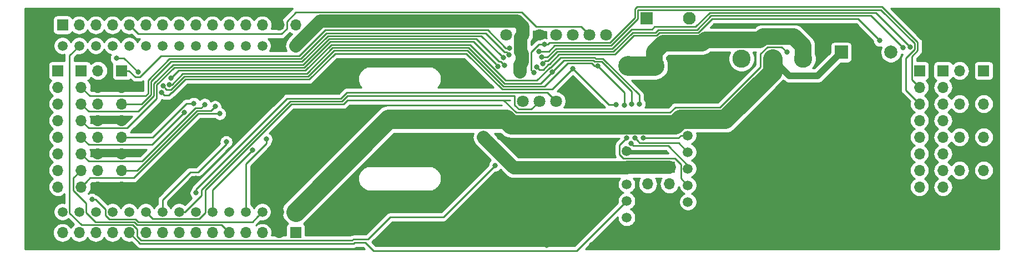
<source format=gbr>
G04 #@! TF.GenerationSoftware,KiCad,Pcbnew,(5.1.4)-1*
G04 #@! TF.CreationDate,2021-03-05T08:28:38-08:00*
G04 #@! TF.ProjectId,BOMPanelClipon,424f4d50-616e-4656-9c43-6c69706f6e2e,rev?*
G04 #@! TF.SameCoordinates,Original*
G04 #@! TF.FileFunction,Copper,L2,Bot*
G04 #@! TF.FilePolarity,Positive*
%FSLAX46Y46*%
G04 Gerber Fmt 4.6, Leading zero omitted, Abs format (unit mm)*
G04 Created by KiCad (PCBNEW (5.1.4)-1) date 2021-03-05 08:28:38*
%MOMM*%
%LPD*%
G04 APERTURE LIST*
%ADD10C,1.500000*%
%ADD11C,3.048000*%
%ADD12O,1.700000X1.700000*%
%ADD13R,1.700000X1.700000*%
%ADD14C,1.800000*%
%ADD15R,2.000000X2.000000*%
%ADD16C,2.000000*%
%ADD17R,1.950000X1.950000*%
%ADD18C,1.950000*%
%ADD19C,2.775001*%
%ADD20C,0.800000*%
%ADD21C,0.250000*%
%ADD22C,1.000000*%
%ADD23C,3.000000*%
%ADD24C,2.000000*%
%ADD25C,2.500000*%
%ADD26C,0.254000*%
G04 APERTURE END LIST*
D10*
X17480000Y-3420000D03*
X17480000Y-5960000D03*
X17480000Y-8500000D03*
X17480000Y-11040000D03*
X17480000Y-13580000D03*
D11*
X29628600Y9575000D03*
X25666200Y9575000D03*
X21703800Y9575000D03*
X17741400Y9575000D03*
D12*
X-59537600Y-8890000D03*
X-59537600Y-6350000D03*
X-59537600Y-3810000D03*
X-59537600Y-1270000D03*
X-59537600Y1270000D03*
X-59537600Y3810000D03*
X-59537600Y6350000D03*
D13*
X-59537600Y8890000D03*
D10*
X26809700Y-1016000D03*
X26809700Y-3556000D03*
X26809700Y-6096000D03*
X26809700Y-8636000D03*
X26809700Y-11176000D03*
X26809700Y-13716000D03*
X-33020000Y12700000D03*
X-33020000Y-12700000D03*
X-35560000Y12700000D03*
X-35560000Y-12700000D03*
X-38100000Y12700000D03*
X-38100000Y-12700000D03*
X-40640000Y12700000D03*
X-40640000Y-12700000D03*
X-43180000Y12700000D03*
X-43180000Y-12700000D03*
X-45720000Y12700000D03*
X-45720000Y-12700000D03*
X-48260000Y12700000D03*
X-48260000Y-12700000D03*
X-50800000Y12700000D03*
X-50800000Y-12700000D03*
X-53340000Y12700000D03*
X-53340000Y-12700000D03*
X-55880000Y12700000D03*
X-55880000Y-12700000D03*
X-58420000Y12700000D03*
X-58420000Y-12700000D03*
X-60960000Y12700000D03*
X-60960000Y-12700000D03*
X-63500000Y12700000D03*
X-63500000Y-12700000D03*
X-66040000Y12700000D03*
X-66040000Y-12700000D03*
X-68580000Y12700000D03*
X-68580000Y-12700000D03*
D14*
X-920000Y14380000D03*
X1620000Y14380000D03*
X4160000Y14380000D03*
X6700000Y14380000D03*
X9240000Y14380000D03*
X11780000Y14380000D03*
X14320000Y14380000D03*
X11780000Y4220000D03*
X9240000Y4220000D03*
X6700000Y4220000D03*
X4160000Y4220000D03*
X1620000Y4220000D03*
D12*
X-63190000Y-8890000D03*
X-65730000Y-8890000D03*
X-63190000Y-6350000D03*
X-65730000Y-6350000D03*
X-63190000Y-3810000D03*
X-65730000Y-3810000D03*
X-63190000Y-1270000D03*
X-65730000Y-1270000D03*
X-63190000Y1270000D03*
X-65730000Y1270000D03*
X-63190000Y3810000D03*
X-65730000Y3810000D03*
X-63190000Y6350000D03*
X-65730000Y6350000D03*
X-63190000Y8890000D03*
D13*
X-65730000Y8890000D03*
X-33020000Y-15875000D03*
D12*
X-35560000Y-15875000D03*
X-38100000Y-15875000D03*
X-40640000Y-15875000D03*
X-43180000Y-15875000D03*
X-45720000Y-15875000D03*
X-48260000Y-15875000D03*
X-50800000Y-15875000D03*
X-53340000Y-15875000D03*
X-55880000Y-15875000D03*
X-58420000Y-15875000D03*
X-60960000Y-15875000D03*
X-63500000Y-15875000D03*
X-66040000Y-15875000D03*
X-68580000Y-15875000D03*
X-33020000Y15875000D03*
X-35560000Y15875000D03*
X-38100000Y15875000D03*
X-40640000Y15875000D03*
X-43180000Y15875000D03*
X-45720000Y15875000D03*
X-48260000Y15875000D03*
X-50800000Y15875000D03*
X-53340000Y15875000D03*
X-55880000Y15875000D03*
X-58420000Y15875000D03*
X-60960000Y15875000D03*
X-63500000Y15875000D03*
X-66040000Y15875000D03*
D13*
X-68580000Y15875000D03*
X65730000Y8890000D03*
D12*
X68270000Y8890000D03*
X65730000Y6350000D03*
X68270000Y6350000D03*
X65730000Y3810000D03*
X68270000Y3810000D03*
X65730000Y1270000D03*
X68270000Y1270000D03*
X65730000Y-1270000D03*
X68270000Y-1270000D03*
X65730000Y-3810000D03*
X68270000Y-3810000D03*
X65730000Y-6350000D03*
X68270000Y-6350000D03*
X65730000Y-8890000D03*
X68270000Y-8890000D03*
D13*
X-69291200Y8890000D03*
D12*
X-69291200Y6350000D03*
X-69291200Y3810000D03*
X-69291200Y1270000D03*
X-69291200Y-1270000D03*
X-69291200Y-3810000D03*
X-69291200Y-6350000D03*
X-69291200Y-8890000D03*
D13*
X62153800Y8890000D03*
D12*
X62153800Y6350000D03*
X62153800Y3810000D03*
X62153800Y1270000D03*
X62153800Y-1270000D03*
X62153800Y-3810000D03*
X62153800Y-6350000D03*
X62153800Y-8890000D03*
X71932800Y-8890000D03*
X71932800Y-6350000D03*
X71932800Y-3810000D03*
X71932800Y-1270000D03*
X71932800Y1270000D03*
X71932800Y3810000D03*
X71932800Y6350000D03*
D13*
X71932800Y8890000D03*
D15*
X50200000Y11700000D03*
D16*
X57800000Y11700000D03*
D13*
X20700000Y-5900000D03*
D12*
X20700000Y-8440000D03*
X20700000Y-10980000D03*
X24000000Y-10980000D03*
X24000000Y-8440000D03*
D13*
X24000000Y-5900000D03*
D17*
X20500000Y16900000D03*
D18*
X27000000Y16900000D03*
D19*
X44400000Y10700000D03*
X39700000Y10700000D03*
X35000000Y10700000D03*
D20*
X-73600000Y-17700000D03*
X-73300000Y17300000D03*
X-73200000Y10300000D03*
X-73300000Y3200000D03*
X-73200000Y-3600000D03*
X-73200000Y-11000000D03*
X-61300000Y-10600000D03*
X-53300000Y-5100000D03*
X-51500000Y4100000D03*
X-29600000Y-15000000D03*
X-19600000Y-11200000D03*
X-22700000Y-15000000D03*
X-14800000Y-17400000D03*
X-10500000Y-10400000D03*
X-8100000Y-17400000D03*
X5300000Y-17800000D03*
X12100000Y-17700000D03*
X15000000Y-8900000D03*
X-200000Y-8500000D03*
X-1900000Y-1300000D03*
X14200000Y-2100000D03*
X7000000Y-2700000D03*
X9300000Y7200000D03*
X20300000Y6800000D03*
X33600000Y8100000D03*
X31400000Y4900000D03*
X32500000Y-1300000D03*
X38100000Y3000000D03*
X35900000Y700000D03*
X32400000Y-8200000D03*
X32500000Y-16700000D03*
X43800000Y-16800000D03*
X43300000Y-8700000D03*
X42900000Y-300000D03*
X41500000Y6600000D03*
X47300000Y6300000D03*
X52800000Y11500000D03*
X54300000Y11900000D03*
X53000000Y14300000D03*
X50500000Y14300000D03*
X56800000Y8200000D03*
X53600000Y-300000D03*
X54000000Y-8400000D03*
X53600000Y-15700000D03*
X63600000Y-15900000D03*
X73200000Y-16600000D03*
X73300000Y17600000D03*
X62800000Y16900000D03*
X68100000Y12700000D03*
X68000000Y17800000D03*
X72400000Y12100000D03*
X-21300000Y3200000D03*
X-32700000Y2300000D03*
X-35700000Y-10500000D03*
X-17500000Y-1500000D03*
X-11700000Y-1300000D03*
X22000000Y-17100000D03*
X11100000Y-11100000D03*
X100000Y-14000000D03*
X-59450000Y-17800000D03*
X-64900000Y-17750000D03*
X-70500000Y-14200000D03*
X-52100000Y-11150000D03*
X-47050000Y900000D03*
X-40200000Y300000D03*
X-42200000Y5900000D03*
X-56450000Y150000D03*
X-4650000Y6900000D03*
X-7800000Y10200000D03*
X-26450000Y10250000D03*
X-29700000Y6100000D03*
X-36100000Y-900000D03*
X-39100000Y-7400000D03*
X-31700000Y-7200000D03*
X-24200000Y-8000000D03*
X-27700000Y-11300000D03*
X-6600000Y-1200000D03*
X-25100000Y-900000D03*
X-47400000Y-1600000D03*
X-42300000Y-1500000D03*
X-48200000Y-7600000D03*
X-35100000Y17700000D03*
X-30500000Y-900000D03*
X-35300000Y-7400000D03*
X-39000000Y-10800000D03*
X-56700000Y6500000D03*
X-44600000Y2300000D03*
X-45300000Y3400000D03*
X-46897931Y3725011D03*
X-48554720Y3867975D03*
X-49999071Y2499072D03*
X4900000Y12900000D03*
X3300000Y8575043D03*
X-2132725Y9567275D03*
X59600000Y12400000D03*
X4646077Y9942536D03*
X-1346536Y10869886D03*
X56100000Y13500000D03*
X3772054Y9456626D03*
X-1142809Y9709015D03*
X60700000Y12500000D03*
X4494567Y10931003D03*
X-448266Y11323723D03*
X4051755Y11827630D03*
X-386209Y12321807D03*
X-64100000Y-10800000D03*
X30300000Y1537500D03*
X-48200000Y-9800000D03*
X-4400000Y-1300000D03*
X1200000Y8700000D03*
X19400000Y3800000D03*
X20030373Y-1425021D03*
X-52032144Y7736855D03*
X18200000Y3800000D03*
X6094788Y8656518D03*
X18723319Y-1425021D03*
X-52290837Y6770883D03*
X17100000Y3600000D03*
X17485652Y-1425021D03*
X13100000Y9574926D03*
X-53260162Y6525054D03*
X15900000Y3700000D03*
X9300000Y9200000D03*
X18107874Y-2213216D03*
X-57077610Y8647710D03*
X-60340753Y10790011D03*
X-53474948Y5548380D03*
X-2600000Y-5600000D03*
X41900000Y11700000D03*
X-39625001Y-3274999D03*
X-43600000Y-2000000D03*
X-37500000Y-1600000D03*
D21*
X-64880001Y-8040001D02*
X-65730000Y-8890000D01*
X-64365001Y-7525001D02*
X-64880001Y-8040001D01*
X-57725001Y-7525001D02*
X-64365001Y-7525001D01*
X-47900000Y2300000D02*
X-57725001Y-7525001D01*
X-44600000Y2300000D02*
X-47900000Y2300000D01*
X-57186411Y-6350000D02*
X-58335519Y-6350000D01*
X-58335519Y-6350000D02*
X-59537600Y-6350000D01*
X-45949989Y2750011D02*
X-48086400Y2750011D01*
X-45300000Y3400000D02*
X-45949989Y2750011D01*
X-48086400Y2750011D02*
X-57186411Y-6350000D01*
X-44029999Y-15025001D02*
X-43180000Y-15875000D01*
X-64964999Y-12826003D02*
X-63541014Y-14249988D01*
X-66905001Y-7525001D02*
X-66905001Y-9454001D01*
X-57219589Y-14699999D02*
X-44355001Y-14699999D01*
X-66905001Y-9454001D02*
X-64964999Y-11394003D01*
X-44355001Y-14699999D02*
X-44029999Y-15025001D01*
X-63541014Y-14249988D02*
X-57669599Y-14249988D01*
X-65730000Y-6350000D02*
X-66905001Y-7525001D01*
X-57669599Y-14249988D02*
X-57219589Y-14699999D01*
X-64964999Y-11394003D02*
X-64964999Y-12826003D01*
X-56457822Y-4985001D02*
X-48272800Y3200022D01*
X-47297930Y3325012D02*
X-46897931Y3725011D01*
X-48272800Y3200022D02*
X-47422920Y3200022D01*
X-47422920Y3200022D02*
X-47297930Y3325012D01*
X-64554999Y-4985001D02*
X-56457822Y-4985001D01*
X-65730000Y-3810000D02*
X-64554999Y-4985001D01*
X-49120405Y3867975D02*
X-48554720Y3867975D01*
X-49703172Y3867975D02*
X-49120405Y3867975D01*
X-59537600Y-1270000D02*
X-54841147Y-1270000D01*
X-54841147Y-1270000D02*
X-49703172Y3867975D01*
X-64554999Y-2445001D02*
X-54943144Y-2445001D01*
X-65730000Y-1270000D02*
X-64554999Y-2445001D01*
X-54943144Y-2445001D02*
X-50399070Y2099073D01*
X-50399070Y2099073D02*
X-49999071Y2499072D01*
X4073055Y12900000D02*
X2900001Y11726946D01*
X2900001Y8975042D02*
X3300000Y8575043D01*
X4900000Y12900000D02*
X4073055Y12900000D01*
X2900001Y11726946D02*
X2900001Y8975042D01*
X-27745589Y13300055D02*
X-5865505Y13300055D01*
X-51549956Y9350044D02*
X-31695600Y9350044D01*
X-54199958Y4600042D02*
X-54199958Y6700042D01*
X-2532724Y9967274D02*
X-2132725Y9567275D01*
X-5865505Y13300055D02*
X-2532724Y9967274D01*
X-31695600Y9350044D02*
X-27745589Y13300055D01*
X-58705001Y94999D02*
X-54199958Y4600042D01*
X-64554999Y94999D02*
X-58705001Y94999D01*
X-65730000Y1270000D02*
X-64554999Y94999D01*
X-54199958Y6700042D02*
X-51549956Y9350044D01*
X56459200Y18650033D02*
X61875013Y13234220D01*
X61875013Y13234220D02*
X61875013Y11965598D01*
X61875013Y11965598D02*
X60972801Y11063386D01*
X60972801Y11063386D02*
X60972801Y7530999D01*
X60972801Y7530999D02*
X61303801Y7199999D01*
X61303801Y7199999D02*
X62153800Y6350000D01*
X18749988Y16996986D02*
X18749988Y18321401D01*
X18749988Y18321401D02*
X19078620Y18650033D01*
X14908001Y13154999D02*
X18749988Y16996986D01*
X5720684Y13154999D02*
X14908001Y13154999D01*
X5465685Y12900000D02*
X5720684Y13154999D01*
X4900000Y12900000D02*
X5465685Y12900000D01*
X19078620Y18650033D02*
X56459200Y18650033D01*
X-59537600Y3810000D02*
X-56517179Y3810000D01*
X-55099980Y5227199D02*
X-55099980Y7227199D01*
X-55099980Y7227199D02*
X-52077113Y10250066D01*
X-52077113Y10250066D02*
X-32068400Y10250066D01*
X-32068400Y10250066D02*
X-28118389Y14200077D01*
X-28118389Y14200077D02*
X-4676727Y14200077D01*
X-1746535Y11269885D02*
X-1346536Y10869886D01*
X-4676727Y14200077D02*
X-1746535Y11269885D01*
X-56517179Y3810000D02*
X-55099980Y5227199D01*
X22259715Y15149988D02*
X28186399Y15149988D01*
X30336410Y17300000D02*
X54700000Y17300000D01*
X4646077Y9942536D02*
X5046076Y10342535D01*
X18388611Y14725022D02*
X21834749Y14725022D01*
X28186399Y15149988D02*
X30336410Y17300000D01*
X5046076Y10342535D02*
X5442535Y10342535D01*
X6904966Y11804966D02*
X15468556Y11804966D01*
X21834749Y14725022D02*
X22259715Y15149988D01*
X5442535Y10342535D02*
X6904966Y11804966D01*
X59200001Y12799999D02*
X59600000Y12400000D01*
X15468556Y11804966D02*
X18388611Y14725022D01*
X54700000Y17300000D02*
X59200001Y12799999D01*
X-1784723Y10292277D02*
X-1601460Y10109014D01*
X-54649969Y5040799D02*
X-54649969Y6886442D01*
X-57055769Y2634999D02*
X-54649969Y5040799D01*
X-64554999Y2634999D02*
X-57055769Y2634999D01*
X-51736356Y9800055D02*
X-31882000Y9800055D01*
X-31882000Y9800055D02*
X-27931989Y13750066D01*
X-5450066Y13750066D02*
X-1992277Y10292277D01*
X-1992277Y10292277D02*
X-1784723Y10292277D01*
X-1601460Y10109014D02*
X-1542808Y10109014D01*
X-1542808Y10109014D02*
X-1142809Y9709015D01*
X-54649969Y6886442D02*
X-51736356Y9800055D01*
X-65730000Y3810000D02*
X-64554999Y2634999D01*
X-27931989Y13750066D02*
X-5450066Y13750066D01*
X30472821Y16800000D02*
X28372799Y14699977D01*
X28372799Y14699977D02*
X22446115Y14699977D01*
X5660386Y9831531D02*
X5560386Y9831531D01*
X15654956Y11354955D02*
X7183810Y11354955D01*
X7183810Y11354955D02*
X5660386Y9831531D01*
X5560386Y9831531D02*
X4785482Y9056627D01*
X18575011Y14275011D02*
X15654956Y11354955D01*
X22446115Y14699977D02*
X22021149Y14275011D01*
X4785482Y9056627D02*
X4172053Y9056627D01*
X56100000Y13500000D02*
X52800000Y16800000D01*
X4172053Y9056627D02*
X3772054Y9456626D01*
X22021149Y14275011D02*
X18575011Y14275011D01*
X52800000Y16800000D02*
X30472821Y16800000D01*
X-64429991Y5049991D02*
X-55913599Y5049991D01*
X-55913599Y5049991D02*
X-55549991Y5413599D01*
X-65730000Y6350000D02*
X-64429991Y5049991D01*
X-55549991Y5413599D02*
X-55549991Y7413599D01*
X-1127368Y11723722D02*
X-848265Y11723722D01*
X-848265Y11723722D02*
X-448266Y11323723D01*
X-4053734Y14650088D02*
X-1127368Y11723722D01*
X-28304789Y14650088D02*
X-4053734Y14650088D01*
X-32254800Y10700077D02*
X-28304789Y14650088D01*
X-52263513Y10700077D02*
X-32254800Y10700077D01*
X-55549991Y7413599D02*
X-52263513Y10700077D01*
X6718566Y12254977D02*
X5394592Y10931003D01*
X15282157Y12254977D02*
X6718566Y12254977D01*
X5394592Y10931003D02*
X4494567Y10931003D01*
X18263590Y15236410D02*
X15282157Y12254977D01*
X55449989Y17750011D02*
X30150011Y17750011D01*
X60700000Y12500000D02*
X55449989Y17750011D01*
X30150011Y17750011D02*
X27999999Y15599999D01*
X21735001Y15599999D02*
X21371412Y15236410D01*
X27999999Y15599999D02*
X21735001Y15599999D01*
X21371412Y15236410D02*
X18263590Y15236410D01*
X-56800000Y7900000D02*
X-53549912Y11150088D01*
X-57447600Y7900000D02*
X-56800000Y7900000D01*
X-53549912Y11150088D02*
X-32441200Y11150088D01*
X-32441200Y11150088D02*
X-28491189Y15100099D01*
X-28491189Y15100099D02*
X-3730186Y15100099D01*
X-3730186Y15100099D02*
X-951894Y12321807D01*
X-951894Y12321807D02*
X-386209Y12321807D01*
X-58437600Y8890000D02*
X-57447600Y7900000D01*
X-59537600Y8890000D02*
X-58437600Y8890000D01*
X60050009Y5913791D02*
X62153800Y3810000D01*
X56272800Y18200022D02*
X61425002Y13047820D01*
X19265020Y18200022D02*
X56272800Y18200022D01*
X19199999Y18135001D02*
X19265020Y18200022D01*
X19199999Y16810585D02*
X19199999Y18135001D01*
X15094401Y12704988D02*
X19199999Y16810585D01*
X6462628Y12704988D02*
X15094401Y12704988D01*
X5585270Y11827630D02*
X6462628Y12704988D01*
X4051755Y11827630D02*
X5585270Y11827630D01*
X60050009Y10777005D02*
X60050009Y5913791D01*
X61425002Y12151998D02*
X60050009Y10777005D01*
X61425002Y13047820D02*
X61425002Y12151998D01*
X-38849999Y-13449999D02*
X-38100000Y-12700000D01*
X-62035001Y-12299314D02*
X-62035001Y-13216001D01*
X-57483199Y-13799977D02*
X-57058165Y-14225012D01*
X-62035001Y-13216001D02*
X-61451025Y-13799977D01*
X-61451025Y-13799977D02*
X-57483199Y-13799977D01*
X-64100000Y-10800000D02*
X-63534315Y-10800000D01*
X-63534315Y-10800000D02*
X-62035001Y-12299314D01*
X-39625012Y-14225012D02*
X-38849999Y-13449999D01*
X-57058165Y-14225012D02*
X-39625012Y-14225012D01*
D22*
X39700000Y10700000D02*
X42300000Y8100000D01*
X46600000Y8100000D02*
X50200000Y11700000D01*
X42300000Y8100000D02*
X46600000Y8100000D01*
D23*
X39700000Y8719045D02*
X39700000Y8737779D01*
X-33020000Y-12700000D02*
X-18875944Y1444056D01*
X-18875944Y1444056D02*
X-925011Y1444056D01*
X32455944Y1474989D02*
X39700000Y8719045D01*
X39700000Y8737779D02*
X39700000Y10700000D01*
X25655944Y1474989D02*
X32455944Y1474989D01*
X24855944Y674989D02*
X25655944Y1474989D01*
X-155944Y674989D02*
X24855944Y674989D01*
X-925011Y1444056D02*
X-155944Y674989D01*
D21*
X-48200000Y-9234315D02*
X-34315696Y4649989D01*
X-34315696Y4649989D02*
X-26113600Y4649989D01*
X5800001Y5119999D02*
X6700000Y4220000D01*
X5370011Y5549989D02*
X5800001Y5119999D01*
X-25213600Y5549989D02*
X5370011Y5549989D01*
X-48200000Y-9800000D02*
X-48200000Y-9234315D01*
X-26113600Y4649989D02*
X-25213600Y5549989D01*
X-47400000Y-10200000D02*
X-49900000Y-12700000D01*
X-25078080Y5049098D02*
X-25927200Y4199978D01*
X-25927200Y4199978D02*
X-33859439Y4199978D01*
X-33859439Y4199978D02*
X-47400000Y-9340583D01*
X-49900000Y-12700000D02*
X-50800000Y-12700000D01*
X-47400000Y-9340583D02*
X-47400000Y-10200000D01*
X394999Y5049098D02*
X-25078080Y5049098D01*
X394999Y3631999D02*
X394999Y5049098D01*
X1031999Y2994999D02*
X394999Y3631999D01*
X2934999Y2994999D02*
X1031999Y2994999D01*
X4160000Y4220000D02*
X2934999Y2994999D01*
D24*
X1620000Y15652792D02*
X1620000Y14380000D01*
X792791Y16480001D02*
X1620000Y15652792D01*
X-29239999Y16480001D02*
X792791Y16480001D01*
X-33020000Y12700000D02*
X-29239999Y16480001D01*
X24000000Y-5900000D02*
X20700000Y-5900000D01*
X17540000Y-5900000D02*
X17480000Y-5960000D01*
X20700000Y-5900000D02*
X17540000Y-5900000D01*
X1574990Y10174990D02*
X1574990Y11451162D01*
X1274990Y14034990D02*
X1620000Y14380000D01*
X1274990Y11751162D02*
X1274990Y14034990D01*
X1574990Y11451162D02*
X1274990Y11751162D01*
X1200000Y9800000D02*
X1200000Y8700000D01*
X17480000Y-5960000D02*
X260000Y-5960000D01*
X-4000001Y-1699999D02*
X-4400000Y-1300000D01*
X260000Y-5960000D02*
X-4000001Y-1699999D01*
X1574990Y10174990D02*
X1200000Y9800000D01*
D21*
X26809700Y-1016000D02*
X25749040Y-1016000D01*
X25749040Y-1016000D02*
X25340019Y-1425021D01*
X20596058Y-1425021D02*
X20030373Y-1425021D01*
X25340019Y-1425021D02*
X20596058Y-1425021D01*
X12767999Y10749947D02*
X12613002Y10904944D01*
X12613002Y10904944D02*
X7370210Y10904944D01*
X19400000Y5172821D02*
X13822874Y10749947D01*
X19400000Y3800000D02*
X19400000Y5172821D01*
X7370210Y10904944D02*
X5846786Y9381520D01*
X-51632145Y8136854D02*
X-52032144Y7736855D01*
X13822874Y10749947D02*
X12767999Y10749947D01*
X-50868966Y8900033D02*
X-51632145Y8136854D01*
X-31509200Y8900033D02*
X-50868966Y8900033D01*
X-27559189Y12850044D02*
X-31509200Y8900033D01*
X-6440811Y12850044D02*
X-27559189Y12850044D01*
X-965756Y7374989D02*
X-6440811Y12850044D01*
X3740255Y7374989D02*
X-965756Y7374989D01*
X5746786Y9381520D02*
X3740255Y7374989D01*
X5846786Y9381520D02*
X5746786Y9381520D01*
X25403723Y-2150023D02*
X19448321Y-2150023D01*
X19123318Y-1825020D02*
X18723319Y-1425021D01*
X26809700Y-3556000D02*
X25403723Y-2150023D01*
X19448321Y-2150023D02*
X19123318Y-1825020D01*
X18200000Y3800000D02*
X18200000Y5736410D01*
X18200000Y5736410D02*
X13636474Y10299936D01*
X12581599Y10299936D02*
X12426602Y10454933D01*
X6494787Y9056517D02*
X6094788Y8656518D01*
X7893203Y10454933D02*
X6494787Y9056517D01*
X12426602Y10454933D02*
X7893203Y10454933D01*
X13636474Y10299936D02*
X12581599Y10299936D01*
X-1152156Y6924978D02*
X-6627211Y12400033D01*
X-50222801Y8450022D02*
X-51901939Y6770883D01*
X6094788Y8656518D02*
X4363248Y6924978D01*
X-6627211Y12400033D02*
X-27372789Y12400033D01*
X-51901939Y6770883D02*
X-52290837Y6770883D01*
X-27372789Y12400033D02*
X-31322800Y8450022D01*
X4363248Y6924978D02*
X-1152156Y6924978D01*
X-31322800Y8450022D02*
X-50222801Y8450022D01*
X25734699Y-7560999D02*
X25734699Y-5434699D01*
X17085653Y-1825020D02*
X17485652Y-1425021D01*
X25734699Y-5434699D02*
X24795001Y-4495001D01*
X16404999Y-2505674D02*
X17085653Y-1825020D01*
X16963999Y-4495001D02*
X16404999Y-3936001D01*
X16404999Y-3936001D02*
X16404999Y-2505674D01*
X26809700Y-8636000D02*
X25734699Y-7560999D01*
X24795001Y-4495001D02*
X16963999Y-4495001D01*
X17100000Y5574926D02*
X13499999Y9174927D01*
X17100000Y3600000D02*
X17100000Y5574926D01*
X13499999Y9174927D02*
X13100000Y9574926D01*
X12109241Y10000000D02*
X8463590Y10000000D01*
X-31136400Y8000011D02*
X-50036401Y8000011D01*
X-50036401Y8000011D02*
X-52068908Y5967503D01*
X-1338556Y6474967D02*
X-6813611Y11950022D01*
X13100000Y9574926D02*
X12534315Y9574926D01*
X-52860163Y6125055D02*
X-53260162Y6525054D01*
X-27186389Y11950022D02*
X-31136400Y8000011D01*
X8463590Y10000000D02*
X4938557Y6474967D01*
X-6813611Y11950022D02*
X-27186389Y11950022D01*
X-52068908Y5967503D02*
X-52702611Y5967503D01*
X4938557Y6474967D02*
X-1338556Y6474967D01*
X12534315Y9574926D02*
X12109241Y10000000D01*
X-52702611Y5967503D02*
X-52860163Y6125055D01*
X10554999Y15605001D02*
X3694999Y15605001D01*
X11780000Y14380000D02*
X10554999Y15605001D01*
X1346639Y17800000D02*
X1341628Y17805011D01*
X3694999Y15605001D02*
X1500000Y17800000D01*
X1500000Y17800000D02*
X1346639Y17800000D01*
X1341628Y17805011D02*
X-32994989Y17805011D01*
X-34384999Y15310999D02*
X-35195998Y14500000D01*
X-32994989Y17805011D02*
X-34384999Y16415001D01*
X-34384999Y16415001D02*
X-34384999Y15310999D01*
X-57045000Y14500000D02*
X-58420000Y15875000D01*
X-35195998Y14500000D02*
X-57045000Y14500000D01*
X18507873Y-2613215D02*
X18107874Y-2213216D01*
X26809700Y-5609700D02*
X23813215Y-2613215D01*
X23813215Y-2613215D02*
X18507873Y-2613215D01*
X26809700Y-6096000D02*
X26809700Y-5609700D01*
X15900000Y3700000D02*
X14800000Y3700000D01*
X9699999Y8800001D02*
X9300000Y9200000D01*
X14800000Y3700000D02*
X9699999Y8800001D01*
X-57077610Y8647710D02*
X-59219911Y10790011D01*
X-59219911Y10790011D02*
X-59775068Y10790011D01*
X-59775068Y10790011D02*
X-60340753Y10790011D01*
X6124956Y6024956D02*
X9300000Y9200000D01*
X-1524956Y6024956D02*
X6124956Y6024956D01*
X-7000011Y11500011D02*
X-1524956Y6024956D01*
X-30950000Y7550000D02*
X-26999989Y11500011D01*
X-49850001Y7550000D02*
X-30950000Y7550000D01*
X-51882507Y5517494D02*
X-49850001Y7550000D01*
X-51982507Y5517493D02*
X-51882507Y5517494D01*
X-52351619Y5148381D02*
X-51982507Y5517493D01*
X-53074949Y5148381D02*
X-52351619Y5148381D01*
X-53474948Y5548380D02*
X-53074949Y5148381D01*
X-26999989Y11500011D02*
X-7000011Y11500011D01*
X-22024988Y-16924988D02*
X-18999999Y-13899999D01*
X-65700001Y-14699999D02*
X-57855999Y-14699999D01*
X-57213589Y-15342409D02*
X-57213589Y-16445001D01*
X-57213589Y-16445001D02*
X-56608589Y-17050001D01*
X-56608589Y-17050001D02*
X-24359414Y-17050001D01*
X-24359414Y-17050001D02*
X-24234401Y-16924988D01*
X-18999999Y-13899999D02*
X-18600000Y-13500000D01*
X-24234401Y-16924988D02*
X-22024988Y-16924988D01*
X-57855999Y-14699999D02*
X-57213589Y-15342409D01*
X-67504999Y-12895001D02*
X-65700001Y-14699999D01*
X-67504999Y11235001D02*
X-67504999Y-12895001D01*
X-66040000Y12700000D02*
X-67504999Y11235001D01*
X-18600000Y-13500000D02*
X-10500000Y-13500000D01*
X-10500000Y-13500000D02*
X-2600000Y-5600000D01*
X-914142Y4403084D02*
X-348457Y4403084D01*
X-1703084Y4403084D02*
X-1303084Y4403084D01*
X-1703084Y4403084D02*
X-914142Y4403084D01*
X-1303084Y4403084D02*
X600000Y2500000D01*
X600000Y2500000D02*
X24100002Y2500000D01*
X24100002Y2500000D02*
X24900035Y3300033D01*
X25338315Y3300033D02*
X25338348Y3300000D01*
X24900035Y3300033D02*
X25338315Y3300033D01*
X25338348Y3300000D02*
X31700000Y3300000D01*
X37874990Y11455943D02*
X38944057Y12525010D01*
X31700000Y3300000D02*
X37874990Y9474990D01*
X37874990Y9474990D02*
X37874990Y11455943D01*
X38944057Y12525010D02*
X41074990Y12525010D01*
X41074990Y12525010D02*
X41900000Y11700000D01*
X-55880000Y-12700000D02*
X-54804999Y-13775001D01*
X-33673039Y3749967D02*
X-25740800Y3749967D01*
X-46795001Y-9371995D02*
X-33673039Y3749967D01*
X-25740800Y3749967D02*
X-25087683Y4403084D01*
X-25087683Y4403084D02*
X-1703084Y4403084D01*
X-46795001Y-12826003D02*
X-46795001Y-9371995D01*
X-47743999Y-13775001D02*
X-46795001Y-12826003D01*
X-54804999Y-13775001D02*
X-47743999Y-13775001D01*
X-24220502Y-17547500D02*
X-24048001Y-17374999D01*
X9820000Y-18700000D02*
X16730001Y-11789999D01*
X-24048001Y-17374999D02*
X-22425001Y-17374999D01*
X-58420000Y-15875000D02*
X-56747500Y-17547500D01*
X-21100000Y-18700000D02*
X9820000Y-18700000D01*
X16730001Y-11789999D02*
X17480000Y-11040000D01*
X-22425001Y-17374999D02*
X-21100000Y-18700000D01*
X-56747500Y-17547500D02*
X-24220502Y-17547500D01*
D23*
X21703800Y9575000D02*
X17741400Y9575000D01*
D25*
X38291666Y14100019D02*
X38500019Y14100019D01*
X37791647Y13600000D02*
X38291666Y14100019D01*
X38291667Y14100020D02*
X37791647Y13600000D01*
X42962201Y14100020D02*
X38291667Y14100020D01*
X44400000Y12662221D02*
X42962201Y14100020D01*
X44400000Y10700000D02*
X44400000Y12662221D01*
X29500223Y13600000D02*
X37791647Y13600000D01*
X21703800Y9575000D02*
X21703800Y11730261D01*
X29025189Y13124966D02*
X29500223Y13600000D01*
X23098505Y13124966D02*
X29025189Y13124966D01*
X21703800Y11730261D02*
X23098505Y13124966D01*
D21*
X-45700000Y-9349998D02*
X-39625001Y-3274999D01*
X-45700000Y-11619340D02*
X-45700000Y-9349998D01*
X-45720000Y-12700000D02*
X-45720000Y-11639340D01*
X-45720000Y-11639340D02*
X-45700000Y-11619340D01*
X-53340000Y-12700000D02*
X-53340000Y-10840000D01*
X-53340000Y-10840000D02*
X-49100000Y-6600000D01*
X-48400000Y-6600000D02*
X-47900000Y-6600000D01*
X-49100000Y-6600000D02*
X-48400000Y-6600000D01*
X-47900000Y-6600000D02*
X-43600000Y-2300000D01*
X-43600000Y-2300000D02*
X-43600000Y-2000000D01*
X-40640000Y-11639340D02*
X-40640000Y-12700000D01*
X-40640000Y-5363002D02*
X-40640000Y-11639340D01*
X-37500000Y-1600000D02*
X-37500000Y-2223002D01*
X-37500000Y-2223002D02*
X-40640000Y-5363002D01*
D26*
G36*
X-33534990Y18345012D02*
G01*
X-33558788Y18316014D01*
X-34895996Y16978805D01*
X-34925000Y16955002D01*
X-34980128Y16887827D01*
X-35019973Y16839277D01*
X-35046848Y16788998D01*
X-35090545Y16707247D01*
X-35134002Y16563986D01*
X-35144999Y16452333D01*
X-35144999Y16452323D01*
X-35148675Y16415001D01*
X-35144999Y16377678D01*
X-35144998Y15625801D01*
X-35510799Y15260000D01*
X-36744901Y15260000D01*
X-36721401Y15303966D01*
X-36636487Y15583889D01*
X-36607815Y15875000D01*
X-36636487Y16166111D01*
X-36721401Y16446034D01*
X-36859294Y16704014D01*
X-37044866Y16930134D01*
X-37270986Y17115706D01*
X-37528966Y17253599D01*
X-37808889Y17338513D01*
X-38027050Y17360000D01*
X-38172950Y17360000D01*
X-38391111Y17338513D01*
X-38671034Y17253599D01*
X-38929014Y17115706D01*
X-39155134Y16930134D01*
X-39340706Y16704014D01*
X-39370000Y16649209D01*
X-39399294Y16704014D01*
X-39584866Y16930134D01*
X-39810986Y17115706D01*
X-40068966Y17253599D01*
X-40348889Y17338513D01*
X-40567050Y17360000D01*
X-40712950Y17360000D01*
X-40931111Y17338513D01*
X-41211034Y17253599D01*
X-41469014Y17115706D01*
X-41695134Y16930134D01*
X-41880706Y16704014D01*
X-41910000Y16649209D01*
X-41939294Y16704014D01*
X-42124866Y16930134D01*
X-42350986Y17115706D01*
X-42608966Y17253599D01*
X-42888889Y17338513D01*
X-43107050Y17360000D01*
X-43252950Y17360000D01*
X-43471111Y17338513D01*
X-43751034Y17253599D01*
X-44009014Y17115706D01*
X-44235134Y16930134D01*
X-44420706Y16704014D01*
X-44450000Y16649209D01*
X-44479294Y16704014D01*
X-44664866Y16930134D01*
X-44890986Y17115706D01*
X-45148966Y17253599D01*
X-45428889Y17338513D01*
X-45647050Y17360000D01*
X-45792950Y17360000D01*
X-46011111Y17338513D01*
X-46291034Y17253599D01*
X-46549014Y17115706D01*
X-46775134Y16930134D01*
X-46960706Y16704014D01*
X-46990000Y16649209D01*
X-47019294Y16704014D01*
X-47204866Y16930134D01*
X-47430986Y17115706D01*
X-47688966Y17253599D01*
X-47968889Y17338513D01*
X-48187050Y17360000D01*
X-48332950Y17360000D01*
X-48551111Y17338513D01*
X-48831034Y17253599D01*
X-49089014Y17115706D01*
X-49315134Y16930134D01*
X-49500706Y16704014D01*
X-49530000Y16649209D01*
X-49559294Y16704014D01*
X-49744866Y16930134D01*
X-49970986Y17115706D01*
X-50228966Y17253599D01*
X-50508889Y17338513D01*
X-50727050Y17360000D01*
X-50872950Y17360000D01*
X-51091111Y17338513D01*
X-51371034Y17253599D01*
X-51629014Y17115706D01*
X-51855134Y16930134D01*
X-52040706Y16704014D01*
X-52070000Y16649209D01*
X-52099294Y16704014D01*
X-52284866Y16930134D01*
X-52510986Y17115706D01*
X-52768966Y17253599D01*
X-53048889Y17338513D01*
X-53267050Y17360000D01*
X-53412950Y17360000D01*
X-53631111Y17338513D01*
X-53911034Y17253599D01*
X-54169014Y17115706D01*
X-54395134Y16930134D01*
X-54580706Y16704014D01*
X-54610000Y16649209D01*
X-54639294Y16704014D01*
X-54824866Y16930134D01*
X-55050986Y17115706D01*
X-55308966Y17253599D01*
X-55588889Y17338513D01*
X-55807050Y17360000D01*
X-55952950Y17360000D01*
X-56171111Y17338513D01*
X-56451034Y17253599D01*
X-56709014Y17115706D01*
X-56935134Y16930134D01*
X-57120706Y16704014D01*
X-57150000Y16649209D01*
X-57179294Y16704014D01*
X-57364866Y16930134D01*
X-57590986Y17115706D01*
X-57848966Y17253599D01*
X-58128889Y17338513D01*
X-58347050Y17360000D01*
X-58492950Y17360000D01*
X-58711111Y17338513D01*
X-58991034Y17253599D01*
X-59249014Y17115706D01*
X-59475134Y16930134D01*
X-59660706Y16704014D01*
X-59690000Y16649209D01*
X-59719294Y16704014D01*
X-59904866Y16930134D01*
X-60130986Y17115706D01*
X-60388966Y17253599D01*
X-60668889Y17338513D01*
X-60887050Y17360000D01*
X-61032950Y17360000D01*
X-61251111Y17338513D01*
X-61531034Y17253599D01*
X-61789014Y17115706D01*
X-62015134Y16930134D01*
X-62200706Y16704014D01*
X-62230000Y16649209D01*
X-62259294Y16704014D01*
X-62444866Y16930134D01*
X-62670986Y17115706D01*
X-62928966Y17253599D01*
X-63208889Y17338513D01*
X-63427050Y17360000D01*
X-63572950Y17360000D01*
X-63791111Y17338513D01*
X-64071034Y17253599D01*
X-64329014Y17115706D01*
X-64555134Y16930134D01*
X-64740706Y16704014D01*
X-64770000Y16649209D01*
X-64799294Y16704014D01*
X-64984866Y16930134D01*
X-65210986Y17115706D01*
X-65468966Y17253599D01*
X-65748889Y17338513D01*
X-65967050Y17360000D01*
X-66112950Y17360000D01*
X-66331111Y17338513D01*
X-66611034Y17253599D01*
X-66869014Y17115706D01*
X-67095134Y16930134D01*
X-67119607Y16900313D01*
X-67140498Y16969180D01*
X-67199463Y17079494D01*
X-67278815Y17176185D01*
X-67375506Y17255537D01*
X-67485820Y17314502D01*
X-67605518Y17350812D01*
X-67730000Y17363072D01*
X-69430000Y17363072D01*
X-69554482Y17350812D01*
X-69674180Y17314502D01*
X-69784494Y17255537D01*
X-69881185Y17176185D01*
X-69960537Y17079494D01*
X-70019502Y16969180D01*
X-70055812Y16849482D01*
X-70068072Y16725000D01*
X-70068072Y15025000D01*
X-70055812Y14900518D01*
X-70019502Y14780820D01*
X-69960537Y14670506D01*
X-69881185Y14573815D01*
X-69784494Y14494463D01*
X-69674180Y14435498D01*
X-69554482Y14399188D01*
X-69430000Y14386928D01*
X-67730000Y14386928D01*
X-67605518Y14399188D01*
X-67485820Y14435498D01*
X-67375506Y14494463D01*
X-67278815Y14573815D01*
X-67199463Y14670506D01*
X-67140498Y14780820D01*
X-67119607Y14849687D01*
X-67095134Y14819866D01*
X-66869014Y14634294D01*
X-66611034Y14496401D01*
X-66331111Y14411487D01*
X-66112950Y14390000D01*
X-65967050Y14390000D01*
X-65748889Y14411487D01*
X-65468966Y14496401D01*
X-65210986Y14634294D01*
X-64984866Y14819866D01*
X-64799294Y15045986D01*
X-64770000Y15100791D01*
X-64740706Y15045986D01*
X-64555134Y14819866D01*
X-64329014Y14634294D01*
X-64071034Y14496401D01*
X-63791111Y14411487D01*
X-63572950Y14390000D01*
X-63427050Y14390000D01*
X-63208889Y14411487D01*
X-62928966Y14496401D01*
X-62670986Y14634294D01*
X-62444866Y14819866D01*
X-62259294Y15045986D01*
X-62230000Y15100791D01*
X-62200706Y15045986D01*
X-62015134Y14819866D01*
X-61789014Y14634294D01*
X-61531034Y14496401D01*
X-61251111Y14411487D01*
X-61032950Y14390000D01*
X-60887050Y14390000D01*
X-60668889Y14411487D01*
X-60388966Y14496401D01*
X-60130986Y14634294D01*
X-59904866Y14819866D01*
X-59719294Y15045986D01*
X-59690000Y15100791D01*
X-59660706Y15045986D01*
X-59475134Y14819866D01*
X-59249014Y14634294D01*
X-58991034Y14496401D01*
X-58711111Y14411487D01*
X-58492950Y14390000D01*
X-58347050Y14390000D01*
X-58128889Y14411487D01*
X-58054005Y14434203D01*
X-57608799Y13988997D01*
X-57585001Y13959999D01*
X-57469276Y13865026D01*
X-57337247Y13794454D01*
X-57193986Y13750997D01*
X-57082333Y13740000D01*
X-57082325Y13740000D01*
X-57045000Y13736324D01*
X-57007675Y13740000D01*
X-56798685Y13740000D01*
X-56955799Y13582886D01*
X-57107371Y13356043D01*
X-57150000Y13253127D01*
X-57192629Y13356043D01*
X-57344201Y13582886D01*
X-57537114Y13775799D01*
X-57763957Y13927371D01*
X-58016011Y14031775D01*
X-58283589Y14085000D01*
X-58556411Y14085000D01*
X-58823989Y14031775D01*
X-59076043Y13927371D01*
X-59302886Y13775799D01*
X-59495799Y13582886D01*
X-59647371Y13356043D01*
X-59690000Y13253127D01*
X-59732629Y13356043D01*
X-59884201Y13582886D01*
X-60077114Y13775799D01*
X-60303957Y13927371D01*
X-60556011Y14031775D01*
X-60823589Y14085000D01*
X-61096411Y14085000D01*
X-61363989Y14031775D01*
X-61616043Y13927371D01*
X-61842886Y13775799D01*
X-62035799Y13582886D01*
X-62187371Y13356043D01*
X-62230000Y13253127D01*
X-62272629Y13356043D01*
X-62424201Y13582886D01*
X-62617114Y13775799D01*
X-62843957Y13927371D01*
X-63096011Y14031775D01*
X-63363589Y14085000D01*
X-63636411Y14085000D01*
X-63903989Y14031775D01*
X-64156043Y13927371D01*
X-64382886Y13775799D01*
X-64575799Y13582886D01*
X-64727371Y13356043D01*
X-64770000Y13253127D01*
X-64812629Y13356043D01*
X-64964201Y13582886D01*
X-65157114Y13775799D01*
X-65383957Y13927371D01*
X-65636011Y14031775D01*
X-65903589Y14085000D01*
X-66176411Y14085000D01*
X-66443989Y14031775D01*
X-66696043Y13927371D01*
X-66922886Y13775799D01*
X-67115799Y13582886D01*
X-67267371Y13356043D01*
X-67310000Y13253127D01*
X-67352629Y13356043D01*
X-67504201Y13582886D01*
X-67697114Y13775799D01*
X-67923957Y13927371D01*
X-68176011Y14031775D01*
X-68443589Y14085000D01*
X-68716411Y14085000D01*
X-68983989Y14031775D01*
X-69236043Y13927371D01*
X-69462886Y13775799D01*
X-69655799Y13582886D01*
X-69807371Y13356043D01*
X-69911775Y13103989D01*
X-69965000Y12836411D01*
X-69965000Y12563589D01*
X-69911775Y12296011D01*
X-69807371Y12043957D01*
X-69655799Y11817114D01*
X-69462886Y11624201D01*
X-69236043Y11472629D01*
X-68983989Y11368225D01*
X-68716411Y11315000D01*
X-68443589Y11315000D01*
X-68257144Y11352087D01*
X-68264999Y11272333D01*
X-68264999Y11272323D01*
X-68268675Y11235001D01*
X-68264999Y11197679D01*
X-68264999Y10350123D01*
X-68316718Y10365812D01*
X-68441200Y10378072D01*
X-70141200Y10378072D01*
X-70265682Y10365812D01*
X-70385380Y10329502D01*
X-70495694Y10270537D01*
X-70592385Y10191185D01*
X-70671737Y10094494D01*
X-70730702Y9984180D01*
X-70767012Y9864482D01*
X-70779272Y9740000D01*
X-70779272Y8040000D01*
X-70767012Y7915518D01*
X-70730702Y7795820D01*
X-70671737Y7685506D01*
X-70592385Y7588815D01*
X-70495694Y7509463D01*
X-70385380Y7450498D01*
X-70316513Y7429607D01*
X-70346334Y7405134D01*
X-70531906Y7179014D01*
X-70669799Y6921034D01*
X-70754713Y6641111D01*
X-70783385Y6350000D01*
X-70754713Y6058889D01*
X-70669799Y5778966D01*
X-70531906Y5520986D01*
X-70346334Y5294866D01*
X-70120214Y5109294D01*
X-70065409Y5080000D01*
X-70120214Y5050706D01*
X-70346334Y4865134D01*
X-70531906Y4639014D01*
X-70669799Y4381034D01*
X-70754713Y4101111D01*
X-70783385Y3810000D01*
X-70754713Y3518889D01*
X-70669799Y3238966D01*
X-70531906Y2980986D01*
X-70346334Y2754866D01*
X-70120214Y2569294D01*
X-70065409Y2540000D01*
X-70120214Y2510706D01*
X-70346334Y2325134D01*
X-70531906Y2099014D01*
X-70669799Y1841034D01*
X-70754713Y1561111D01*
X-70783385Y1270000D01*
X-70754713Y978889D01*
X-70669799Y698966D01*
X-70531906Y440986D01*
X-70346334Y214866D01*
X-70120214Y29294D01*
X-70065409Y0D01*
X-70120214Y-29294D01*
X-70346334Y-214866D01*
X-70531906Y-440986D01*
X-70669799Y-698966D01*
X-70754713Y-978889D01*
X-70783385Y-1270000D01*
X-70754713Y-1561111D01*
X-70669799Y-1841034D01*
X-70531906Y-2099014D01*
X-70346334Y-2325134D01*
X-70120214Y-2510706D01*
X-70065409Y-2540000D01*
X-70120214Y-2569294D01*
X-70346334Y-2754866D01*
X-70531906Y-2980986D01*
X-70669799Y-3238966D01*
X-70754713Y-3518889D01*
X-70783385Y-3810000D01*
X-70754713Y-4101111D01*
X-70669799Y-4381034D01*
X-70531906Y-4639014D01*
X-70346334Y-4865134D01*
X-70120214Y-5050706D01*
X-70065409Y-5080000D01*
X-70120214Y-5109294D01*
X-70346334Y-5294866D01*
X-70531906Y-5520986D01*
X-70669799Y-5778966D01*
X-70754713Y-6058889D01*
X-70783385Y-6350000D01*
X-70754713Y-6641111D01*
X-70669799Y-6921034D01*
X-70531906Y-7179014D01*
X-70346334Y-7405134D01*
X-70120214Y-7590706D01*
X-70065409Y-7620000D01*
X-70120214Y-7649294D01*
X-70346334Y-7834866D01*
X-70531906Y-8060986D01*
X-70669799Y-8318966D01*
X-70754713Y-8598889D01*
X-70783385Y-8890000D01*
X-70754713Y-9181111D01*
X-70669799Y-9461034D01*
X-70531906Y-9719014D01*
X-70346334Y-9945134D01*
X-70120214Y-10130706D01*
X-69862234Y-10268599D01*
X-69582311Y-10353513D01*
X-69364150Y-10375000D01*
X-69218250Y-10375000D01*
X-69000089Y-10353513D01*
X-68720166Y-10268599D01*
X-68462186Y-10130706D01*
X-68264998Y-9968878D01*
X-68264998Y-11350524D01*
X-68443589Y-11315000D01*
X-68716411Y-11315000D01*
X-68983989Y-11368225D01*
X-69236043Y-11472629D01*
X-69462886Y-11624201D01*
X-69655799Y-11817114D01*
X-69807371Y-12043957D01*
X-69911775Y-12296011D01*
X-69965000Y-12563589D01*
X-69965000Y-12836411D01*
X-69911775Y-13103989D01*
X-69807371Y-13356043D01*
X-69655799Y-13582886D01*
X-69462886Y-13775799D01*
X-69236043Y-13927371D01*
X-68983989Y-14031775D01*
X-68716411Y-14085000D01*
X-68443589Y-14085000D01*
X-68176011Y-14031775D01*
X-67923957Y-13927371D01*
X-67698246Y-13776555D01*
X-66850437Y-14624364D01*
X-66869014Y-14634294D01*
X-67095134Y-14819866D01*
X-67280706Y-15045986D01*
X-67310000Y-15100791D01*
X-67339294Y-15045986D01*
X-67524866Y-14819866D01*
X-67750986Y-14634294D01*
X-68008966Y-14496401D01*
X-68288889Y-14411487D01*
X-68507050Y-14390000D01*
X-68652950Y-14390000D01*
X-68871111Y-14411487D01*
X-69151034Y-14496401D01*
X-69409014Y-14634294D01*
X-69635134Y-14819866D01*
X-69820706Y-15045986D01*
X-69958599Y-15303966D01*
X-70043513Y-15583889D01*
X-70072185Y-15875000D01*
X-70043513Y-16166111D01*
X-69958599Y-16446034D01*
X-69820706Y-16704014D01*
X-69635134Y-16930134D01*
X-69409014Y-17115706D01*
X-69151034Y-17253599D01*
X-68871111Y-17338513D01*
X-68652950Y-17360000D01*
X-68507050Y-17360000D01*
X-68288889Y-17338513D01*
X-68008966Y-17253599D01*
X-67750986Y-17115706D01*
X-67524866Y-16930134D01*
X-67339294Y-16704014D01*
X-67310000Y-16649209D01*
X-67280706Y-16704014D01*
X-67095134Y-16930134D01*
X-66869014Y-17115706D01*
X-66611034Y-17253599D01*
X-66331111Y-17338513D01*
X-66112950Y-17360000D01*
X-65967050Y-17360000D01*
X-65748889Y-17338513D01*
X-65468966Y-17253599D01*
X-65210986Y-17115706D01*
X-64984866Y-16930134D01*
X-64799294Y-16704014D01*
X-64770000Y-16649209D01*
X-64740706Y-16704014D01*
X-64555134Y-16930134D01*
X-64329014Y-17115706D01*
X-64071034Y-17253599D01*
X-63791111Y-17338513D01*
X-63572950Y-17360000D01*
X-63427050Y-17360000D01*
X-63208889Y-17338513D01*
X-62928966Y-17253599D01*
X-62670986Y-17115706D01*
X-62444866Y-16930134D01*
X-62259294Y-16704014D01*
X-62230000Y-16649209D01*
X-62200706Y-16704014D01*
X-62015134Y-16930134D01*
X-61789014Y-17115706D01*
X-61531034Y-17253599D01*
X-61251111Y-17338513D01*
X-61032950Y-17360000D01*
X-60887050Y-17360000D01*
X-60668889Y-17338513D01*
X-60388966Y-17253599D01*
X-60130986Y-17115706D01*
X-59904866Y-16930134D01*
X-59719294Y-16704014D01*
X-59690000Y-16649209D01*
X-59660706Y-16704014D01*
X-59475134Y-16930134D01*
X-59249014Y-17115706D01*
X-58991034Y-17253599D01*
X-58711111Y-17338513D01*
X-58492950Y-17360000D01*
X-58347050Y-17360000D01*
X-58128889Y-17338513D01*
X-58054005Y-17315797D01*
X-57311299Y-18058503D01*
X-57287501Y-18087501D01*
X-57171776Y-18182474D01*
X-57039747Y-18253046D01*
X-56896486Y-18296503D01*
X-56784833Y-18307500D01*
X-56784824Y-18307500D01*
X-56747501Y-18311176D01*
X-56710178Y-18307500D01*
X-24257824Y-18307500D01*
X-24220502Y-18311176D01*
X-24183180Y-18307500D01*
X-24183169Y-18307500D01*
X-24071516Y-18296503D01*
X-23928255Y-18253046D01*
X-23796226Y-18182474D01*
X-23738378Y-18134999D01*
X-22739802Y-18134999D01*
X-22484802Y-18390000D01*
X-74270000Y-18390000D01*
X-74270000Y18390000D01*
X-33480172Y18390000D01*
X-33534990Y18345012D01*
X-33534990Y18345012D01*
G37*
X-33534990Y18345012D02*
X-33558788Y18316014D01*
X-34895996Y16978805D01*
X-34925000Y16955002D01*
X-34980128Y16887827D01*
X-35019973Y16839277D01*
X-35046848Y16788998D01*
X-35090545Y16707247D01*
X-35134002Y16563986D01*
X-35144999Y16452333D01*
X-35144999Y16452323D01*
X-35148675Y16415001D01*
X-35144999Y16377678D01*
X-35144998Y15625801D01*
X-35510799Y15260000D01*
X-36744901Y15260000D01*
X-36721401Y15303966D01*
X-36636487Y15583889D01*
X-36607815Y15875000D01*
X-36636487Y16166111D01*
X-36721401Y16446034D01*
X-36859294Y16704014D01*
X-37044866Y16930134D01*
X-37270986Y17115706D01*
X-37528966Y17253599D01*
X-37808889Y17338513D01*
X-38027050Y17360000D01*
X-38172950Y17360000D01*
X-38391111Y17338513D01*
X-38671034Y17253599D01*
X-38929014Y17115706D01*
X-39155134Y16930134D01*
X-39340706Y16704014D01*
X-39370000Y16649209D01*
X-39399294Y16704014D01*
X-39584866Y16930134D01*
X-39810986Y17115706D01*
X-40068966Y17253599D01*
X-40348889Y17338513D01*
X-40567050Y17360000D01*
X-40712950Y17360000D01*
X-40931111Y17338513D01*
X-41211034Y17253599D01*
X-41469014Y17115706D01*
X-41695134Y16930134D01*
X-41880706Y16704014D01*
X-41910000Y16649209D01*
X-41939294Y16704014D01*
X-42124866Y16930134D01*
X-42350986Y17115706D01*
X-42608966Y17253599D01*
X-42888889Y17338513D01*
X-43107050Y17360000D01*
X-43252950Y17360000D01*
X-43471111Y17338513D01*
X-43751034Y17253599D01*
X-44009014Y17115706D01*
X-44235134Y16930134D01*
X-44420706Y16704014D01*
X-44450000Y16649209D01*
X-44479294Y16704014D01*
X-44664866Y16930134D01*
X-44890986Y17115706D01*
X-45148966Y17253599D01*
X-45428889Y17338513D01*
X-45647050Y17360000D01*
X-45792950Y17360000D01*
X-46011111Y17338513D01*
X-46291034Y17253599D01*
X-46549014Y17115706D01*
X-46775134Y16930134D01*
X-46960706Y16704014D01*
X-46990000Y16649209D01*
X-47019294Y16704014D01*
X-47204866Y16930134D01*
X-47430986Y17115706D01*
X-47688966Y17253599D01*
X-47968889Y17338513D01*
X-48187050Y17360000D01*
X-48332950Y17360000D01*
X-48551111Y17338513D01*
X-48831034Y17253599D01*
X-49089014Y17115706D01*
X-49315134Y16930134D01*
X-49500706Y16704014D01*
X-49530000Y16649209D01*
X-49559294Y16704014D01*
X-49744866Y16930134D01*
X-49970986Y17115706D01*
X-50228966Y17253599D01*
X-50508889Y17338513D01*
X-50727050Y17360000D01*
X-50872950Y17360000D01*
X-51091111Y17338513D01*
X-51371034Y17253599D01*
X-51629014Y17115706D01*
X-51855134Y16930134D01*
X-52040706Y16704014D01*
X-52070000Y16649209D01*
X-52099294Y16704014D01*
X-52284866Y16930134D01*
X-52510986Y17115706D01*
X-52768966Y17253599D01*
X-53048889Y17338513D01*
X-53267050Y17360000D01*
X-53412950Y17360000D01*
X-53631111Y17338513D01*
X-53911034Y17253599D01*
X-54169014Y17115706D01*
X-54395134Y16930134D01*
X-54580706Y16704014D01*
X-54610000Y16649209D01*
X-54639294Y16704014D01*
X-54824866Y16930134D01*
X-55050986Y17115706D01*
X-55308966Y17253599D01*
X-55588889Y17338513D01*
X-55807050Y17360000D01*
X-55952950Y17360000D01*
X-56171111Y17338513D01*
X-56451034Y17253599D01*
X-56709014Y17115706D01*
X-56935134Y16930134D01*
X-57120706Y16704014D01*
X-57150000Y16649209D01*
X-57179294Y16704014D01*
X-57364866Y16930134D01*
X-57590986Y17115706D01*
X-57848966Y17253599D01*
X-58128889Y17338513D01*
X-58347050Y17360000D01*
X-58492950Y17360000D01*
X-58711111Y17338513D01*
X-58991034Y17253599D01*
X-59249014Y17115706D01*
X-59475134Y16930134D01*
X-59660706Y16704014D01*
X-59690000Y16649209D01*
X-59719294Y16704014D01*
X-59904866Y16930134D01*
X-60130986Y17115706D01*
X-60388966Y17253599D01*
X-60668889Y17338513D01*
X-60887050Y17360000D01*
X-61032950Y17360000D01*
X-61251111Y17338513D01*
X-61531034Y17253599D01*
X-61789014Y17115706D01*
X-62015134Y16930134D01*
X-62200706Y16704014D01*
X-62230000Y16649209D01*
X-62259294Y16704014D01*
X-62444866Y16930134D01*
X-62670986Y17115706D01*
X-62928966Y17253599D01*
X-63208889Y17338513D01*
X-63427050Y17360000D01*
X-63572950Y17360000D01*
X-63791111Y17338513D01*
X-64071034Y17253599D01*
X-64329014Y17115706D01*
X-64555134Y16930134D01*
X-64740706Y16704014D01*
X-64770000Y16649209D01*
X-64799294Y16704014D01*
X-64984866Y16930134D01*
X-65210986Y17115706D01*
X-65468966Y17253599D01*
X-65748889Y17338513D01*
X-65967050Y17360000D01*
X-66112950Y17360000D01*
X-66331111Y17338513D01*
X-66611034Y17253599D01*
X-66869014Y17115706D01*
X-67095134Y16930134D01*
X-67119607Y16900313D01*
X-67140498Y16969180D01*
X-67199463Y17079494D01*
X-67278815Y17176185D01*
X-67375506Y17255537D01*
X-67485820Y17314502D01*
X-67605518Y17350812D01*
X-67730000Y17363072D01*
X-69430000Y17363072D01*
X-69554482Y17350812D01*
X-69674180Y17314502D01*
X-69784494Y17255537D01*
X-69881185Y17176185D01*
X-69960537Y17079494D01*
X-70019502Y16969180D01*
X-70055812Y16849482D01*
X-70068072Y16725000D01*
X-70068072Y15025000D01*
X-70055812Y14900518D01*
X-70019502Y14780820D01*
X-69960537Y14670506D01*
X-69881185Y14573815D01*
X-69784494Y14494463D01*
X-69674180Y14435498D01*
X-69554482Y14399188D01*
X-69430000Y14386928D01*
X-67730000Y14386928D01*
X-67605518Y14399188D01*
X-67485820Y14435498D01*
X-67375506Y14494463D01*
X-67278815Y14573815D01*
X-67199463Y14670506D01*
X-67140498Y14780820D01*
X-67119607Y14849687D01*
X-67095134Y14819866D01*
X-66869014Y14634294D01*
X-66611034Y14496401D01*
X-66331111Y14411487D01*
X-66112950Y14390000D01*
X-65967050Y14390000D01*
X-65748889Y14411487D01*
X-65468966Y14496401D01*
X-65210986Y14634294D01*
X-64984866Y14819866D01*
X-64799294Y15045986D01*
X-64770000Y15100791D01*
X-64740706Y15045986D01*
X-64555134Y14819866D01*
X-64329014Y14634294D01*
X-64071034Y14496401D01*
X-63791111Y14411487D01*
X-63572950Y14390000D01*
X-63427050Y14390000D01*
X-63208889Y14411487D01*
X-62928966Y14496401D01*
X-62670986Y14634294D01*
X-62444866Y14819866D01*
X-62259294Y15045986D01*
X-62230000Y15100791D01*
X-62200706Y15045986D01*
X-62015134Y14819866D01*
X-61789014Y14634294D01*
X-61531034Y14496401D01*
X-61251111Y14411487D01*
X-61032950Y14390000D01*
X-60887050Y14390000D01*
X-60668889Y14411487D01*
X-60388966Y14496401D01*
X-60130986Y14634294D01*
X-59904866Y14819866D01*
X-59719294Y15045986D01*
X-59690000Y15100791D01*
X-59660706Y15045986D01*
X-59475134Y14819866D01*
X-59249014Y14634294D01*
X-58991034Y14496401D01*
X-58711111Y14411487D01*
X-58492950Y14390000D01*
X-58347050Y14390000D01*
X-58128889Y14411487D01*
X-58054005Y14434203D01*
X-57608799Y13988997D01*
X-57585001Y13959999D01*
X-57469276Y13865026D01*
X-57337247Y13794454D01*
X-57193986Y13750997D01*
X-57082333Y13740000D01*
X-57082325Y13740000D01*
X-57045000Y13736324D01*
X-57007675Y13740000D01*
X-56798685Y13740000D01*
X-56955799Y13582886D01*
X-57107371Y13356043D01*
X-57150000Y13253127D01*
X-57192629Y13356043D01*
X-57344201Y13582886D01*
X-57537114Y13775799D01*
X-57763957Y13927371D01*
X-58016011Y14031775D01*
X-58283589Y14085000D01*
X-58556411Y14085000D01*
X-58823989Y14031775D01*
X-59076043Y13927371D01*
X-59302886Y13775799D01*
X-59495799Y13582886D01*
X-59647371Y13356043D01*
X-59690000Y13253127D01*
X-59732629Y13356043D01*
X-59884201Y13582886D01*
X-60077114Y13775799D01*
X-60303957Y13927371D01*
X-60556011Y14031775D01*
X-60823589Y14085000D01*
X-61096411Y14085000D01*
X-61363989Y14031775D01*
X-61616043Y13927371D01*
X-61842886Y13775799D01*
X-62035799Y13582886D01*
X-62187371Y13356043D01*
X-62230000Y13253127D01*
X-62272629Y13356043D01*
X-62424201Y13582886D01*
X-62617114Y13775799D01*
X-62843957Y13927371D01*
X-63096011Y14031775D01*
X-63363589Y14085000D01*
X-63636411Y14085000D01*
X-63903989Y14031775D01*
X-64156043Y13927371D01*
X-64382886Y13775799D01*
X-64575799Y13582886D01*
X-64727371Y13356043D01*
X-64770000Y13253127D01*
X-64812629Y13356043D01*
X-64964201Y13582886D01*
X-65157114Y13775799D01*
X-65383957Y13927371D01*
X-65636011Y14031775D01*
X-65903589Y14085000D01*
X-66176411Y14085000D01*
X-66443989Y14031775D01*
X-66696043Y13927371D01*
X-66922886Y13775799D01*
X-67115799Y13582886D01*
X-67267371Y13356043D01*
X-67310000Y13253127D01*
X-67352629Y13356043D01*
X-67504201Y13582886D01*
X-67697114Y13775799D01*
X-67923957Y13927371D01*
X-68176011Y14031775D01*
X-68443589Y14085000D01*
X-68716411Y14085000D01*
X-68983989Y14031775D01*
X-69236043Y13927371D01*
X-69462886Y13775799D01*
X-69655799Y13582886D01*
X-69807371Y13356043D01*
X-69911775Y13103989D01*
X-69965000Y12836411D01*
X-69965000Y12563589D01*
X-69911775Y12296011D01*
X-69807371Y12043957D01*
X-69655799Y11817114D01*
X-69462886Y11624201D01*
X-69236043Y11472629D01*
X-68983989Y11368225D01*
X-68716411Y11315000D01*
X-68443589Y11315000D01*
X-68257144Y11352087D01*
X-68264999Y11272333D01*
X-68264999Y11272323D01*
X-68268675Y11235001D01*
X-68264999Y11197679D01*
X-68264999Y10350123D01*
X-68316718Y10365812D01*
X-68441200Y10378072D01*
X-70141200Y10378072D01*
X-70265682Y10365812D01*
X-70385380Y10329502D01*
X-70495694Y10270537D01*
X-70592385Y10191185D01*
X-70671737Y10094494D01*
X-70730702Y9984180D01*
X-70767012Y9864482D01*
X-70779272Y9740000D01*
X-70779272Y8040000D01*
X-70767012Y7915518D01*
X-70730702Y7795820D01*
X-70671737Y7685506D01*
X-70592385Y7588815D01*
X-70495694Y7509463D01*
X-70385380Y7450498D01*
X-70316513Y7429607D01*
X-70346334Y7405134D01*
X-70531906Y7179014D01*
X-70669799Y6921034D01*
X-70754713Y6641111D01*
X-70783385Y6350000D01*
X-70754713Y6058889D01*
X-70669799Y5778966D01*
X-70531906Y5520986D01*
X-70346334Y5294866D01*
X-70120214Y5109294D01*
X-70065409Y5080000D01*
X-70120214Y5050706D01*
X-70346334Y4865134D01*
X-70531906Y4639014D01*
X-70669799Y4381034D01*
X-70754713Y4101111D01*
X-70783385Y3810000D01*
X-70754713Y3518889D01*
X-70669799Y3238966D01*
X-70531906Y2980986D01*
X-70346334Y2754866D01*
X-70120214Y2569294D01*
X-70065409Y2540000D01*
X-70120214Y2510706D01*
X-70346334Y2325134D01*
X-70531906Y2099014D01*
X-70669799Y1841034D01*
X-70754713Y1561111D01*
X-70783385Y1270000D01*
X-70754713Y978889D01*
X-70669799Y698966D01*
X-70531906Y440986D01*
X-70346334Y214866D01*
X-70120214Y29294D01*
X-70065409Y0D01*
X-70120214Y-29294D01*
X-70346334Y-214866D01*
X-70531906Y-440986D01*
X-70669799Y-698966D01*
X-70754713Y-978889D01*
X-70783385Y-1270000D01*
X-70754713Y-1561111D01*
X-70669799Y-1841034D01*
X-70531906Y-2099014D01*
X-70346334Y-2325134D01*
X-70120214Y-2510706D01*
X-70065409Y-2540000D01*
X-70120214Y-2569294D01*
X-70346334Y-2754866D01*
X-70531906Y-2980986D01*
X-70669799Y-3238966D01*
X-70754713Y-3518889D01*
X-70783385Y-3810000D01*
X-70754713Y-4101111D01*
X-70669799Y-4381034D01*
X-70531906Y-4639014D01*
X-70346334Y-4865134D01*
X-70120214Y-5050706D01*
X-70065409Y-5080000D01*
X-70120214Y-5109294D01*
X-70346334Y-5294866D01*
X-70531906Y-5520986D01*
X-70669799Y-5778966D01*
X-70754713Y-6058889D01*
X-70783385Y-6350000D01*
X-70754713Y-6641111D01*
X-70669799Y-6921034D01*
X-70531906Y-7179014D01*
X-70346334Y-7405134D01*
X-70120214Y-7590706D01*
X-70065409Y-7620000D01*
X-70120214Y-7649294D01*
X-70346334Y-7834866D01*
X-70531906Y-8060986D01*
X-70669799Y-8318966D01*
X-70754713Y-8598889D01*
X-70783385Y-8890000D01*
X-70754713Y-9181111D01*
X-70669799Y-9461034D01*
X-70531906Y-9719014D01*
X-70346334Y-9945134D01*
X-70120214Y-10130706D01*
X-69862234Y-10268599D01*
X-69582311Y-10353513D01*
X-69364150Y-10375000D01*
X-69218250Y-10375000D01*
X-69000089Y-10353513D01*
X-68720166Y-10268599D01*
X-68462186Y-10130706D01*
X-68264998Y-9968878D01*
X-68264998Y-11350524D01*
X-68443589Y-11315000D01*
X-68716411Y-11315000D01*
X-68983989Y-11368225D01*
X-69236043Y-11472629D01*
X-69462886Y-11624201D01*
X-69655799Y-11817114D01*
X-69807371Y-12043957D01*
X-69911775Y-12296011D01*
X-69965000Y-12563589D01*
X-69965000Y-12836411D01*
X-69911775Y-13103989D01*
X-69807371Y-13356043D01*
X-69655799Y-13582886D01*
X-69462886Y-13775799D01*
X-69236043Y-13927371D01*
X-68983989Y-14031775D01*
X-68716411Y-14085000D01*
X-68443589Y-14085000D01*
X-68176011Y-14031775D01*
X-67923957Y-13927371D01*
X-67698246Y-13776555D01*
X-66850437Y-14624364D01*
X-66869014Y-14634294D01*
X-67095134Y-14819866D01*
X-67280706Y-15045986D01*
X-67310000Y-15100791D01*
X-67339294Y-15045986D01*
X-67524866Y-14819866D01*
X-67750986Y-14634294D01*
X-68008966Y-14496401D01*
X-68288889Y-14411487D01*
X-68507050Y-14390000D01*
X-68652950Y-14390000D01*
X-68871111Y-14411487D01*
X-69151034Y-14496401D01*
X-69409014Y-14634294D01*
X-69635134Y-14819866D01*
X-69820706Y-15045986D01*
X-69958599Y-15303966D01*
X-70043513Y-15583889D01*
X-70072185Y-15875000D01*
X-70043513Y-16166111D01*
X-69958599Y-16446034D01*
X-69820706Y-16704014D01*
X-69635134Y-16930134D01*
X-69409014Y-17115706D01*
X-69151034Y-17253599D01*
X-68871111Y-17338513D01*
X-68652950Y-17360000D01*
X-68507050Y-17360000D01*
X-68288889Y-17338513D01*
X-68008966Y-17253599D01*
X-67750986Y-17115706D01*
X-67524866Y-16930134D01*
X-67339294Y-16704014D01*
X-67310000Y-16649209D01*
X-67280706Y-16704014D01*
X-67095134Y-16930134D01*
X-66869014Y-17115706D01*
X-66611034Y-17253599D01*
X-66331111Y-17338513D01*
X-66112950Y-17360000D01*
X-65967050Y-17360000D01*
X-65748889Y-17338513D01*
X-65468966Y-17253599D01*
X-65210986Y-17115706D01*
X-64984866Y-16930134D01*
X-64799294Y-16704014D01*
X-64770000Y-16649209D01*
X-64740706Y-16704014D01*
X-64555134Y-16930134D01*
X-64329014Y-17115706D01*
X-64071034Y-17253599D01*
X-63791111Y-17338513D01*
X-63572950Y-17360000D01*
X-63427050Y-17360000D01*
X-63208889Y-17338513D01*
X-62928966Y-17253599D01*
X-62670986Y-17115706D01*
X-62444866Y-16930134D01*
X-62259294Y-16704014D01*
X-62230000Y-16649209D01*
X-62200706Y-16704014D01*
X-62015134Y-16930134D01*
X-61789014Y-17115706D01*
X-61531034Y-17253599D01*
X-61251111Y-17338513D01*
X-61032950Y-17360000D01*
X-60887050Y-17360000D01*
X-60668889Y-17338513D01*
X-60388966Y-17253599D01*
X-60130986Y-17115706D01*
X-59904866Y-16930134D01*
X-59719294Y-16704014D01*
X-59690000Y-16649209D01*
X-59660706Y-16704014D01*
X-59475134Y-16930134D01*
X-59249014Y-17115706D01*
X-58991034Y-17253599D01*
X-58711111Y-17338513D01*
X-58492950Y-17360000D01*
X-58347050Y-17360000D01*
X-58128889Y-17338513D01*
X-58054005Y-17315797D01*
X-57311299Y-18058503D01*
X-57287501Y-18087501D01*
X-57171776Y-18182474D01*
X-57039747Y-18253046D01*
X-56896486Y-18296503D01*
X-56784833Y-18307500D01*
X-56784824Y-18307500D01*
X-56747501Y-18311176D01*
X-56710178Y-18307500D01*
X-24257824Y-18307500D01*
X-24220502Y-18311176D01*
X-24183180Y-18307500D01*
X-24183169Y-18307500D01*
X-24071516Y-18296503D01*
X-23928255Y-18253046D01*
X-23796226Y-18182474D01*
X-23738378Y-18134999D01*
X-22739802Y-18134999D01*
X-22484802Y-18390000D01*
X-74270000Y-18390000D01*
X-74270000Y18390000D01*
X-33480172Y18390000D01*
X-33534990Y18345012D01*
G36*
X74270001Y-18390000D02*
G01*
X11204801Y-18390000D01*
X16095000Y-13499802D01*
X16095000Y-13716411D01*
X16148225Y-13983989D01*
X16252629Y-14236043D01*
X16404201Y-14462886D01*
X16597114Y-14655799D01*
X16823957Y-14807371D01*
X17076011Y-14911775D01*
X17343589Y-14965000D01*
X17616411Y-14965000D01*
X17883989Y-14911775D01*
X18136043Y-14807371D01*
X18362886Y-14655799D01*
X18555799Y-14462886D01*
X18707371Y-14236043D01*
X18811775Y-13983989D01*
X18865000Y-13716411D01*
X18865000Y-13443589D01*
X18811775Y-13176011D01*
X18707371Y-12923957D01*
X18555799Y-12697114D01*
X18362886Y-12504201D01*
X18136043Y-12352629D01*
X18033127Y-12310000D01*
X18136043Y-12267371D01*
X18362886Y-12115799D01*
X18555799Y-11922886D01*
X18707371Y-11696043D01*
X18811775Y-11443989D01*
X18865000Y-11176411D01*
X18865000Y-10903589D01*
X18811775Y-10636011D01*
X18707371Y-10383957D01*
X18555799Y-10157114D01*
X18362886Y-9964201D01*
X18136043Y-9812629D01*
X18033127Y-9770000D01*
X18136043Y-9727371D01*
X18362886Y-9575799D01*
X18555799Y-9382886D01*
X18707371Y-9156043D01*
X18811775Y-8903989D01*
X18865000Y-8636411D01*
X18865000Y-8363589D01*
X18811775Y-8096011D01*
X18707371Y-7843957D01*
X18555799Y-7617114D01*
X18473685Y-7535000D01*
X19521654Y-7535000D01*
X19459294Y-7610986D01*
X19321401Y-7868966D01*
X19236487Y-8148889D01*
X19207815Y-8440000D01*
X19236487Y-8731111D01*
X19321401Y-9011034D01*
X19459294Y-9269014D01*
X19644866Y-9495134D01*
X19870986Y-9680706D01*
X20128966Y-9818599D01*
X20408889Y-9903513D01*
X20627050Y-9925000D01*
X20772950Y-9925000D01*
X20991111Y-9903513D01*
X21271034Y-9818599D01*
X21529014Y-9680706D01*
X21755134Y-9495134D01*
X21940706Y-9269014D01*
X22078599Y-9011034D01*
X22163513Y-8731111D01*
X22192185Y-8440000D01*
X22163513Y-8148889D01*
X22078599Y-7868966D01*
X21940706Y-7610986D01*
X21878346Y-7535000D01*
X22821654Y-7535000D01*
X22759294Y-7610986D01*
X22621401Y-7868966D01*
X22536487Y-8148889D01*
X22507815Y-8440000D01*
X22536487Y-8731111D01*
X22621401Y-9011034D01*
X22759294Y-9269014D01*
X22944866Y-9495134D01*
X23170986Y-9680706D01*
X23428966Y-9818599D01*
X23708889Y-9903513D01*
X23927050Y-9925000D01*
X24072950Y-9925000D01*
X24291111Y-9903513D01*
X24571034Y-9818599D01*
X24829014Y-9680706D01*
X25055134Y-9495134D01*
X25240706Y-9269014D01*
X25378599Y-9011034D01*
X25435110Y-8824744D01*
X25477925Y-9039989D01*
X25582329Y-9292043D01*
X25733901Y-9518886D01*
X25926814Y-9711799D01*
X26153657Y-9863371D01*
X26256573Y-9906000D01*
X26153657Y-9948629D01*
X25926814Y-10100201D01*
X25733901Y-10293114D01*
X25582329Y-10519957D01*
X25477925Y-10772011D01*
X25424700Y-11039589D01*
X25424700Y-11312411D01*
X25477925Y-11579989D01*
X25582329Y-11832043D01*
X25733901Y-12058886D01*
X25926814Y-12251799D01*
X26153657Y-12403371D01*
X26405711Y-12507775D01*
X26673289Y-12561000D01*
X26946111Y-12561000D01*
X27213689Y-12507775D01*
X27465743Y-12403371D01*
X27692586Y-12251799D01*
X27885499Y-12058886D01*
X28037071Y-11832043D01*
X28141475Y-11579989D01*
X28194700Y-11312411D01*
X28194700Y-11039589D01*
X28141475Y-10772011D01*
X28037071Y-10519957D01*
X27885499Y-10293114D01*
X27692586Y-10100201D01*
X27465743Y-9948629D01*
X27362827Y-9906000D01*
X27465743Y-9863371D01*
X27692586Y-9711799D01*
X27885499Y-9518886D01*
X28037071Y-9292043D01*
X28141475Y-9039989D01*
X28194700Y-8772411D01*
X28194700Y-8499589D01*
X28141475Y-8232011D01*
X28037071Y-7979957D01*
X27885499Y-7753114D01*
X27692586Y-7560201D01*
X27465743Y-7408629D01*
X27362827Y-7366000D01*
X27465743Y-7323371D01*
X27692586Y-7171799D01*
X27885499Y-6978886D01*
X28037071Y-6752043D01*
X28141475Y-6499989D01*
X28194700Y-6232411D01*
X28194700Y-5959589D01*
X28141475Y-5692011D01*
X28037071Y-5439957D01*
X27885499Y-5213114D01*
X27692586Y-5020201D01*
X27465743Y-4868629D01*
X27362827Y-4826000D01*
X27465743Y-4783371D01*
X27692586Y-4631799D01*
X27885499Y-4438886D01*
X28037071Y-4212043D01*
X28141475Y-3959989D01*
X28194700Y-3692411D01*
X28194700Y-3419589D01*
X28141475Y-3152011D01*
X28037071Y-2899957D01*
X27885499Y-2673114D01*
X27692586Y-2480201D01*
X27465743Y-2328629D01*
X27362827Y-2286000D01*
X27465743Y-2243371D01*
X27692586Y-2091799D01*
X27885499Y-1898886D01*
X28037071Y-1672043D01*
X28141475Y-1419989D01*
X28194700Y-1152411D01*
X28194700Y-879589D01*
X28151023Y-660011D01*
X32351072Y-660011D01*
X32455944Y-670340D01*
X32560816Y-660011D01*
X32560826Y-660011D01*
X32874477Y-629119D01*
X33276926Y-507037D01*
X33647825Y-308788D01*
X33972921Y-41988D01*
X34039781Y39481D01*
X41135513Y7135212D01*
X41216977Y7202068D01*
X41292056Y7293551D01*
X41386381Y7408487D01*
X41458009Y7336859D01*
X41493551Y7293551D01*
X41666377Y7151716D01*
X41863553Y7046324D01*
X42077501Y6981423D01*
X42244248Y6965000D01*
X42244257Y6965000D01*
X42299999Y6959510D01*
X42355741Y6965000D01*
X46544249Y6965000D01*
X46600000Y6959509D01*
X46655751Y6965000D01*
X46655752Y6965000D01*
X46822499Y6981423D01*
X47036447Y7046324D01*
X47233623Y7151716D01*
X47406449Y7293551D01*
X47441996Y7336865D01*
X50167060Y10061928D01*
X51200000Y10061928D01*
X51324482Y10074188D01*
X51444180Y10110498D01*
X51554494Y10169463D01*
X51651185Y10248815D01*
X51730537Y10345506D01*
X51789502Y10455820D01*
X51825812Y10575518D01*
X51838072Y10700000D01*
X51838072Y12700000D01*
X51825812Y12824482D01*
X51789502Y12944180D01*
X51730537Y13054494D01*
X51651185Y13151185D01*
X51554494Y13230537D01*
X51444180Y13289502D01*
X51324482Y13325812D01*
X51200000Y13338072D01*
X49200000Y13338072D01*
X49075518Y13325812D01*
X48955820Y13289502D01*
X48845506Y13230537D01*
X48748815Y13151185D01*
X48669463Y13054494D01*
X48610498Y12944180D01*
X48574188Y12824482D01*
X48561928Y12700000D01*
X48561928Y11667060D01*
X46129869Y9235000D01*
X45795247Y9235000D01*
X45970978Y9410731D01*
X46192316Y9741987D01*
X46344776Y10110059D01*
X46422500Y10500801D01*
X46422500Y10899199D01*
X46344776Y11289941D01*
X46285000Y11434253D01*
X46285000Y12569632D01*
X46294119Y12662221D01*
X46285000Y12754810D01*
X46285000Y12754818D01*
X46257725Y13031745D01*
X46149939Y13387069D01*
X45974903Y13714538D01*
X45819414Y13904002D01*
X45798372Y13929642D01*
X45798370Y13929644D01*
X45739345Y14001566D01*
X45667423Y14060591D01*
X44360575Y15367438D01*
X44301546Y15439365D01*
X44014518Y15674923D01*
X43687049Y15849959D01*
X43331725Y15957745D01*
X43054798Y15985020D01*
X43054790Y15985020D01*
X42962201Y15994139D01*
X42869612Y15985020D01*
X38384255Y15985020D01*
X38291666Y15994139D01*
X38199077Y15985020D01*
X38199070Y15985020D01*
X37957399Y15961217D01*
X37922142Y15957745D01*
X37870093Y15941956D01*
X37566819Y15849959D01*
X37239350Y15674923D01*
X37007928Y15485000D01*
X30232623Y15485000D01*
X30787623Y16040000D01*
X52485199Y16040000D01*
X55065000Y13460198D01*
X55065000Y13398061D01*
X55104774Y13198102D01*
X55182795Y13009744D01*
X55296063Y12840226D01*
X55440226Y12696063D01*
X55609744Y12582795D01*
X55798102Y12504774D01*
X55998061Y12465000D01*
X56201939Y12465000D01*
X56366651Y12497763D01*
X56351082Y12474463D01*
X56227832Y12176912D01*
X56165000Y11861033D01*
X56165000Y11538967D01*
X56227832Y11223088D01*
X56351082Y10925537D01*
X56530013Y10657748D01*
X56757748Y10430013D01*
X57025537Y10251082D01*
X57323088Y10127832D01*
X57638967Y10065000D01*
X57961033Y10065000D01*
X58276912Y10127832D01*
X58574463Y10251082D01*
X58842252Y10430013D01*
X59069987Y10657748D01*
X59248918Y10925537D01*
X59372168Y11223088D01*
X59404113Y11383687D01*
X59498061Y11365000D01*
X59563203Y11365000D01*
X59539012Y11340809D01*
X59510008Y11317006D01*
X59456663Y11252004D01*
X59415035Y11201281D01*
X59354836Y11088658D01*
X59344463Y11069251D01*
X59301006Y10925990D01*
X59290009Y10814337D01*
X59290009Y10814327D01*
X59286333Y10777005D01*
X59290009Y10739682D01*
X59290010Y5951123D01*
X59286333Y5913791D01*
X59290010Y5876458D01*
X59301007Y5764805D01*
X59309620Y5736411D01*
X59344463Y5621545D01*
X59415035Y5489515D01*
X59472488Y5419509D01*
X59510009Y5373790D01*
X59539007Y5349992D01*
X60713003Y4175995D01*
X60690287Y4101111D01*
X60661615Y3810000D01*
X60690287Y3518889D01*
X60775201Y3238966D01*
X60913094Y2980986D01*
X61098666Y2754866D01*
X61324786Y2569294D01*
X61379591Y2540000D01*
X61324786Y2510706D01*
X61098666Y2325134D01*
X60913094Y2099014D01*
X60775201Y1841034D01*
X60690287Y1561111D01*
X60661615Y1270000D01*
X60690287Y978889D01*
X60775201Y698966D01*
X60913094Y440986D01*
X61098666Y214866D01*
X61324786Y29294D01*
X61379591Y0D01*
X61324786Y-29294D01*
X61098666Y-214866D01*
X60913094Y-440986D01*
X60775201Y-698966D01*
X60690287Y-978889D01*
X60661615Y-1270000D01*
X60690287Y-1561111D01*
X60775201Y-1841034D01*
X60913094Y-2099014D01*
X61098666Y-2325134D01*
X61324786Y-2510706D01*
X61379591Y-2540000D01*
X61324786Y-2569294D01*
X61098666Y-2754866D01*
X60913094Y-2980986D01*
X60775201Y-3238966D01*
X60690287Y-3518889D01*
X60661615Y-3810000D01*
X60690287Y-4101111D01*
X60775201Y-4381034D01*
X60913094Y-4639014D01*
X61098666Y-4865134D01*
X61324786Y-5050706D01*
X61379591Y-5080000D01*
X61324786Y-5109294D01*
X61098666Y-5294866D01*
X60913094Y-5520986D01*
X60775201Y-5778966D01*
X60690287Y-6058889D01*
X60661615Y-6350000D01*
X60690287Y-6641111D01*
X60775201Y-6921034D01*
X60913094Y-7179014D01*
X61098666Y-7405134D01*
X61324786Y-7590706D01*
X61379591Y-7620000D01*
X61324786Y-7649294D01*
X61098666Y-7834866D01*
X60913094Y-8060986D01*
X60775201Y-8318966D01*
X60690287Y-8598889D01*
X60661615Y-8890000D01*
X60690287Y-9181111D01*
X60775201Y-9461034D01*
X60913094Y-9719014D01*
X61098666Y-9945134D01*
X61324786Y-10130706D01*
X61582766Y-10268599D01*
X61862689Y-10353513D01*
X62080850Y-10375000D01*
X62226750Y-10375000D01*
X62444911Y-10353513D01*
X62724834Y-10268599D01*
X62982814Y-10130706D01*
X63208934Y-9945134D01*
X63394506Y-9719014D01*
X63532399Y-9461034D01*
X63617313Y-9181111D01*
X63645985Y-8890000D01*
X63617313Y-8598889D01*
X63532399Y-8318966D01*
X63394506Y-8060986D01*
X63208934Y-7834866D01*
X62982814Y-7649294D01*
X62928009Y-7620000D01*
X62982814Y-7590706D01*
X63208934Y-7405134D01*
X63394506Y-7179014D01*
X63532399Y-6921034D01*
X63617313Y-6641111D01*
X63645985Y-6350000D01*
X63617313Y-6058889D01*
X63532399Y-5778966D01*
X63394506Y-5520986D01*
X63208934Y-5294866D01*
X62982814Y-5109294D01*
X62928009Y-5080000D01*
X62982814Y-5050706D01*
X63208934Y-4865134D01*
X63394506Y-4639014D01*
X63532399Y-4381034D01*
X63617313Y-4101111D01*
X63645985Y-3810000D01*
X63617313Y-3518889D01*
X63532399Y-3238966D01*
X63394506Y-2980986D01*
X63208934Y-2754866D01*
X62982814Y-2569294D01*
X62928009Y-2540000D01*
X62982814Y-2510706D01*
X63208934Y-2325134D01*
X63394506Y-2099014D01*
X63532399Y-1841034D01*
X63617313Y-1561111D01*
X63645985Y-1270000D01*
X63617313Y-978889D01*
X63532399Y-698966D01*
X63394506Y-440986D01*
X63208934Y-214866D01*
X62982814Y-29294D01*
X62928009Y0D01*
X62982814Y29294D01*
X63208934Y214866D01*
X63394506Y440986D01*
X63532399Y698966D01*
X63617313Y978889D01*
X63645985Y1270000D01*
X63617313Y1561111D01*
X63532399Y1841034D01*
X63394506Y2099014D01*
X63208934Y2325134D01*
X62982814Y2510706D01*
X62928009Y2540000D01*
X62982814Y2569294D01*
X63208934Y2754866D01*
X63394506Y2980986D01*
X63532399Y3238966D01*
X63617313Y3518889D01*
X63645985Y3810000D01*
X63617313Y4101111D01*
X63532399Y4381034D01*
X63394506Y4639014D01*
X63208934Y4865134D01*
X62982814Y5050706D01*
X62928009Y5080000D01*
X62982814Y5109294D01*
X63208934Y5294866D01*
X63394506Y5520986D01*
X63532399Y5778966D01*
X63617313Y6058889D01*
X63645985Y6350000D01*
X64237815Y6350000D01*
X64266487Y6058889D01*
X64351401Y5778966D01*
X64489294Y5520986D01*
X64674866Y5294866D01*
X64900986Y5109294D01*
X64955791Y5080000D01*
X64900986Y5050706D01*
X64674866Y4865134D01*
X64489294Y4639014D01*
X64351401Y4381034D01*
X64266487Y4101111D01*
X64237815Y3810000D01*
X64266487Y3518889D01*
X64351401Y3238966D01*
X64489294Y2980986D01*
X64674866Y2754866D01*
X64900986Y2569294D01*
X64955791Y2540000D01*
X64900986Y2510706D01*
X64674866Y2325134D01*
X64489294Y2099014D01*
X64351401Y1841034D01*
X64266487Y1561111D01*
X64237815Y1270000D01*
X64266487Y978889D01*
X64351401Y698966D01*
X64489294Y440986D01*
X64674866Y214866D01*
X64900986Y29294D01*
X64955791Y0D01*
X64900986Y-29294D01*
X64674866Y-214866D01*
X64489294Y-440986D01*
X64351401Y-698966D01*
X64266487Y-978889D01*
X64237815Y-1270000D01*
X64266487Y-1561111D01*
X64351401Y-1841034D01*
X64489294Y-2099014D01*
X64674866Y-2325134D01*
X64900986Y-2510706D01*
X64955791Y-2540000D01*
X64900986Y-2569294D01*
X64674866Y-2754866D01*
X64489294Y-2980986D01*
X64351401Y-3238966D01*
X64266487Y-3518889D01*
X64237815Y-3810000D01*
X64266487Y-4101111D01*
X64351401Y-4381034D01*
X64489294Y-4639014D01*
X64674866Y-4865134D01*
X64900986Y-5050706D01*
X64955791Y-5080000D01*
X64900986Y-5109294D01*
X64674866Y-5294866D01*
X64489294Y-5520986D01*
X64351401Y-5778966D01*
X64266487Y-6058889D01*
X64237815Y-6350000D01*
X64266487Y-6641111D01*
X64351401Y-6921034D01*
X64489294Y-7179014D01*
X64674866Y-7405134D01*
X64900986Y-7590706D01*
X64955791Y-7620000D01*
X64900986Y-7649294D01*
X64674866Y-7834866D01*
X64489294Y-8060986D01*
X64351401Y-8318966D01*
X64266487Y-8598889D01*
X64237815Y-8890000D01*
X64266487Y-9181111D01*
X64351401Y-9461034D01*
X64489294Y-9719014D01*
X64674866Y-9945134D01*
X64900986Y-10130706D01*
X65158966Y-10268599D01*
X65438889Y-10353513D01*
X65657050Y-10375000D01*
X65802950Y-10375000D01*
X66021111Y-10353513D01*
X66301034Y-10268599D01*
X66559014Y-10130706D01*
X66785134Y-9945134D01*
X66970706Y-9719014D01*
X67108599Y-9461034D01*
X67193513Y-9181111D01*
X67222185Y-8890000D01*
X67193513Y-8598889D01*
X67108599Y-8318966D01*
X66970706Y-8060986D01*
X66785134Y-7834866D01*
X66559014Y-7649294D01*
X66504209Y-7620000D01*
X66559014Y-7590706D01*
X66785134Y-7405134D01*
X66970706Y-7179014D01*
X67000000Y-7124209D01*
X67029294Y-7179014D01*
X67214866Y-7405134D01*
X67440986Y-7590706D01*
X67698966Y-7728599D01*
X67978889Y-7813513D01*
X68197050Y-7835000D01*
X68342950Y-7835000D01*
X68561111Y-7813513D01*
X68841034Y-7728599D01*
X69099014Y-7590706D01*
X69325134Y-7405134D01*
X69510706Y-7179014D01*
X69648599Y-6921034D01*
X69733513Y-6641111D01*
X69762185Y-6350000D01*
X70440615Y-6350000D01*
X70469287Y-6641111D01*
X70554201Y-6921034D01*
X70692094Y-7179014D01*
X70877666Y-7405134D01*
X71103786Y-7590706D01*
X71361766Y-7728599D01*
X71641689Y-7813513D01*
X71859850Y-7835000D01*
X72005750Y-7835000D01*
X72223911Y-7813513D01*
X72503834Y-7728599D01*
X72761814Y-7590706D01*
X72987934Y-7405134D01*
X73173506Y-7179014D01*
X73311399Y-6921034D01*
X73396313Y-6641111D01*
X73424985Y-6350000D01*
X73396313Y-6058889D01*
X73311399Y-5778966D01*
X73173506Y-5520986D01*
X72987934Y-5294866D01*
X72761814Y-5109294D01*
X72503834Y-4971401D01*
X72223911Y-4886487D01*
X72005750Y-4865000D01*
X71859850Y-4865000D01*
X71641689Y-4886487D01*
X71361766Y-4971401D01*
X71103786Y-5109294D01*
X70877666Y-5294866D01*
X70692094Y-5520986D01*
X70554201Y-5778966D01*
X70469287Y-6058889D01*
X70440615Y-6350000D01*
X69762185Y-6350000D01*
X69733513Y-6058889D01*
X69648599Y-5778966D01*
X69510706Y-5520986D01*
X69325134Y-5294866D01*
X69099014Y-5109294D01*
X68841034Y-4971401D01*
X68561111Y-4886487D01*
X68342950Y-4865000D01*
X68197050Y-4865000D01*
X67978889Y-4886487D01*
X67698966Y-4971401D01*
X67440986Y-5109294D01*
X67214866Y-5294866D01*
X67029294Y-5520986D01*
X67000000Y-5575791D01*
X66970706Y-5520986D01*
X66785134Y-5294866D01*
X66559014Y-5109294D01*
X66504209Y-5080000D01*
X66559014Y-5050706D01*
X66785134Y-4865134D01*
X66970706Y-4639014D01*
X67108599Y-4381034D01*
X67193513Y-4101111D01*
X67222185Y-3810000D01*
X67193513Y-3518889D01*
X67108599Y-3238966D01*
X66970706Y-2980986D01*
X66785134Y-2754866D01*
X66559014Y-2569294D01*
X66504209Y-2540000D01*
X66559014Y-2510706D01*
X66785134Y-2325134D01*
X66970706Y-2099014D01*
X67000000Y-2044209D01*
X67029294Y-2099014D01*
X67214866Y-2325134D01*
X67440986Y-2510706D01*
X67698966Y-2648599D01*
X67978889Y-2733513D01*
X68197050Y-2755000D01*
X68342950Y-2755000D01*
X68561111Y-2733513D01*
X68841034Y-2648599D01*
X69099014Y-2510706D01*
X69325134Y-2325134D01*
X69510706Y-2099014D01*
X69648599Y-1841034D01*
X69733513Y-1561111D01*
X69762185Y-1270000D01*
X70440615Y-1270000D01*
X70469287Y-1561111D01*
X70554201Y-1841034D01*
X70692094Y-2099014D01*
X70877666Y-2325134D01*
X71103786Y-2510706D01*
X71361766Y-2648599D01*
X71641689Y-2733513D01*
X71859850Y-2755000D01*
X72005750Y-2755000D01*
X72223911Y-2733513D01*
X72503834Y-2648599D01*
X72761814Y-2510706D01*
X72987934Y-2325134D01*
X73173506Y-2099014D01*
X73311399Y-1841034D01*
X73396313Y-1561111D01*
X73424985Y-1270000D01*
X73396313Y-978889D01*
X73311399Y-698966D01*
X73173506Y-440986D01*
X72987934Y-214866D01*
X72761814Y-29294D01*
X72503834Y108599D01*
X72223911Y193513D01*
X72005750Y215000D01*
X71859850Y215000D01*
X71641689Y193513D01*
X71361766Y108599D01*
X71103786Y-29294D01*
X70877666Y-214866D01*
X70692094Y-440986D01*
X70554201Y-698966D01*
X70469287Y-978889D01*
X70440615Y-1270000D01*
X69762185Y-1270000D01*
X69733513Y-978889D01*
X69648599Y-698966D01*
X69510706Y-440986D01*
X69325134Y-214866D01*
X69099014Y-29294D01*
X68841034Y108599D01*
X68561111Y193513D01*
X68342950Y215000D01*
X68197050Y215000D01*
X67978889Y193513D01*
X67698966Y108599D01*
X67440986Y-29294D01*
X67214866Y-214866D01*
X67029294Y-440986D01*
X67000000Y-495791D01*
X66970706Y-440986D01*
X66785134Y-214866D01*
X66559014Y-29294D01*
X66504209Y0D01*
X66559014Y29294D01*
X66785134Y214866D01*
X66970706Y440986D01*
X67108599Y698966D01*
X67193513Y978889D01*
X67222185Y1270000D01*
X67193513Y1561111D01*
X67108599Y1841034D01*
X66970706Y2099014D01*
X66785134Y2325134D01*
X66559014Y2510706D01*
X66504209Y2540000D01*
X66559014Y2569294D01*
X66785134Y2754866D01*
X66970706Y2980986D01*
X67000000Y3035791D01*
X67029294Y2980986D01*
X67214866Y2754866D01*
X67440986Y2569294D01*
X67698966Y2431401D01*
X67978889Y2346487D01*
X68197050Y2325000D01*
X68342950Y2325000D01*
X68561111Y2346487D01*
X68841034Y2431401D01*
X69099014Y2569294D01*
X69325134Y2754866D01*
X69510706Y2980986D01*
X69648599Y3238966D01*
X69733513Y3518889D01*
X69762185Y3810000D01*
X70440615Y3810000D01*
X70469287Y3518889D01*
X70554201Y3238966D01*
X70692094Y2980986D01*
X70877666Y2754866D01*
X71103786Y2569294D01*
X71361766Y2431401D01*
X71641689Y2346487D01*
X71859850Y2325000D01*
X72005750Y2325000D01*
X72223911Y2346487D01*
X72503834Y2431401D01*
X72761814Y2569294D01*
X72987934Y2754866D01*
X73173506Y2980986D01*
X73311399Y3238966D01*
X73396313Y3518889D01*
X73424985Y3810000D01*
X73396313Y4101111D01*
X73311399Y4381034D01*
X73173506Y4639014D01*
X72987934Y4865134D01*
X72761814Y5050706D01*
X72503834Y5188599D01*
X72223911Y5273513D01*
X72005750Y5295000D01*
X71859850Y5295000D01*
X71641689Y5273513D01*
X71361766Y5188599D01*
X71103786Y5050706D01*
X70877666Y4865134D01*
X70692094Y4639014D01*
X70554201Y4381034D01*
X70469287Y4101111D01*
X70440615Y3810000D01*
X69762185Y3810000D01*
X69733513Y4101111D01*
X69648599Y4381034D01*
X69510706Y4639014D01*
X69325134Y4865134D01*
X69099014Y5050706D01*
X68841034Y5188599D01*
X68561111Y5273513D01*
X68342950Y5295000D01*
X68197050Y5295000D01*
X67978889Y5273513D01*
X67698966Y5188599D01*
X67440986Y5050706D01*
X67214866Y4865134D01*
X67029294Y4639014D01*
X67000000Y4584209D01*
X66970706Y4639014D01*
X66785134Y4865134D01*
X66559014Y5050706D01*
X66504209Y5080000D01*
X66559014Y5109294D01*
X66785134Y5294866D01*
X66970706Y5520986D01*
X67108599Y5778966D01*
X67193513Y6058889D01*
X67222185Y6350000D01*
X67193513Y6641111D01*
X67108599Y6921034D01*
X66970706Y7179014D01*
X66785134Y7405134D01*
X66755313Y7429607D01*
X66824180Y7450498D01*
X66934494Y7509463D01*
X67031185Y7588815D01*
X67110537Y7685506D01*
X67169502Y7795820D01*
X67190393Y7864687D01*
X67214866Y7834866D01*
X67440986Y7649294D01*
X67698966Y7511401D01*
X67978889Y7426487D01*
X68197050Y7405000D01*
X68342950Y7405000D01*
X68561111Y7426487D01*
X68841034Y7511401D01*
X69099014Y7649294D01*
X69325134Y7834866D01*
X69510706Y8060986D01*
X69648599Y8318966D01*
X69733513Y8598889D01*
X69762185Y8890000D01*
X69733513Y9181111D01*
X69648599Y9461034D01*
X69510706Y9719014D01*
X69493484Y9740000D01*
X70444728Y9740000D01*
X70444728Y8040000D01*
X70456988Y7915518D01*
X70493298Y7795820D01*
X70552263Y7685506D01*
X70631615Y7588815D01*
X70728306Y7509463D01*
X70838620Y7450498D01*
X70958318Y7414188D01*
X71082800Y7401928D01*
X72782800Y7401928D01*
X72907282Y7414188D01*
X73026980Y7450498D01*
X73137294Y7509463D01*
X73233985Y7588815D01*
X73313337Y7685506D01*
X73372302Y7795820D01*
X73408612Y7915518D01*
X73420872Y8040000D01*
X73420872Y9740000D01*
X73408612Y9864482D01*
X73372302Y9984180D01*
X73313337Y10094494D01*
X73233985Y10191185D01*
X73137294Y10270537D01*
X73026980Y10329502D01*
X72907282Y10365812D01*
X72782800Y10378072D01*
X71082800Y10378072D01*
X70958318Y10365812D01*
X70838620Y10329502D01*
X70728306Y10270537D01*
X70631615Y10191185D01*
X70552263Y10094494D01*
X70493298Y9984180D01*
X70456988Y9864482D01*
X70444728Y9740000D01*
X69493484Y9740000D01*
X69325134Y9945134D01*
X69099014Y10130706D01*
X68841034Y10268599D01*
X68561111Y10353513D01*
X68342950Y10375000D01*
X68197050Y10375000D01*
X67978889Y10353513D01*
X67698966Y10268599D01*
X67440986Y10130706D01*
X67214866Y9945134D01*
X67190393Y9915313D01*
X67169502Y9984180D01*
X67110537Y10094494D01*
X67031185Y10191185D01*
X66934494Y10270537D01*
X66824180Y10329502D01*
X66704482Y10365812D01*
X66580000Y10378072D01*
X64880000Y10378072D01*
X64755518Y10365812D01*
X64635820Y10329502D01*
X64525506Y10270537D01*
X64428815Y10191185D01*
X64349463Y10094494D01*
X64290498Y9984180D01*
X64254188Y9864482D01*
X64241928Y9740000D01*
X64241928Y8040000D01*
X64254188Y7915518D01*
X64290498Y7795820D01*
X64349463Y7685506D01*
X64428815Y7588815D01*
X64525506Y7509463D01*
X64635820Y7450498D01*
X64704687Y7429607D01*
X64674866Y7405134D01*
X64489294Y7179014D01*
X64351401Y6921034D01*
X64266487Y6641111D01*
X64237815Y6350000D01*
X63645985Y6350000D01*
X63617313Y6641111D01*
X63532399Y6921034D01*
X63394506Y7179014D01*
X63208934Y7405134D01*
X63179113Y7429607D01*
X63247980Y7450498D01*
X63358294Y7509463D01*
X63454985Y7588815D01*
X63534337Y7685506D01*
X63593302Y7795820D01*
X63629612Y7915518D01*
X63641872Y8040000D01*
X63641872Y9740000D01*
X63629612Y9864482D01*
X63593302Y9984180D01*
X63534337Y10094494D01*
X63454985Y10191185D01*
X63358294Y10270537D01*
X63247980Y10329502D01*
X63128282Y10365812D01*
X63003800Y10378072D01*
X61732801Y10378072D01*
X61732801Y10748584D01*
X62386021Y11401803D01*
X62415014Y11425597D01*
X62438808Y11454590D01*
X62438812Y11454594D01*
X62509986Y11541321D01*
X62514659Y11550063D01*
X62580559Y11673351D01*
X62624016Y11816612D01*
X62635013Y11928265D01*
X62635013Y11928274D01*
X62638689Y11965597D01*
X62635013Y12002920D01*
X62635013Y13196898D01*
X62638689Y13234221D01*
X62635013Y13271544D01*
X62635013Y13271553D01*
X62624016Y13383206D01*
X62580559Y13526467D01*
X62509987Y13658496D01*
X62415014Y13774221D01*
X62386017Y13798018D01*
X57794034Y18390000D01*
X74270000Y18390000D01*
X74270001Y-18390000D01*
X74270001Y-18390000D01*
G37*
X74270001Y-18390000D02*
X11204801Y-18390000D01*
X16095000Y-13499802D01*
X16095000Y-13716411D01*
X16148225Y-13983989D01*
X16252629Y-14236043D01*
X16404201Y-14462886D01*
X16597114Y-14655799D01*
X16823957Y-14807371D01*
X17076011Y-14911775D01*
X17343589Y-14965000D01*
X17616411Y-14965000D01*
X17883989Y-14911775D01*
X18136043Y-14807371D01*
X18362886Y-14655799D01*
X18555799Y-14462886D01*
X18707371Y-14236043D01*
X18811775Y-13983989D01*
X18865000Y-13716411D01*
X18865000Y-13443589D01*
X18811775Y-13176011D01*
X18707371Y-12923957D01*
X18555799Y-12697114D01*
X18362886Y-12504201D01*
X18136043Y-12352629D01*
X18033127Y-12310000D01*
X18136043Y-12267371D01*
X18362886Y-12115799D01*
X18555799Y-11922886D01*
X18707371Y-11696043D01*
X18811775Y-11443989D01*
X18865000Y-11176411D01*
X18865000Y-10903589D01*
X18811775Y-10636011D01*
X18707371Y-10383957D01*
X18555799Y-10157114D01*
X18362886Y-9964201D01*
X18136043Y-9812629D01*
X18033127Y-9770000D01*
X18136043Y-9727371D01*
X18362886Y-9575799D01*
X18555799Y-9382886D01*
X18707371Y-9156043D01*
X18811775Y-8903989D01*
X18865000Y-8636411D01*
X18865000Y-8363589D01*
X18811775Y-8096011D01*
X18707371Y-7843957D01*
X18555799Y-7617114D01*
X18473685Y-7535000D01*
X19521654Y-7535000D01*
X19459294Y-7610986D01*
X19321401Y-7868966D01*
X19236487Y-8148889D01*
X19207815Y-8440000D01*
X19236487Y-8731111D01*
X19321401Y-9011034D01*
X19459294Y-9269014D01*
X19644866Y-9495134D01*
X19870986Y-9680706D01*
X20128966Y-9818599D01*
X20408889Y-9903513D01*
X20627050Y-9925000D01*
X20772950Y-9925000D01*
X20991111Y-9903513D01*
X21271034Y-9818599D01*
X21529014Y-9680706D01*
X21755134Y-9495134D01*
X21940706Y-9269014D01*
X22078599Y-9011034D01*
X22163513Y-8731111D01*
X22192185Y-8440000D01*
X22163513Y-8148889D01*
X22078599Y-7868966D01*
X21940706Y-7610986D01*
X21878346Y-7535000D01*
X22821654Y-7535000D01*
X22759294Y-7610986D01*
X22621401Y-7868966D01*
X22536487Y-8148889D01*
X22507815Y-8440000D01*
X22536487Y-8731111D01*
X22621401Y-9011034D01*
X22759294Y-9269014D01*
X22944866Y-9495134D01*
X23170986Y-9680706D01*
X23428966Y-9818599D01*
X23708889Y-9903513D01*
X23927050Y-9925000D01*
X24072950Y-9925000D01*
X24291111Y-9903513D01*
X24571034Y-9818599D01*
X24829014Y-9680706D01*
X25055134Y-9495134D01*
X25240706Y-9269014D01*
X25378599Y-9011034D01*
X25435110Y-8824744D01*
X25477925Y-9039989D01*
X25582329Y-9292043D01*
X25733901Y-9518886D01*
X25926814Y-9711799D01*
X26153657Y-9863371D01*
X26256573Y-9906000D01*
X26153657Y-9948629D01*
X25926814Y-10100201D01*
X25733901Y-10293114D01*
X25582329Y-10519957D01*
X25477925Y-10772011D01*
X25424700Y-11039589D01*
X25424700Y-11312411D01*
X25477925Y-11579989D01*
X25582329Y-11832043D01*
X25733901Y-12058886D01*
X25926814Y-12251799D01*
X26153657Y-12403371D01*
X26405711Y-12507775D01*
X26673289Y-12561000D01*
X26946111Y-12561000D01*
X27213689Y-12507775D01*
X27465743Y-12403371D01*
X27692586Y-12251799D01*
X27885499Y-12058886D01*
X28037071Y-11832043D01*
X28141475Y-11579989D01*
X28194700Y-11312411D01*
X28194700Y-11039589D01*
X28141475Y-10772011D01*
X28037071Y-10519957D01*
X27885499Y-10293114D01*
X27692586Y-10100201D01*
X27465743Y-9948629D01*
X27362827Y-9906000D01*
X27465743Y-9863371D01*
X27692586Y-9711799D01*
X27885499Y-9518886D01*
X28037071Y-9292043D01*
X28141475Y-9039989D01*
X28194700Y-8772411D01*
X28194700Y-8499589D01*
X28141475Y-8232011D01*
X28037071Y-7979957D01*
X27885499Y-7753114D01*
X27692586Y-7560201D01*
X27465743Y-7408629D01*
X27362827Y-7366000D01*
X27465743Y-7323371D01*
X27692586Y-7171799D01*
X27885499Y-6978886D01*
X28037071Y-6752043D01*
X28141475Y-6499989D01*
X28194700Y-6232411D01*
X28194700Y-5959589D01*
X28141475Y-5692011D01*
X28037071Y-5439957D01*
X27885499Y-5213114D01*
X27692586Y-5020201D01*
X27465743Y-4868629D01*
X27362827Y-4826000D01*
X27465743Y-4783371D01*
X27692586Y-4631799D01*
X27885499Y-4438886D01*
X28037071Y-4212043D01*
X28141475Y-3959989D01*
X28194700Y-3692411D01*
X28194700Y-3419589D01*
X28141475Y-3152011D01*
X28037071Y-2899957D01*
X27885499Y-2673114D01*
X27692586Y-2480201D01*
X27465743Y-2328629D01*
X27362827Y-2286000D01*
X27465743Y-2243371D01*
X27692586Y-2091799D01*
X27885499Y-1898886D01*
X28037071Y-1672043D01*
X28141475Y-1419989D01*
X28194700Y-1152411D01*
X28194700Y-879589D01*
X28151023Y-660011D01*
X32351072Y-660011D01*
X32455944Y-670340D01*
X32560816Y-660011D01*
X32560826Y-660011D01*
X32874477Y-629119D01*
X33276926Y-507037D01*
X33647825Y-308788D01*
X33972921Y-41988D01*
X34039781Y39481D01*
X41135513Y7135212D01*
X41216977Y7202068D01*
X41292056Y7293551D01*
X41386381Y7408487D01*
X41458009Y7336859D01*
X41493551Y7293551D01*
X41666377Y7151716D01*
X41863553Y7046324D01*
X42077501Y6981423D01*
X42244248Y6965000D01*
X42244257Y6965000D01*
X42299999Y6959510D01*
X42355741Y6965000D01*
X46544249Y6965000D01*
X46600000Y6959509D01*
X46655751Y6965000D01*
X46655752Y6965000D01*
X46822499Y6981423D01*
X47036447Y7046324D01*
X47233623Y7151716D01*
X47406449Y7293551D01*
X47441996Y7336865D01*
X50167060Y10061928D01*
X51200000Y10061928D01*
X51324482Y10074188D01*
X51444180Y10110498D01*
X51554494Y10169463D01*
X51651185Y10248815D01*
X51730537Y10345506D01*
X51789502Y10455820D01*
X51825812Y10575518D01*
X51838072Y10700000D01*
X51838072Y12700000D01*
X51825812Y12824482D01*
X51789502Y12944180D01*
X51730537Y13054494D01*
X51651185Y13151185D01*
X51554494Y13230537D01*
X51444180Y13289502D01*
X51324482Y13325812D01*
X51200000Y13338072D01*
X49200000Y13338072D01*
X49075518Y13325812D01*
X48955820Y13289502D01*
X48845506Y13230537D01*
X48748815Y13151185D01*
X48669463Y13054494D01*
X48610498Y12944180D01*
X48574188Y12824482D01*
X48561928Y12700000D01*
X48561928Y11667060D01*
X46129869Y9235000D01*
X45795247Y9235000D01*
X45970978Y9410731D01*
X46192316Y9741987D01*
X46344776Y10110059D01*
X46422500Y10500801D01*
X46422500Y10899199D01*
X46344776Y11289941D01*
X46285000Y11434253D01*
X46285000Y12569632D01*
X46294119Y12662221D01*
X46285000Y12754810D01*
X46285000Y12754818D01*
X46257725Y13031745D01*
X46149939Y13387069D01*
X45974903Y13714538D01*
X45819414Y13904002D01*
X45798372Y13929642D01*
X45798370Y13929644D01*
X45739345Y14001566D01*
X45667423Y14060591D01*
X44360575Y15367438D01*
X44301546Y15439365D01*
X44014518Y15674923D01*
X43687049Y15849959D01*
X43331725Y15957745D01*
X43054798Y15985020D01*
X43054790Y15985020D01*
X42962201Y15994139D01*
X42869612Y15985020D01*
X38384255Y15985020D01*
X38291666Y15994139D01*
X38199077Y15985020D01*
X38199070Y15985020D01*
X37957399Y15961217D01*
X37922142Y15957745D01*
X37870093Y15941956D01*
X37566819Y15849959D01*
X37239350Y15674923D01*
X37007928Y15485000D01*
X30232623Y15485000D01*
X30787623Y16040000D01*
X52485199Y16040000D01*
X55065000Y13460198D01*
X55065000Y13398061D01*
X55104774Y13198102D01*
X55182795Y13009744D01*
X55296063Y12840226D01*
X55440226Y12696063D01*
X55609744Y12582795D01*
X55798102Y12504774D01*
X55998061Y12465000D01*
X56201939Y12465000D01*
X56366651Y12497763D01*
X56351082Y12474463D01*
X56227832Y12176912D01*
X56165000Y11861033D01*
X56165000Y11538967D01*
X56227832Y11223088D01*
X56351082Y10925537D01*
X56530013Y10657748D01*
X56757748Y10430013D01*
X57025537Y10251082D01*
X57323088Y10127832D01*
X57638967Y10065000D01*
X57961033Y10065000D01*
X58276912Y10127832D01*
X58574463Y10251082D01*
X58842252Y10430013D01*
X59069987Y10657748D01*
X59248918Y10925537D01*
X59372168Y11223088D01*
X59404113Y11383687D01*
X59498061Y11365000D01*
X59563203Y11365000D01*
X59539012Y11340809D01*
X59510008Y11317006D01*
X59456663Y11252004D01*
X59415035Y11201281D01*
X59354836Y11088658D01*
X59344463Y11069251D01*
X59301006Y10925990D01*
X59290009Y10814337D01*
X59290009Y10814327D01*
X59286333Y10777005D01*
X59290009Y10739682D01*
X59290010Y5951123D01*
X59286333Y5913791D01*
X59290010Y5876458D01*
X59301007Y5764805D01*
X59309620Y5736411D01*
X59344463Y5621545D01*
X59415035Y5489515D01*
X59472488Y5419509D01*
X59510009Y5373790D01*
X59539007Y5349992D01*
X60713003Y4175995D01*
X60690287Y4101111D01*
X60661615Y3810000D01*
X60690287Y3518889D01*
X60775201Y3238966D01*
X60913094Y2980986D01*
X61098666Y2754866D01*
X61324786Y2569294D01*
X61379591Y2540000D01*
X61324786Y2510706D01*
X61098666Y2325134D01*
X60913094Y2099014D01*
X60775201Y1841034D01*
X60690287Y1561111D01*
X60661615Y1270000D01*
X60690287Y978889D01*
X60775201Y698966D01*
X60913094Y440986D01*
X61098666Y214866D01*
X61324786Y29294D01*
X61379591Y0D01*
X61324786Y-29294D01*
X61098666Y-214866D01*
X60913094Y-440986D01*
X60775201Y-698966D01*
X60690287Y-978889D01*
X60661615Y-1270000D01*
X60690287Y-1561111D01*
X60775201Y-1841034D01*
X60913094Y-2099014D01*
X61098666Y-2325134D01*
X61324786Y-2510706D01*
X61379591Y-2540000D01*
X61324786Y-2569294D01*
X61098666Y-2754866D01*
X60913094Y-2980986D01*
X60775201Y-3238966D01*
X60690287Y-3518889D01*
X60661615Y-3810000D01*
X60690287Y-4101111D01*
X60775201Y-4381034D01*
X60913094Y-4639014D01*
X61098666Y-4865134D01*
X61324786Y-5050706D01*
X61379591Y-5080000D01*
X61324786Y-5109294D01*
X61098666Y-5294866D01*
X60913094Y-5520986D01*
X60775201Y-5778966D01*
X60690287Y-6058889D01*
X60661615Y-6350000D01*
X60690287Y-6641111D01*
X60775201Y-6921034D01*
X60913094Y-7179014D01*
X61098666Y-7405134D01*
X61324786Y-7590706D01*
X61379591Y-7620000D01*
X61324786Y-7649294D01*
X61098666Y-7834866D01*
X60913094Y-8060986D01*
X60775201Y-8318966D01*
X60690287Y-8598889D01*
X60661615Y-8890000D01*
X60690287Y-9181111D01*
X60775201Y-9461034D01*
X60913094Y-9719014D01*
X61098666Y-9945134D01*
X61324786Y-10130706D01*
X61582766Y-10268599D01*
X61862689Y-10353513D01*
X62080850Y-10375000D01*
X62226750Y-10375000D01*
X62444911Y-10353513D01*
X62724834Y-10268599D01*
X62982814Y-10130706D01*
X63208934Y-9945134D01*
X63394506Y-9719014D01*
X63532399Y-9461034D01*
X63617313Y-9181111D01*
X63645985Y-8890000D01*
X63617313Y-8598889D01*
X63532399Y-8318966D01*
X63394506Y-8060986D01*
X63208934Y-7834866D01*
X62982814Y-7649294D01*
X62928009Y-7620000D01*
X62982814Y-7590706D01*
X63208934Y-7405134D01*
X63394506Y-7179014D01*
X63532399Y-6921034D01*
X63617313Y-6641111D01*
X63645985Y-6350000D01*
X63617313Y-6058889D01*
X63532399Y-5778966D01*
X63394506Y-5520986D01*
X63208934Y-5294866D01*
X62982814Y-5109294D01*
X62928009Y-5080000D01*
X62982814Y-5050706D01*
X63208934Y-4865134D01*
X63394506Y-4639014D01*
X63532399Y-4381034D01*
X63617313Y-4101111D01*
X63645985Y-3810000D01*
X63617313Y-3518889D01*
X63532399Y-3238966D01*
X63394506Y-2980986D01*
X63208934Y-2754866D01*
X62982814Y-2569294D01*
X62928009Y-2540000D01*
X62982814Y-2510706D01*
X63208934Y-2325134D01*
X63394506Y-2099014D01*
X63532399Y-1841034D01*
X63617313Y-1561111D01*
X63645985Y-1270000D01*
X63617313Y-978889D01*
X63532399Y-698966D01*
X63394506Y-440986D01*
X63208934Y-214866D01*
X62982814Y-29294D01*
X62928009Y0D01*
X62982814Y29294D01*
X63208934Y214866D01*
X63394506Y440986D01*
X63532399Y698966D01*
X63617313Y978889D01*
X63645985Y1270000D01*
X63617313Y1561111D01*
X63532399Y1841034D01*
X63394506Y2099014D01*
X63208934Y2325134D01*
X62982814Y2510706D01*
X62928009Y2540000D01*
X62982814Y2569294D01*
X63208934Y2754866D01*
X63394506Y2980986D01*
X63532399Y3238966D01*
X63617313Y3518889D01*
X63645985Y3810000D01*
X63617313Y4101111D01*
X63532399Y4381034D01*
X63394506Y4639014D01*
X63208934Y4865134D01*
X62982814Y5050706D01*
X62928009Y5080000D01*
X62982814Y5109294D01*
X63208934Y5294866D01*
X63394506Y5520986D01*
X63532399Y5778966D01*
X63617313Y6058889D01*
X63645985Y6350000D01*
X64237815Y6350000D01*
X64266487Y6058889D01*
X64351401Y5778966D01*
X64489294Y5520986D01*
X64674866Y5294866D01*
X64900986Y5109294D01*
X64955791Y5080000D01*
X64900986Y5050706D01*
X64674866Y4865134D01*
X64489294Y4639014D01*
X64351401Y4381034D01*
X64266487Y4101111D01*
X64237815Y3810000D01*
X64266487Y3518889D01*
X64351401Y3238966D01*
X64489294Y2980986D01*
X64674866Y2754866D01*
X64900986Y2569294D01*
X64955791Y2540000D01*
X64900986Y2510706D01*
X64674866Y2325134D01*
X64489294Y2099014D01*
X64351401Y1841034D01*
X64266487Y1561111D01*
X64237815Y1270000D01*
X64266487Y978889D01*
X64351401Y698966D01*
X64489294Y440986D01*
X64674866Y214866D01*
X64900986Y29294D01*
X64955791Y0D01*
X64900986Y-29294D01*
X64674866Y-214866D01*
X64489294Y-440986D01*
X64351401Y-698966D01*
X64266487Y-978889D01*
X64237815Y-1270000D01*
X64266487Y-1561111D01*
X64351401Y-1841034D01*
X64489294Y-2099014D01*
X64674866Y-2325134D01*
X64900986Y-2510706D01*
X64955791Y-2540000D01*
X64900986Y-2569294D01*
X64674866Y-2754866D01*
X64489294Y-2980986D01*
X64351401Y-3238966D01*
X64266487Y-3518889D01*
X64237815Y-3810000D01*
X64266487Y-4101111D01*
X64351401Y-4381034D01*
X64489294Y-4639014D01*
X64674866Y-4865134D01*
X64900986Y-5050706D01*
X64955791Y-5080000D01*
X64900986Y-5109294D01*
X64674866Y-5294866D01*
X64489294Y-5520986D01*
X64351401Y-5778966D01*
X64266487Y-6058889D01*
X64237815Y-6350000D01*
X64266487Y-6641111D01*
X64351401Y-6921034D01*
X64489294Y-7179014D01*
X64674866Y-7405134D01*
X64900986Y-7590706D01*
X64955791Y-7620000D01*
X64900986Y-7649294D01*
X64674866Y-7834866D01*
X64489294Y-8060986D01*
X64351401Y-8318966D01*
X64266487Y-8598889D01*
X64237815Y-8890000D01*
X64266487Y-9181111D01*
X64351401Y-9461034D01*
X64489294Y-9719014D01*
X64674866Y-9945134D01*
X64900986Y-10130706D01*
X65158966Y-10268599D01*
X65438889Y-10353513D01*
X65657050Y-10375000D01*
X65802950Y-10375000D01*
X66021111Y-10353513D01*
X66301034Y-10268599D01*
X66559014Y-10130706D01*
X66785134Y-9945134D01*
X66970706Y-9719014D01*
X67108599Y-9461034D01*
X67193513Y-9181111D01*
X67222185Y-8890000D01*
X67193513Y-8598889D01*
X67108599Y-8318966D01*
X66970706Y-8060986D01*
X66785134Y-7834866D01*
X66559014Y-7649294D01*
X66504209Y-7620000D01*
X66559014Y-7590706D01*
X66785134Y-7405134D01*
X66970706Y-7179014D01*
X67000000Y-7124209D01*
X67029294Y-7179014D01*
X67214866Y-7405134D01*
X67440986Y-7590706D01*
X67698966Y-7728599D01*
X67978889Y-7813513D01*
X68197050Y-7835000D01*
X68342950Y-7835000D01*
X68561111Y-7813513D01*
X68841034Y-7728599D01*
X69099014Y-7590706D01*
X69325134Y-7405134D01*
X69510706Y-7179014D01*
X69648599Y-6921034D01*
X69733513Y-6641111D01*
X69762185Y-6350000D01*
X70440615Y-6350000D01*
X70469287Y-6641111D01*
X70554201Y-6921034D01*
X70692094Y-7179014D01*
X70877666Y-7405134D01*
X71103786Y-7590706D01*
X71361766Y-7728599D01*
X71641689Y-7813513D01*
X71859850Y-7835000D01*
X72005750Y-7835000D01*
X72223911Y-7813513D01*
X72503834Y-7728599D01*
X72761814Y-7590706D01*
X72987934Y-7405134D01*
X73173506Y-7179014D01*
X73311399Y-6921034D01*
X73396313Y-6641111D01*
X73424985Y-6350000D01*
X73396313Y-6058889D01*
X73311399Y-5778966D01*
X73173506Y-5520986D01*
X72987934Y-5294866D01*
X72761814Y-5109294D01*
X72503834Y-4971401D01*
X72223911Y-4886487D01*
X72005750Y-4865000D01*
X71859850Y-4865000D01*
X71641689Y-4886487D01*
X71361766Y-4971401D01*
X71103786Y-5109294D01*
X70877666Y-5294866D01*
X70692094Y-5520986D01*
X70554201Y-5778966D01*
X70469287Y-6058889D01*
X70440615Y-6350000D01*
X69762185Y-6350000D01*
X69733513Y-6058889D01*
X69648599Y-5778966D01*
X69510706Y-5520986D01*
X69325134Y-5294866D01*
X69099014Y-5109294D01*
X68841034Y-4971401D01*
X68561111Y-4886487D01*
X68342950Y-4865000D01*
X68197050Y-4865000D01*
X67978889Y-4886487D01*
X67698966Y-4971401D01*
X67440986Y-5109294D01*
X67214866Y-5294866D01*
X67029294Y-5520986D01*
X67000000Y-5575791D01*
X66970706Y-5520986D01*
X66785134Y-5294866D01*
X66559014Y-5109294D01*
X66504209Y-5080000D01*
X66559014Y-5050706D01*
X66785134Y-4865134D01*
X66970706Y-4639014D01*
X67108599Y-4381034D01*
X67193513Y-4101111D01*
X67222185Y-3810000D01*
X67193513Y-3518889D01*
X67108599Y-3238966D01*
X66970706Y-2980986D01*
X66785134Y-2754866D01*
X66559014Y-2569294D01*
X66504209Y-2540000D01*
X66559014Y-2510706D01*
X66785134Y-2325134D01*
X66970706Y-2099014D01*
X67000000Y-2044209D01*
X67029294Y-2099014D01*
X67214866Y-2325134D01*
X67440986Y-2510706D01*
X67698966Y-2648599D01*
X67978889Y-2733513D01*
X68197050Y-2755000D01*
X68342950Y-2755000D01*
X68561111Y-2733513D01*
X68841034Y-2648599D01*
X69099014Y-2510706D01*
X69325134Y-2325134D01*
X69510706Y-2099014D01*
X69648599Y-1841034D01*
X69733513Y-1561111D01*
X69762185Y-1270000D01*
X70440615Y-1270000D01*
X70469287Y-1561111D01*
X70554201Y-1841034D01*
X70692094Y-2099014D01*
X70877666Y-2325134D01*
X71103786Y-2510706D01*
X71361766Y-2648599D01*
X71641689Y-2733513D01*
X71859850Y-2755000D01*
X72005750Y-2755000D01*
X72223911Y-2733513D01*
X72503834Y-2648599D01*
X72761814Y-2510706D01*
X72987934Y-2325134D01*
X73173506Y-2099014D01*
X73311399Y-1841034D01*
X73396313Y-1561111D01*
X73424985Y-1270000D01*
X73396313Y-978889D01*
X73311399Y-698966D01*
X73173506Y-440986D01*
X72987934Y-214866D01*
X72761814Y-29294D01*
X72503834Y108599D01*
X72223911Y193513D01*
X72005750Y215000D01*
X71859850Y215000D01*
X71641689Y193513D01*
X71361766Y108599D01*
X71103786Y-29294D01*
X70877666Y-214866D01*
X70692094Y-440986D01*
X70554201Y-698966D01*
X70469287Y-978889D01*
X70440615Y-1270000D01*
X69762185Y-1270000D01*
X69733513Y-978889D01*
X69648599Y-698966D01*
X69510706Y-440986D01*
X69325134Y-214866D01*
X69099014Y-29294D01*
X68841034Y108599D01*
X68561111Y193513D01*
X68342950Y215000D01*
X68197050Y215000D01*
X67978889Y193513D01*
X67698966Y108599D01*
X67440986Y-29294D01*
X67214866Y-214866D01*
X67029294Y-440986D01*
X67000000Y-495791D01*
X66970706Y-440986D01*
X66785134Y-214866D01*
X66559014Y-29294D01*
X66504209Y0D01*
X66559014Y29294D01*
X66785134Y214866D01*
X66970706Y440986D01*
X67108599Y698966D01*
X67193513Y978889D01*
X67222185Y1270000D01*
X67193513Y1561111D01*
X67108599Y1841034D01*
X66970706Y2099014D01*
X66785134Y2325134D01*
X66559014Y2510706D01*
X66504209Y2540000D01*
X66559014Y2569294D01*
X66785134Y2754866D01*
X66970706Y2980986D01*
X67000000Y3035791D01*
X67029294Y2980986D01*
X67214866Y2754866D01*
X67440986Y2569294D01*
X67698966Y2431401D01*
X67978889Y2346487D01*
X68197050Y2325000D01*
X68342950Y2325000D01*
X68561111Y2346487D01*
X68841034Y2431401D01*
X69099014Y2569294D01*
X69325134Y2754866D01*
X69510706Y2980986D01*
X69648599Y3238966D01*
X69733513Y3518889D01*
X69762185Y3810000D01*
X70440615Y3810000D01*
X70469287Y3518889D01*
X70554201Y3238966D01*
X70692094Y2980986D01*
X70877666Y2754866D01*
X71103786Y2569294D01*
X71361766Y2431401D01*
X71641689Y2346487D01*
X71859850Y2325000D01*
X72005750Y2325000D01*
X72223911Y2346487D01*
X72503834Y2431401D01*
X72761814Y2569294D01*
X72987934Y2754866D01*
X73173506Y2980986D01*
X73311399Y3238966D01*
X73396313Y3518889D01*
X73424985Y3810000D01*
X73396313Y4101111D01*
X73311399Y4381034D01*
X73173506Y4639014D01*
X72987934Y4865134D01*
X72761814Y5050706D01*
X72503834Y5188599D01*
X72223911Y5273513D01*
X72005750Y5295000D01*
X71859850Y5295000D01*
X71641689Y5273513D01*
X71361766Y5188599D01*
X71103786Y5050706D01*
X70877666Y4865134D01*
X70692094Y4639014D01*
X70554201Y4381034D01*
X70469287Y4101111D01*
X70440615Y3810000D01*
X69762185Y3810000D01*
X69733513Y4101111D01*
X69648599Y4381034D01*
X69510706Y4639014D01*
X69325134Y4865134D01*
X69099014Y5050706D01*
X68841034Y5188599D01*
X68561111Y5273513D01*
X68342950Y5295000D01*
X68197050Y5295000D01*
X67978889Y5273513D01*
X67698966Y5188599D01*
X67440986Y5050706D01*
X67214866Y4865134D01*
X67029294Y4639014D01*
X67000000Y4584209D01*
X66970706Y4639014D01*
X66785134Y4865134D01*
X66559014Y5050706D01*
X66504209Y5080000D01*
X66559014Y5109294D01*
X66785134Y5294866D01*
X66970706Y5520986D01*
X67108599Y5778966D01*
X67193513Y6058889D01*
X67222185Y6350000D01*
X67193513Y6641111D01*
X67108599Y6921034D01*
X66970706Y7179014D01*
X66785134Y7405134D01*
X66755313Y7429607D01*
X66824180Y7450498D01*
X66934494Y7509463D01*
X67031185Y7588815D01*
X67110537Y7685506D01*
X67169502Y7795820D01*
X67190393Y7864687D01*
X67214866Y7834866D01*
X67440986Y7649294D01*
X67698966Y7511401D01*
X67978889Y7426487D01*
X68197050Y7405000D01*
X68342950Y7405000D01*
X68561111Y7426487D01*
X68841034Y7511401D01*
X69099014Y7649294D01*
X69325134Y7834866D01*
X69510706Y8060986D01*
X69648599Y8318966D01*
X69733513Y8598889D01*
X69762185Y8890000D01*
X69733513Y9181111D01*
X69648599Y9461034D01*
X69510706Y9719014D01*
X69493484Y9740000D01*
X70444728Y9740000D01*
X70444728Y8040000D01*
X70456988Y7915518D01*
X70493298Y7795820D01*
X70552263Y7685506D01*
X70631615Y7588815D01*
X70728306Y7509463D01*
X70838620Y7450498D01*
X70958318Y7414188D01*
X71082800Y7401928D01*
X72782800Y7401928D01*
X72907282Y7414188D01*
X73026980Y7450498D01*
X73137294Y7509463D01*
X73233985Y7588815D01*
X73313337Y7685506D01*
X73372302Y7795820D01*
X73408612Y7915518D01*
X73420872Y8040000D01*
X73420872Y9740000D01*
X73408612Y9864482D01*
X73372302Y9984180D01*
X73313337Y10094494D01*
X73233985Y10191185D01*
X73137294Y10270537D01*
X73026980Y10329502D01*
X72907282Y10365812D01*
X72782800Y10378072D01*
X71082800Y10378072D01*
X70958318Y10365812D01*
X70838620Y10329502D01*
X70728306Y10270537D01*
X70631615Y10191185D01*
X70552263Y10094494D01*
X70493298Y9984180D01*
X70456988Y9864482D01*
X70444728Y9740000D01*
X69493484Y9740000D01*
X69325134Y9945134D01*
X69099014Y10130706D01*
X68841034Y10268599D01*
X68561111Y10353513D01*
X68342950Y10375000D01*
X68197050Y10375000D01*
X67978889Y10353513D01*
X67698966Y10268599D01*
X67440986Y10130706D01*
X67214866Y9945134D01*
X67190393Y9915313D01*
X67169502Y9984180D01*
X67110537Y10094494D01*
X67031185Y10191185D01*
X66934494Y10270537D01*
X66824180Y10329502D01*
X66704482Y10365812D01*
X66580000Y10378072D01*
X64880000Y10378072D01*
X64755518Y10365812D01*
X64635820Y10329502D01*
X64525506Y10270537D01*
X64428815Y10191185D01*
X64349463Y10094494D01*
X64290498Y9984180D01*
X64254188Y9864482D01*
X64241928Y9740000D01*
X64241928Y8040000D01*
X64254188Y7915518D01*
X64290498Y7795820D01*
X64349463Y7685506D01*
X64428815Y7588815D01*
X64525506Y7509463D01*
X64635820Y7450498D01*
X64704687Y7429607D01*
X64674866Y7405134D01*
X64489294Y7179014D01*
X64351401Y6921034D01*
X64266487Y6641111D01*
X64237815Y6350000D01*
X63645985Y6350000D01*
X63617313Y6641111D01*
X63532399Y6921034D01*
X63394506Y7179014D01*
X63208934Y7405134D01*
X63179113Y7429607D01*
X63247980Y7450498D01*
X63358294Y7509463D01*
X63454985Y7588815D01*
X63534337Y7685506D01*
X63593302Y7795820D01*
X63629612Y7915518D01*
X63641872Y8040000D01*
X63641872Y9740000D01*
X63629612Y9864482D01*
X63593302Y9984180D01*
X63534337Y10094494D01*
X63454985Y10191185D01*
X63358294Y10270537D01*
X63247980Y10329502D01*
X63128282Y10365812D01*
X63003800Y10378072D01*
X61732801Y10378072D01*
X61732801Y10748584D01*
X62386021Y11401803D01*
X62415014Y11425597D01*
X62438808Y11454590D01*
X62438812Y11454594D01*
X62509986Y11541321D01*
X62514659Y11550063D01*
X62580559Y11673351D01*
X62624016Y11816612D01*
X62635013Y11928265D01*
X62635013Y11928274D01*
X62638689Y11965597D01*
X62635013Y12002920D01*
X62635013Y13196898D01*
X62638689Y13234221D01*
X62635013Y13271544D01*
X62635013Y13271553D01*
X62624016Y13383206D01*
X62580559Y13526467D01*
X62509987Y13658496D01*
X62415014Y13774221D01*
X62386017Y13798018D01*
X57794034Y18390000D01*
X74270000Y18390000D01*
X74270001Y-18390000D01*
G36*
X-952920Y-7059319D02*
G01*
X-901714Y-7121714D01*
X-652752Y-7326031D01*
X-368715Y-7477852D01*
X-60516Y-7571343D01*
X179678Y-7595000D01*
X179680Y-7595000D01*
X259999Y-7602911D01*
X340319Y-7595000D01*
X16426315Y-7595000D01*
X16404201Y-7617114D01*
X16252629Y-7843957D01*
X16148225Y-8096011D01*
X16095000Y-8363589D01*
X16095000Y-8636411D01*
X16148225Y-8903989D01*
X16252629Y-9156043D01*
X16404201Y-9382886D01*
X16597114Y-9575799D01*
X16823957Y-9727371D01*
X16926873Y-9770000D01*
X16823957Y-9812629D01*
X16597114Y-9964201D01*
X16404201Y-10157114D01*
X16252629Y-10383957D01*
X16148225Y-10636011D01*
X16095000Y-10903589D01*
X16095000Y-11176411D01*
X16123833Y-11321365D01*
X9505199Y-17940000D01*
X-20785197Y-17940000D01*
X-21375199Y-17350000D01*
X-18436200Y-14411003D01*
X-18436191Y-14410992D01*
X-18285199Y-14260000D01*
X-10537322Y-14260000D01*
X-10500000Y-14263676D01*
X-10462678Y-14260000D01*
X-10462667Y-14260000D01*
X-10351014Y-14249003D01*
X-10207753Y-14205546D01*
X-10075724Y-14134974D01*
X-9959999Y-14040001D01*
X-9936196Y-14010997D01*
X-2560198Y-6635000D01*
X-2498061Y-6635000D01*
X-2298102Y-6595226D01*
X-2109744Y-6517205D01*
X-1940226Y-6403937D01*
X-1796063Y-6259774D01*
X-1778600Y-6233639D01*
X-952920Y-7059319D01*
X-952920Y-7059319D01*
G37*
X-952920Y-7059319D02*
X-901714Y-7121714D01*
X-652752Y-7326031D01*
X-368715Y-7477852D01*
X-60516Y-7571343D01*
X179678Y-7595000D01*
X179680Y-7595000D01*
X259999Y-7602911D01*
X340319Y-7595000D01*
X16426315Y-7595000D01*
X16404201Y-7617114D01*
X16252629Y-7843957D01*
X16148225Y-8096011D01*
X16095000Y-8363589D01*
X16095000Y-8636411D01*
X16148225Y-8903989D01*
X16252629Y-9156043D01*
X16404201Y-9382886D01*
X16597114Y-9575799D01*
X16823957Y-9727371D01*
X16926873Y-9770000D01*
X16823957Y-9812629D01*
X16597114Y-9964201D01*
X16404201Y-10157114D01*
X16252629Y-10383957D01*
X16148225Y-10636011D01*
X16095000Y-10903589D01*
X16095000Y-11176411D01*
X16123833Y-11321365D01*
X9505199Y-17940000D01*
X-20785197Y-17940000D01*
X-21375199Y-17350000D01*
X-18436200Y-14411003D01*
X-18436191Y-14410992D01*
X-18285199Y-14260000D01*
X-10537322Y-14260000D01*
X-10500000Y-14263676D01*
X-10462678Y-14260000D01*
X-10462667Y-14260000D01*
X-10351014Y-14249003D01*
X-10207753Y-14205546D01*
X-10075724Y-14134974D01*
X-9959999Y-14040001D01*
X-9936196Y-14010997D01*
X-2560198Y-6635000D01*
X-2498061Y-6635000D01*
X-2298102Y-6595226D01*
X-2109744Y-6517205D01*
X-1940226Y-6403937D01*
X-1796063Y-6259774D01*
X-1778600Y-6233639D01*
X-952920Y-7059319D01*
G36*
X-6011342Y-979484D02*
G01*
X-6042911Y-1300000D01*
X-6011342Y-1620516D01*
X-5917852Y-1928714D01*
X-5766030Y-2212752D01*
X-5612915Y-2399323D01*
X-5212916Y-2799322D01*
X-3233639Y-4778600D01*
X-3259774Y-4796063D01*
X-3403937Y-4940226D01*
X-3517205Y-5109744D01*
X-3595226Y-5298102D01*
X-3635000Y-5498061D01*
X-3635000Y-5560198D01*
X-10814801Y-12740000D01*
X-18562678Y-12740000D01*
X-18600001Y-12736324D01*
X-18637323Y-12740000D01*
X-18637333Y-12740000D01*
X-18748986Y-12750997D01*
X-18892247Y-12794454D01*
X-19024276Y-12865026D01*
X-19140001Y-12959999D01*
X-19163804Y-12989003D01*
X-19510992Y-13336191D01*
X-19511003Y-13336200D01*
X-22339789Y-16164988D01*
X-24197079Y-16164988D01*
X-24234402Y-16161312D01*
X-24271724Y-16164988D01*
X-24271734Y-16164988D01*
X-24383387Y-16175985D01*
X-24526648Y-16219442D01*
X-24658653Y-16290001D01*
X-31531928Y-16290001D01*
X-31531928Y-15025000D01*
X-31544188Y-14900518D01*
X-31580498Y-14780820D01*
X-31639463Y-14670506D01*
X-31718815Y-14573815D01*
X-31815506Y-14494463D01*
X-31831809Y-14485749D01*
X-31828119Y-14483776D01*
X-31584490Y-14283835D01*
X-24869704Y-7569049D01*
X-23517253Y-7569049D01*
X-23516835Y-7628866D01*
X-23517253Y-7688682D01*
X-23516354Y-7697853D01*
X-23490446Y-7944357D01*
X-23478412Y-8002983D01*
X-23467208Y-8061716D01*
X-23464544Y-8070538D01*
X-23391249Y-8307314D01*
X-23368069Y-8362457D01*
X-23345661Y-8417920D01*
X-23341335Y-8426054D01*
X-23341333Y-8426059D01*
X-23341330Y-8426064D01*
X-23223447Y-8644086D01*
X-23190012Y-8693654D01*
X-23157241Y-8743735D01*
X-23151416Y-8750876D01*
X-22993423Y-8941856D01*
X-22950988Y-8983995D01*
X-22909125Y-9026745D01*
X-22902024Y-9032618D01*
X-22709947Y-9189273D01*
X-22660125Y-9222374D01*
X-22610763Y-9256173D01*
X-22602657Y-9260556D01*
X-22383809Y-9376919D01*
X-22328521Y-9399707D01*
X-22273525Y-9423279D01*
X-22264722Y-9426003D01*
X-22027441Y-9497643D01*
X-21968754Y-9509264D01*
X-21910248Y-9521700D01*
X-21901085Y-9522663D01*
X-21901083Y-9522663D01*
X-21654405Y-9546850D01*
X-21654402Y-9546850D01*
X-21622419Y-9550000D01*
X-12667581Y-9550000D01*
X-12634339Y-9546726D01*
X-12617863Y-9546726D01*
X-12608698Y-9545763D01*
X-12362382Y-9518134D01*
X-12303902Y-9505703D01*
X-12245192Y-9494079D01*
X-12236389Y-9491353D01*
X-12000131Y-9416408D01*
X-11945176Y-9392854D01*
X-11889842Y-9370047D01*
X-11881736Y-9365664D01*
X-11664534Y-9246256D01*
X-11615209Y-9212482D01*
X-11565352Y-9179357D01*
X-11558251Y-9173483D01*
X-11368379Y-9014160D01*
X-11326535Y-8971431D01*
X-11284082Y-8929273D01*
X-11278258Y-8922132D01*
X-11122947Y-8728965D01*
X-11090186Y-8678901D01*
X-11056740Y-8629315D01*
X-11052414Y-8621179D01*
X-10937582Y-8401524D01*
X-10915198Y-8346120D01*
X-10891993Y-8290919D01*
X-10889330Y-8282097D01*
X-10819348Y-8044321D01*
X-10808139Y-7985559D01*
X-10796110Y-7926962D01*
X-10795211Y-7917791D01*
X-10772747Y-7670951D01*
X-10773165Y-7611134D01*
X-10772747Y-7551318D01*
X-10773646Y-7542147D01*
X-10799554Y-7295644D01*
X-10811588Y-7237017D01*
X-10822792Y-7178284D01*
X-10825456Y-7169462D01*
X-10898751Y-6932686D01*
X-10921926Y-6877555D01*
X-10944339Y-6822080D01*
X-10948666Y-6813944D01*
X-11066554Y-6595914D01*
X-11099988Y-6546346D01*
X-11132760Y-6496265D01*
X-11138584Y-6489124D01*
X-11296577Y-6298144D01*
X-11339012Y-6256005D01*
X-11380875Y-6213255D01*
X-11387976Y-6207381D01*
X-11580054Y-6050727D01*
X-11629831Y-6017655D01*
X-11679237Y-5983826D01*
X-11687343Y-5979444D01*
X-11906191Y-5863081D01*
X-11961468Y-5840298D01*
X-12016475Y-5816721D01*
X-12025278Y-5813997D01*
X-12262559Y-5742357D01*
X-12321246Y-5730736D01*
X-12379752Y-5718300D01*
X-12388915Y-5717337D01*
X-12388917Y-5717337D01*
X-12635595Y-5693150D01*
X-12635598Y-5693150D01*
X-12667581Y-5690000D01*
X-21622419Y-5690000D01*
X-21655661Y-5693274D01*
X-21672137Y-5693274D01*
X-21681302Y-5694237D01*
X-21927618Y-5721866D01*
X-21986135Y-5734305D01*
X-22044808Y-5745922D01*
X-22053611Y-5748647D01*
X-22289869Y-5823592D01*
X-22344791Y-5847132D01*
X-22400158Y-5869952D01*
X-22408264Y-5874336D01*
X-22625466Y-5993744D01*
X-22674829Y-6027543D01*
X-22724648Y-6060643D01*
X-22731748Y-6066517D01*
X-22921621Y-6225839D01*
X-22963484Y-6268588D01*
X-23005918Y-6310727D01*
X-23011742Y-6317868D01*
X-23167053Y-6511035D01*
X-23199814Y-6561099D01*
X-23233260Y-6610685D01*
X-23237582Y-6618814D01*
X-23237585Y-6618819D01*
X-23237586Y-6618822D01*
X-23352418Y-6838476D01*
X-23374827Y-6893942D01*
X-23398006Y-6949081D01*
X-23400670Y-6957903D01*
X-23470652Y-7195679D01*
X-23481861Y-7254441D01*
X-23493890Y-7313038D01*
X-23494789Y-7322209D01*
X-23517253Y-7569049D01*
X-24869704Y-7569049D01*
X-17991598Y-690944D01*
X-5923815Y-690944D01*
X-6011342Y-979484D01*
X-6011342Y-979484D01*
G37*
X-6011342Y-979484D02*
X-6042911Y-1300000D01*
X-6011342Y-1620516D01*
X-5917852Y-1928714D01*
X-5766030Y-2212752D01*
X-5612915Y-2399323D01*
X-5212916Y-2799322D01*
X-3233639Y-4778600D01*
X-3259774Y-4796063D01*
X-3403937Y-4940226D01*
X-3517205Y-5109744D01*
X-3595226Y-5298102D01*
X-3635000Y-5498061D01*
X-3635000Y-5560198D01*
X-10814801Y-12740000D01*
X-18562678Y-12740000D01*
X-18600001Y-12736324D01*
X-18637323Y-12740000D01*
X-18637333Y-12740000D01*
X-18748986Y-12750997D01*
X-18892247Y-12794454D01*
X-19024276Y-12865026D01*
X-19140001Y-12959999D01*
X-19163804Y-12989003D01*
X-19510992Y-13336191D01*
X-19511003Y-13336200D01*
X-22339789Y-16164988D01*
X-24197079Y-16164988D01*
X-24234402Y-16161312D01*
X-24271724Y-16164988D01*
X-24271734Y-16164988D01*
X-24383387Y-16175985D01*
X-24526648Y-16219442D01*
X-24658653Y-16290001D01*
X-31531928Y-16290001D01*
X-31531928Y-15025000D01*
X-31544188Y-14900518D01*
X-31580498Y-14780820D01*
X-31639463Y-14670506D01*
X-31718815Y-14573815D01*
X-31815506Y-14494463D01*
X-31831809Y-14485749D01*
X-31828119Y-14483776D01*
X-31584490Y-14283835D01*
X-24869704Y-7569049D01*
X-23517253Y-7569049D01*
X-23516835Y-7628866D01*
X-23517253Y-7688682D01*
X-23516354Y-7697853D01*
X-23490446Y-7944357D01*
X-23478412Y-8002983D01*
X-23467208Y-8061716D01*
X-23464544Y-8070538D01*
X-23391249Y-8307314D01*
X-23368069Y-8362457D01*
X-23345661Y-8417920D01*
X-23341335Y-8426054D01*
X-23341333Y-8426059D01*
X-23341330Y-8426064D01*
X-23223447Y-8644086D01*
X-23190012Y-8693654D01*
X-23157241Y-8743735D01*
X-23151416Y-8750876D01*
X-22993423Y-8941856D01*
X-22950988Y-8983995D01*
X-22909125Y-9026745D01*
X-22902024Y-9032618D01*
X-22709947Y-9189273D01*
X-22660125Y-9222374D01*
X-22610763Y-9256173D01*
X-22602657Y-9260556D01*
X-22383809Y-9376919D01*
X-22328521Y-9399707D01*
X-22273525Y-9423279D01*
X-22264722Y-9426003D01*
X-22027441Y-9497643D01*
X-21968754Y-9509264D01*
X-21910248Y-9521700D01*
X-21901085Y-9522663D01*
X-21901083Y-9522663D01*
X-21654405Y-9546850D01*
X-21654402Y-9546850D01*
X-21622419Y-9550000D01*
X-12667581Y-9550000D01*
X-12634339Y-9546726D01*
X-12617863Y-9546726D01*
X-12608698Y-9545763D01*
X-12362382Y-9518134D01*
X-12303902Y-9505703D01*
X-12245192Y-9494079D01*
X-12236389Y-9491353D01*
X-12000131Y-9416408D01*
X-11945176Y-9392854D01*
X-11889842Y-9370047D01*
X-11881736Y-9365664D01*
X-11664534Y-9246256D01*
X-11615209Y-9212482D01*
X-11565352Y-9179357D01*
X-11558251Y-9173483D01*
X-11368379Y-9014160D01*
X-11326535Y-8971431D01*
X-11284082Y-8929273D01*
X-11278258Y-8922132D01*
X-11122947Y-8728965D01*
X-11090186Y-8678901D01*
X-11056740Y-8629315D01*
X-11052414Y-8621179D01*
X-10937582Y-8401524D01*
X-10915198Y-8346120D01*
X-10891993Y-8290919D01*
X-10889330Y-8282097D01*
X-10819348Y-8044321D01*
X-10808139Y-7985559D01*
X-10796110Y-7926962D01*
X-10795211Y-7917791D01*
X-10772747Y-7670951D01*
X-10773165Y-7611134D01*
X-10772747Y-7551318D01*
X-10773646Y-7542147D01*
X-10799554Y-7295644D01*
X-10811588Y-7237017D01*
X-10822792Y-7178284D01*
X-10825456Y-7169462D01*
X-10898751Y-6932686D01*
X-10921926Y-6877555D01*
X-10944339Y-6822080D01*
X-10948666Y-6813944D01*
X-11066554Y-6595914D01*
X-11099988Y-6546346D01*
X-11132760Y-6496265D01*
X-11138584Y-6489124D01*
X-11296577Y-6298144D01*
X-11339012Y-6256005D01*
X-11380875Y-6213255D01*
X-11387976Y-6207381D01*
X-11580054Y-6050727D01*
X-11629831Y-6017655D01*
X-11679237Y-5983826D01*
X-11687343Y-5979444D01*
X-11906191Y-5863081D01*
X-11961468Y-5840298D01*
X-12016475Y-5816721D01*
X-12025278Y-5813997D01*
X-12262559Y-5742357D01*
X-12321246Y-5730736D01*
X-12379752Y-5718300D01*
X-12388915Y-5717337D01*
X-12388917Y-5717337D01*
X-12635595Y-5693150D01*
X-12635598Y-5693150D01*
X-12667581Y-5690000D01*
X-21622419Y-5690000D01*
X-21655661Y-5693274D01*
X-21672137Y-5693274D01*
X-21681302Y-5694237D01*
X-21927618Y-5721866D01*
X-21986135Y-5734305D01*
X-22044808Y-5745922D01*
X-22053611Y-5748647D01*
X-22289869Y-5823592D01*
X-22344791Y-5847132D01*
X-22400158Y-5869952D01*
X-22408264Y-5874336D01*
X-22625466Y-5993744D01*
X-22674829Y-6027543D01*
X-22724648Y-6060643D01*
X-22731748Y-6066517D01*
X-22921621Y-6225839D01*
X-22963484Y-6268588D01*
X-23005918Y-6310727D01*
X-23011742Y-6317868D01*
X-23167053Y-6511035D01*
X-23199814Y-6561099D01*
X-23233260Y-6610685D01*
X-23237582Y-6618814D01*
X-23237585Y-6618819D01*
X-23237586Y-6618822D01*
X-23352418Y-6838476D01*
X-23374827Y-6893942D01*
X-23398006Y-6949081D01*
X-23400670Y-6957903D01*
X-23470652Y-7195679D01*
X-23481861Y-7254441D01*
X-23493890Y-7313038D01*
X-23494789Y-7322209D01*
X-23517253Y-7569049D01*
X-24869704Y-7569049D01*
X-17991598Y-690944D01*
X-5923815Y-690944D01*
X-6011342Y-979484D01*
G36*
X-1553857Y3579056D02*
G01*
X-18771070Y3579056D01*
X-18875944Y3589385D01*
X-18980819Y3579056D01*
X-18980826Y3579056D01*
X-19256943Y3551861D01*
X-19294478Y3548164D01*
X-19696926Y3426082D01*
X-20067825Y3227833D01*
X-20092328Y3207724D01*
X-20311455Y3027891D01*
X-20311457Y3027889D01*
X-20392921Y2961033D01*
X-20459777Y2879569D01*
X-34603835Y-11264490D01*
X-34803776Y-11508119D01*
X-35002025Y-11879018D01*
X-35124107Y-12281467D01*
X-35165329Y-12700000D01*
X-35124107Y-13118533D01*
X-35002025Y-13520982D01*
X-34803776Y-13891881D01*
X-34536977Y-14216977D01*
X-34211881Y-14483776D01*
X-34208191Y-14485749D01*
X-34224494Y-14494463D01*
X-34321185Y-14573815D01*
X-34400537Y-14670506D01*
X-34459502Y-14780820D01*
X-34495812Y-14900518D01*
X-34508072Y-15025000D01*
X-34508072Y-16290001D01*
X-36674069Y-16290001D01*
X-36636487Y-16166111D01*
X-36607815Y-15875000D01*
X-36636487Y-15583889D01*
X-36721401Y-15303966D01*
X-36859294Y-15045986D01*
X-37044866Y-14819866D01*
X-37270986Y-14634294D01*
X-37528966Y-14496401D01*
X-37808889Y-14411487D01*
X-38027050Y-14390000D01*
X-38172950Y-14390000D01*
X-38391111Y-14411487D01*
X-38671034Y-14496401D01*
X-38929014Y-14634294D01*
X-39078235Y-14756757D01*
X-39061209Y-14736010D01*
X-38381365Y-14056167D01*
X-38236411Y-14085000D01*
X-37963589Y-14085000D01*
X-37696011Y-14031775D01*
X-37443957Y-13927371D01*
X-37217114Y-13775799D01*
X-37024201Y-13582886D01*
X-36872629Y-13356043D01*
X-36768225Y-13103989D01*
X-36715000Y-12836411D01*
X-36715000Y-12563589D01*
X-36768225Y-12296011D01*
X-36872629Y-12043957D01*
X-37024201Y-11817114D01*
X-37217114Y-11624201D01*
X-37443957Y-11472629D01*
X-37696011Y-11368225D01*
X-37963589Y-11315000D01*
X-38236411Y-11315000D01*
X-38503989Y-11368225D01*
X-38756043Y-11472629D01*
X-38982886Y-11624201D01*
X-39175799Y-11817114D01*
X-39327371Y-12043957D01*
X-39370000Y-12146873D01*
X-39412629Y-12043957D01*
X-39564201Y-11817114D01*
X-39757114Y-11624201D01*
X-39880000Y-11542091D01*
X-39880000Y-5677803D01*
X-36988997Y-2786801D01*
X-36959999Y-2763003D01*
X-36865026Y-2647278D01*
X-36794454Y-2515249D01*
X-36750997Y-2371988D01*
X-36744739Y-2308450D01*
X-36696063Y-2259774D01*
X-36582795Y-2090256D01*
X-36504774Y-1901898D01*
X-36465000Y-1701939D01*
X-36465000Y-1498061D01*
X-36504774Y-1298102D01*
X-36582795Y-1109744D01*
X-36696063Y-940226D01*
X-36840226Y-796063D01*
X-37009744Y-682795D01*
X-37024774Y-676569D01*
X-33358237Y2989967D01*
X-25778122Y2989967D01*
X-25740800Y2986291D01*
X-25703478Y2989967D01*
X-25703467Y2989967D01*
X-25591814Y3000964D01*
X-25448553Y3044421D01*
X-25316524Y3114993D01*
X-25200799Y3209966D01*
X-25176997Y3238969D01*
X-24772881Y3643084D01*
X-1617885Y3643084D01*
X-1553857Y3579056D01*
X-1553857Y3579056D01*
G37*
X-1553857Y3579056D02*
X-18771070Y3579056D01*
X-18875944Y3589385D01*
X-18980819Y3579056D01*
X-18980826Y3579056D01*
X-19256943Y3551861D01*
X-19294478Y3548164D01*
X-19696926Y3426082D01*
X-20067825Y3227833D01*
X-20092328Y3207724D01*
X-20311455Y3027891D01*
X-20311457Y3027889D01*
X-20392921Y2961033D01*
X-20459777Y2879569D01*
X-34603835Y-11264490D01*
X-34803776Y-11508119D01*
X-35002025Y-11879018D01*
X-35124107Y-12281467D01*
X-35165329Y-12700000D01*
X-35124107Y-13118533D01*
X-35002025Y-13520982D01*
X-34803776Y-13891881D01*
X-34536977Y-14216977D01*
X-34211881Y-14483776D01*
X-34208191Y-14485749D01*
X-34224494Y-14494463D01*
X-34321185Y-14573815D01*
X-34400537Y-14670506D01*
X-34459502Y-14780820D01*
X-34495812Y-14900518D01*
X-34508072Y-15025000D01*
X-34508072Y-16290001D01*
X-36674069Y-16290001D01*
X-36636487Y-16166111D01*
X-36607815Y-15875000D01*
X-36636487Y-15583889D01*
X-36721401Y-15303966D01*
X-36859294Y-15045986D01*
X-37044866Y-14819866D01*
X-37270986Y-14634294D01*
X-37528966Y-14496401D01*
X-37808889Y-14411487D01*
X-38027050Y-14390000D01*
X-38172950Y-14390000D01*
X-38391111Y-14411487D01*
X-38671034Y-14496401D01*
X-38929014Y-14634294D01*
X-39078235Y-14756757D01*
X-39061209Y-14736010D01*
X-38381365Y-14056167D01*
X-38236411Y-14085000D01*
X-37963589Y-14085000D01*
X-37696011Y-14031775D01*
X-37443957Y-13927371D01*
X-37217114Y-13775799D01*
X-37024201Y-13582886D01*
X-36872629Y-13356043D01*
X-36768225Y-13103989D01*
X-36715000Y-12836411D01*
X-36715000Y-12563589D01*
X-36768225Y-12296011D01*
X-36872629Y-12043957D01*
X-37024201Y-11817114D01*
X-37217114Y-11624201D01*
X-37443957Y-11472629D01*
X-37696011Y-11368225D01*
X-37963589Y-11315000D01*
X-38236411Y-11315000D01*
X-38503989Y-11368225D01*
X-38756043Y-11472629D01*
X-38982886Y-11624201D01*
X-39175799Y-11817114D01*
X-39327371Y-12043957D01*
X-39370000Y-12146873D01*
X-39412629Y-12043957D01*
X-39564201Y-11817114D01*
X-39757114Y-11624201D01*
X-39880000Y-11542091D01*
X-39880000Y-5677803D01*
X-36988997Y-2786801D01*
X-36959999Y-2763003D01*
X-36865026Y-2647278D01*
X-36794454Y-2515249D01*
X-36750997Y-2371988D01*
X-36744739Y-2308450D01*
X-36696063Y-2259774D01*
X-36582795Y-2090256D01*
X-36504774Y-1901898D01*
X-36465000Y-1701939D01*
X-36465000Y-1498061D01*
X-36504774Y-1298102D01*
X-36582795Y-1109744D01*
X-36696063Y-940226D01*
X-36840226Y-796063D01*
X-37009744Y-682795D01*
X-37024774Y-676569D01*
X-33358237Y2989967D01*
X-25778122Y2989967D01*
X-25740800Y2986291D01*
X-25703478Y2989967D01*
X-25703467Y2989967D01*
X-25591814Y3000964D01*
X-25448553Y3044421D01*
X-25316524Y3114993D01*
X-25200799Y3209966D01*
X-25176997Y3238969D01*
X-24772881Y3643084D01*
X-1617885Y3643084D01*
X-1553857Y3579056D01*
G36*
X-2884791Y6309989D02*
G01*
X-11284825Y6309989D01*
X-11284082Y6310727D01*
X-11278258Y6317868D01*
X-11122947Y6511035D01*
X-11090186Y6561099D01*
X-11056740Y6610685D01*
X-11052414Y6618821D01*
X-10937582Y6838476D01*
X-10915198Y6893880D01*
X-10891993Y6949081D01*
X-10889330Y6957903D01*
X-10819348Y7195679D01*
X-10808139Y7254441D01*
X-10796110Y7313038D01*
X-10795211Y7322209D01*
X-10772747Y7569049D01*
X-10773165Y7628865D01*
X-10772747Y7688682D01*
X-10773646Y7697853D01*
X-10799554Y7944356D01*
X-10811588Y8002983D01*
X-10822792Y8061716D01*
X-10825456Y8070538D01*
X-10898751Y8307314D01*
X-10921926Y8362445D01*
X-10944339Y8417920D01*
X-10948666Y8426056D01*
X-11066554Y8644086D01*
X-11099988Y8693654D01*
X-11132760Y8743735D01*
X-11138584Y8750876D01*
X-11296577Y8941856D01*
X-11339012Y8983995D01*
X-11380875Y9026745D01*
X-11387976Y9032619D01*
X-11580054Y9189273D01*
X-11629831Y9222345D01*
X-11679237Y9256174D01*
X-11687343Y9260556D01*
X-11906191Y9376919D01*
X-11961468Y9399702D01*
X-12016475Y9423279D01*
X-12025278Y9426003D01*
X-12262559Y9497643D01*
X-12321246Y9509264D01*
X-12379752Y9521700D01*
X-12388915Y9522663D01*
X-12388917Y9522663D01*
X-12635595Y9546850D01*
X-12635598Y9546850D01*
X-12667581Y9550000D01*
X-21622419Y9550000D01*
X-21655661Y9546726D01*
X-21672137Y9546726D01*
X-21681302Y9545763D01*
X-21927618Y9518134D01*
X-21986135Y9505695D01*
X-22044808Y9494078D01*
X-22053611Y9491353D01*
X-22289869Y9416408D01*
X-22344791Y9392868D01*
X-22400158Y9370048D01*
X-22408264Y9365664D01*
X-22625466Y9246256D01*
X-22674829Y9212457D01*
X-22724648Y9179357D01*
X-22731748Y9173483D01*
X-22921621Y9014161D01*
X-22963484Y8971412D01*
X-23005918Y8929273D01*
X-23011742Y8922132D01*
X-23167053Y8728965D01*
X-23199814Y8678901D01*
X-23233260Y8629315D01*
X-23237582Y8621186D01*
X-23237585Y8621181D01*
X-23237586Y8621178D01*
X-23352418Y8401524D01*
X-23374827Y8346058D01*
X-23398006Y8290919D01*
X-23400670Y8282097D01*
X-23470652Y8044321D01*
X-23481861Y7985559D01*
X-23493890Y7926962D01*
X-23494789Y7917791D01*
X-23517253Y7670951D01*
X-23516835Y7611134D01*
X-23517253Y7551318D01*
X-23516354Y7542147D01*
X-23490446Y7295643D01*
X-23478412Y7237017D01*
X-23467208Y7178284D01*
X-23464544Y7169462D01*
X-23391249Y6932686D01*
X-23368069Y6877543D01*
X-23345661Y6822080D01*
X-23341335Y6813946D01*
X-23341333Y6813941D01*
X-23341330Y6813936D01*
X-23223447Y6595914D01*
X-23190012Y6546346D01*
X-23157241Y6496265D01*
X-23151416Y6489124D01*
X-23003222Y6309989D01*
X-25176278Y6309989D01*
X-25213601Y6313665D01*
X-25250924Y6309989D01*
X-25250933Y6309989D01*
X-25362586Y6298992D01*
X-25505847Y6255535D01*
X-25637876Y6184963D01*
X-25753601Y6089990D01*
X-25777399Y6060992D01*
X-26428401Y5409989D01*
X-34278374Y5409989D01*
X-34315697Y5413665D01*
X-34353019Y5409989D01*
X-34353029Y5409989D01*
X-34464682Y5398992D01*
X-34607943Y5355535D01*
X-34739973Y5284963D01*
X-34812746Y5225239D01*
X-34855697Y5189990D01*
X-34879495Y5160992D01*
X-48711002Y-8670516D01*
X-48740000Y-8694314D01*
X-48763798Y-8723312D01*
X-48763799Y-8723313D01*
X-48834974Y-8810039D01*
X-48863316Y-8863063D01*
X-48905546Y-8942068D01*
X-48948987Y-9085276D01*
X-49003937Y-9140226D01*
X-49117205Y-9309744D01*
X-49195226Y-9498102D01*
X-49235000Y-9698061D01*
X-49235000Y-9901939D01*
X-49195226Y-10101898D01*
X-49117205Y-10290256D01*
X-49003937Y-10459774D01*
X-48869256Y-10594455D01*
X-49908058Y-11633257D01*
X-49917114Y-11624201D01*
X-50143957Y-11472629D01*
X-50396011Y-11368225D01*
X-50663589Y-11315000D01*
X-50936411Y-11315000D01*
X-51203989Y-11368225D01*
X-51456043Y-11472629D01*
X-51682886Y-11624201D01*
X-51875799Y-11817114D01*
X-52027371Y-12043957D01*
X-52070000Y-12146873D01*
X-52112629Y-12043957D01*
X-52264201Y-11817114D01*
X-52457114Y-11624201D01*
X-52580000Y-11542091D01*
X-52580000Y-11154801D01*
X-48785198Y-7360000D01*
X-47937322Y-7360000D01*
X-47900000Y-7363676D01*
X-47862678Y-7360000D01*
X-47862667Y-7360000D01*
X-47751014Y-7349003D01*
X-47607753Y-7305546D01*
X-47475724Y-7234974D01*
X-47359999Y-7140001D01*
X-47336196Y-7110997D01*
X-43165497Y-2940299D01*
X-43109744Y-2917205D01*
X-42940226Y-2803937D01*
X-42796063Y-2659774D01*
X-42682795Y-2490256D01*
X-42604774Y-2301898D01*
X-42565000Y-2101939D01*
X-42565000Y-1898061D01*
X-42604774Y-1698102D01*
X-42682795Y-1509744D01*
X-42796063Y-1340226D01*
X-42940226Y-1196063D01*
X-43109744Y-1082795D01*
X-43298102Y-1004774D01*
X-43498061Y-965000D01*
X-43701939Y-965000D01*
X-43901898Y-1004774D01*
X-44090256Y-1082795D01*
X-44259774Y-1196063D01*
X-44403937Y-1340226D01*
X-44517205Y-1509744D01*
X-44595226Y-1698102D01*
X-44635000Y-1898061D01*
X-44635000Y-2101939D01*
X-44608743Y-2233941D01*
X-48214801Y-5840000D01*
X-49062667Y-5840000D01*
X-49100000Y-5836323D01*
X-49137333Y-5840000D01*
X-49248986Y-5850997D01*
X-49392247Y-5894454D01*
X-49524276Y-5965026D01*
X-49640001Y-6059999D01*
X-49663799Y-6088997D01*
X-53851002Y-10276201D01*
X-53880000Y-10299999D01*
X-53903798Y-10328997D01*
X-53903799Y-10328998D01*
X-53974974Y-10415724D01*
X-54045546Y-10547754D01*
X-54089002Y-10691015D01*
X-54103676Y-10840000D01*
X-54099999Y-10877332D01*
X-54099999Y-11542091D01*
X-54222886Y-11624201D01*
X-54415799Y-11817114D01*
X-54567371Y-12043957D01*
X-54610000Y-12146873D01*
X-54652629Y-12043957D01*
X-54804201Y-11817114D01*
X-54997114Y-11624201D01*
X-55223957Y-11472629D01*
X-55476011Y-11368225D01*
X-55743589Y-11315000D01*
X-56016411Y-11315000D01*
X-56283989Y-11368225D01*
X-56536043Y-11472629D01*
X-56762886Y-11624201D01*
X-56955799Y-11817114D01*
X-57107371Y-12043957D01*
X-57150000Y-12146873D01*
X-57192629Y-12043957D01*
X-57344201Y-11817114D01*
X-57537114Y-11624201D01*
X-57763957Y-11472629D01*
X-58016011Y-11368225D01*
X-58283589Y-11315000D01*
X-58556411Y-11315000D01*
X-58823989Y-11368225D01*
X-59076043Y-11472629D01*
X-59302886Y-11624201D01*
X-59495799Y-11817114D01*
X-59647371Y-12043957D01*
X-59690000Y-12146873D01*
X-59732629Y-12043957D01*
X-59884201Y-11817114D01*
X-60077114Y-11624201D01*
X-60303957Y-11472629D01*
X-60556011Y-11368225D01*
X-60823589Y-11315000D01*
X-61096411Y-11315000D01*
X-61363989Y-11368225D01*
X-61616043Y-11472629D01*
X-61718455Y-11541058D01*
X-62970511Y-10289003D01*
X-62994314Y-10259999D01*
X-63110039Y-10165026D01*
X-63242068Y-10094454D01*
X-63385276Y-10051013D01*
X-63440226Y-9996063D01*
X-63609744Y-9882795D01*
X-63798102Y-9804774D01*
X-63998061Y-9765000D01*
X-64201939Y-9765000D01*
X-64401898Y-9804774D01*
X-64590256Y-9882795D01*
X-64664319Y-9932282D01*
X-64489294Y-9719014D01*
X-64351401Y-9461034D01*
X-64266487Y-9181111D01*
X-64237815Y-8890000D01*
X-64266487Y-8598889D01*
X-64289203Y-8524004D01*
X-64050199Y-8285001D01*
X-57762323Y-8285001D01*
X-57725001Y-8288677D01*
X-57687679Y-8285001D01*
X-57687668Y-8285001D01*
X-57576015Y-8274004D01*
X-57432754Y-8230547D01*
X-57300725Y-8159975D01*
X-57185000Y-8065002D01*
X-57161197Y-8035998D01*
X-47585198Y1540000D01*
X-45303711Y1540000D01*
X-45259774Y1496063D01*
X-45090256Y1382795D01*
X-44901898Y1304774D01*
X-44701939Y1265000D01*
X-44498061Y1265000D01*
X-44298102Y1304774D01*
X-44109744Y1382795D01*
X-43940226Y1496063D01*
X-43796063Y1640226D01*
X-43682795Y1809744D01*
X-43604774Y1998102D01*
X-43565000Y2198061D01*
X-43565000Y2401939D01*
X-43604774Y2601898D01*
X-43682795Y2790256D01*
X-43796063Y2959774D01*
X-43940226Y3103937D01*
X-44109744Y3217205D01*
X-44268041Y3282774D01*
X-44265000Y3298061D01*
X-44265000Y3501939D01*
X-44304774Y3701898D01*
X-44382795Y3890256D01*
X-44496063Y4059774D01*
X-44640226Y4203937D01*
X-44809744Y4317205D01*
X-44998102Y4395226D01*
X-45198061Y4435000D01*
X-45401939Y4435000D01*
X-45601898Y4395226D01*
X-45790256Y4317205D01*
X-45959774Y4203937D01*
X-45971271Y4192440D01*
X-45980726Y4215267D01*
X-46093994Y4384785D01*
X-46238157Y4528948D01*
X-46407675Y4642216D01*
X-46596033Y4720237D01*
X-46795992Y4760011D01*
X-46999870Y4760011D01*
X-47199829Y4720237D01*
X-47388187Y4642216D01*
X-47557705Y4528948D01*
X-47673927Y4412726D01*
X-47750783Y4527749D01*
X-47894946Y4671912D01*
X-48064464Y4785180D01*
X-48252822Y4863201D01*
X-48452781Y4902975D01*
X-48656659Y4902975D01*
X-48856618Y4863201D01*
X-49044976Y4785180D01*
X-49214494Y4671912D01*
X-49258431Y4627975D01*
X-49665849Y4627975D01*
X-49703172Y4631651D01*
X-49740495Y4627975D01*
X-49740505Y4627975D01*
X-49852158Y4616978D01*
X-49994908Y4573676D01*
X-49995419Y4573521D01*
X-50127449Y4502949D01*
X-50198091Y4444974D01*
X-50243173Y4407976D01*
X-50266971Y4378978D01*
X-55155948Y-510000D01*
X-58244200Y-510000D01*
X-58165000Y-445002D01*
X-58141197Y-415998D01*
X-53688954Y4036244D01*
X-53659957Y4060041D01*
X-53622612Y4105546D01*
X-53564984Y4175765D01*
X-53494412Y4307795D01*
X-53490406Y4321002D01*
X-53450955Y4451056D01*
X-53447535Y4485778D01*
X-53367196Y4442835D01*
X-53223935Y4399378D01*
X-53112282Y4388381D01*
X-53112272Y4388381D01*
X-53074950Y4384705D01*
X-53037627Y4388381D01*
X-52388941Y4388381D01*
X-52351619Y4384705D01*
X-52314297Y4388381D01*
X-52314286Y4388381D01*
X-52202633Y4399378D01*
X-52059372Y4442835D01*
X-51927343Y4513407D01*
X-51811618Y4608380D01*
X-51787815Y4637384D01*
X-51623261Y4801938D01*
X-51590261Y4811948D01*
X-51590259Y4811949D01*
X-51590253Y4811951D01*
X-51529468Y4844443D01*
X-51458231Y4882520D01*
X-51371505Y4953695D01*
X-51371502Y4953698D01*
X-51342501Y4977499D01*
X-51318705Y5006494D01*
X-49535199Y6790000D01*
X-30987322Y6790000D01*
X-30950000Y6786324D01*
X-30912678Y6790000D01*
X-30912667Y6790000D01*
X-30801014Y6800997D01*
X-30657753Y6844454D01*
X-30525724Y6915026D01*
X-30409999Y7009999D01*
X-30386196Y7039003D01*
X-26685187Y10740011D01*
X-7314812Y10740011D01*
X-2884791Y6309989D01*
X-2884791Y6309989D01*
G37*
X-2884791Y6309989D02*
X-11284825Y6309989D01*
X-11284082Y6310727D01*
X-11278258Y6317868D01*
X-11122947Y6511035D01*
X-11090186Y6561099D01*
X-11056740Y6610685D01*
X-11052414Y6618821D01*
X-10937582Y6838476D01*
X-10915198Y6893880D01*
X-10891993Y6949081D01*
X-10889330Y6957903D01*
X-10819348Y7195679D01*
X-10808139Y7254441D01*
X-10796110Y7313038D01*
X-10795211Y7322209D01*
X-10772747Y7569049D01*
X-10773165Y7628865D01*
X-10772747Y7688682D01*
X-10773646Y7697853D01*
X-10799554Y7944356D01*
X-10811588Y8002983D01*
X-10822792Y8061716D01*
X-10825456Y8070538D01*
X-10898751Y8307314D01*
X-10921926Y8362445D01*
X-10944339Y8417920D01*
X-10948666Y8426056D01*
X-11066554Y8644086D01*
X-11099988Y8693654D01*
X-11132760Y8743735D01*
X-11138584Y8750876D01*
X-11296577Y8941856D01*
X-11339012Y8983995D01*
X-11380875Y9026745D01*
X-11387976Y9032619D01*
X-11580054Y9189273D01*
X-11629831Y9222345D01*
X-11679237Y9256174D01*
X-11687343Y9260556D01*
X-11906191Y9376919D01*
X-11961468Y9399702D01*
X-12016475Y9423279D01*
X-12025278Y9426003D01*
X-12262559Y9497643D01*
X-12321246Y9509264D01*
X-12379752Y9521700D01*
X-12388915Y9522663D01*
X-12388917Y9522663D01*
X-12635595Y9546850D01*
X-12635598Y9546850D01*
X-12667581Y9550000D01*
X-21622419Y9550000D01*
X-21655661Y9546726D01*
X-21672137Y9546726D01*
X-21681302Y9545763D01*
X-21927618Y9518134D01*
X-21986135Y9505695D01*
X-22044808Y9494078D01*
X-22053611Y9491353D01*
X-22289869Y9416408D01*
X-22344791Y9392868D01*
X-22400158Y9370048D01*
X-22408264Y9365664D01*
X-22625466Y9246256D01*
X-22674829Y9212457D01*
X-22724648Y9179357D01*
X-22731748Y9173483D01*
X-22921621Y9014161D01*
X-22963484Y8971412D01*
X-23005918Y8929273D01*
X-23011742Y8922132D01*
X-23167053Y8728965D01*
X-23199814Y8678901D01*
X-23233260Y8629315D01*
X-23237582Y8621186D01*
X-23237585Y8621181D01*
X-23237586Y8621178D01*
X-23352418Y8401524D01*
X-23374827Y8346058D01*
X-23398006Y8290919D01*
X-23400670Y8282097D01*
X-23470652Y8044321D01*
X-23481861Y7985559D01*
X-23493890Y7926962D01*
X-23494789Y7917791D01*
X-23517253Y7670951D01*
X-23516835Y7611134D01*
X-23517253Y7551318D01*
X-23516354Y7542147D01*
X-23490446Y7295643D01*
X-23478412Y7237017D01*
X-23467208Y7178284D01*
X-23464544Y7169462D01*
X-23391249Y6932686D01*
X-23368069Y6877543D01*
X-23345661Y6822080D01*
X-23341335Y6813946D01*
X-23341333Y6813941D01*
X-23341330Y6813936D01*
X-23223447Y6595914D01*
X-23190012Y6546346D01*
X-23157241Y6496265D01*
X-23151416Y6489124D01*
X-23003222Y6309989D01*
X-25176278Y6309989D01*
X-25213601Y6313665D01*
X-25250924Y6309989D01*
X-25250933Y6309989D01*
X-25362586Y6298992D01*
X-25505847Y6255535D01*
X-25637876Y6184963D01*
X-25753601Y6089990D01*
X-25777399Y6060992D01*
X-26428401Y5409989D01*
X-34278374Y5409989D01*
X-34315697Y5413665D01*
X-34353019Y5409989D01*
X-34353029Y5409989D01*
X-34464682Y5398992D01*
X-34607943Y5355535D01*
X-34739973Y5284963D01*
X-34812746Y5225239D01*
X-34855697Y5189990D01*
X-34879495Y5160992D01*
X-48711002Y-8670516D01*
X-48740000Y-8694314D01*
X-48763798Y-8723312D01*
X-48763799Y-8723313D01*
X-48834974Y-8810039D01*
X-48863316Y-8863063D01*
X-48905546Y-8942068D01*
X-48948987Y-9085276D01*
X-49003937Y-9140226D01*
X-49117205Y-9309744D01*
X-49195226Y-9498102D01*
X-49235000Y-9698061D01*
X-49235000Y-9901939D01*
X-49195226Y-10101898D01*
X-49117205Y-10290256D01*
X-49003937Y-10459774D01*
X-48869256Y-10594455D01*
X-49908058Y-11633257D01*
X-49917114Y-11624201D01*
X-50143957Y-11472629D01*
X-50396011Y-11368225D01*
X-50663589Y-11315000D01*
X-50936411Y-11315000D01*
X-51203989Y-11368225D01*
X-51456043Y-11472629D01*
X-51682886Y-11624201D01*
X-51875799Y-11817114D01*
X-52027371Y-12043957D01*
X-52070000Y-12146873D01*
X-52112629Y-12043957D01*
X-52264201Y-11817114D01*
X-52457114Y-11624201D01*
X-52580000Y-11542091D01*
X-52580000Y-11154801D01*
X-48785198Y-7360000D01*
X-47937322Y-7360000D01*
X-47900000Y-7363676D01*
X-47862678Y-7360000D01*
X-47862667Y-7360000D01*
X-47751014Y-7349003D01*
X-47607753Y-7305546D01*
X-47475724Y-7234974D01*
X-47359999Y-7140001D01*
X-47336196Y-7110997D01*
X-43165497Y-2940299D01*
X-43109744Y-2917205D01*
X-42940226Y-2803937D01*
X-42796063Y-2659774D01*
X-42682795Y-2490256D01*
X-42604774Y-2301898D01*
X-42565000Y-2101939D01*
X-42565000Y-1898061D01*
X-42604774Y-1698102D01*
X-42682795Y-1509744D01*
X-42796063Y-1340226D01*
X-42940226Y-1196063D01*
X-43109744Y-1082795D01*
X-43298102Y-1004774D01*
X-43498061Y-965000D01*
X-43701939Y-965000D01*
X-43901898Y-1004774D01*
X-44090256Y-1082795D01*
X-44259774Y-1196063D01*
X-44403937Y-1340226D01*
X-44517205Y-1509744D01*
X-44595226Y-1698102D01*
X-44635000Y-1898061D01*
X-44635000Y-2101939D01*
X-44608743Y-2233941D01*
X-48214801Y-5840000D01*
X-49062667Y-5840000D01*
X-49100000Y-5836323D01*
X-49137333Y-5840000D01*
X-49248986Y-5850997D01*
X-49392247Y-5894454D01*
X-49524276Y-5965026D01*
X-49640001Y-6059999D01*
X-49663799Y-6088997D01*
X-53851002Y-10276201D01*
X-53880000Y-10299999D01*
X-53903798Y-10328997D01*
X-53903799Y-10328998D01*
X-53974974Y-10415724D01*
X-54045546Y-10547754D01*
X-54089002Y-10691015D01*
X-54103676Y-10840000D01*
X-54099999Y-10877332D01*
X-54099999Y-11542091D01*
X-54222886Y-11624201D01*
X-54415799Y-11817114D01*
X-54567371Y-12043957D01*
X-54610000Y-12146873D01*
X-54652629Y-12043957D01*
X-54804201Y-11817114D01*
X-54997114Y-11624201D01*
X-55223957Y-11472629D01*
X-55476011Y-11368225D01*
X-55743589Y-11315000D01*
X-56016411Y-11315000D01*
X-56283989Y-11368225D01*
X-56536043Y-11472629D01*
X-56762886Y-11624201D01*
X-56955799Y-11817114D01*
X-57107371Y-12043957D01*
X-57150000Y-12146873D01*
X-57192629Y-12043957D01*
X-57344201Y-11817114D01*
X-57537114Y-11624201D01*
X-57763957Y-11472629D01*
X-58016011Y-11368225D01*
X-58283589Y-11315000D01*
X-58556411Y-11315000D01*
X-58823989Y-11368225D01*
X-59076043Y-11472629D01*
X-59302886Y-11624201D01*
X-59495799Y-11817114D01*
X-59647371Y-12043957D01*
X-59690000Y-12146873D01*
X-59732629Y-12043957D01*
X-59884201Y-11817114D01*
X-60077114Y-11624201D01*
X-60303957Y-11472629D01*
X-60556011Y-11368225D01*
X-60823589Y-11315000D01*
X-61096411Y-11315000D01*
X-61363989Y-11368225D01*
X-61616043Y-11472629D01*
X-61718455Y-11541058D01*
X-62970511Y-10289003D01*
X-62994314Y-10259999D01*
X-63110039Y-10165026D01*
X-63242068Y-10094454D01*
X-63385276Y-10051013D01*
X-63440226Y-9996063D01*
X-63609744Y-9882795D01*
X-63798102Y-9804774D01*
X-63998061Y-9765000D01*
X-64201939Y-9765000D01*
X-64401898Y-9804774D01*
X-64590256Y-9882795D01*
X-64664319Y-9932282D01*
X-64489294Y-9719014D01*
X-64351401Y-9461034D01*
X-64266487Y-9181111D01*
X-64237815Y-8890000D01*
X-64266487Y-8598889D01*
X-64289203Y-8524004D01*
X-64050199Y-8285001D01*
X-57762323Y-8285001D01*
X-57725001Y-8288677D01*
X-57687679Y-8285001D01*
X-57687668Y-8285001D01*
X-57576015Y-8274004D01*
X-57432754Y-8230547D01*
X-57300725Y-8159975D01*
X-57185000Y-8065002D01*
X-57161197Y-8035998D01*
X-47585198Y1540000D01*
X-45303711Y1540000D01*
X-45259774Y1496063D01*
X-45090256Y1382795D01*
X-44901898Y1304774D01*
X-44701939Y1265000D01*
X-44498061Y1265000D01*
X-44298102Y1304774D01*
X-44109744Y1382795D01*
X-43940226Y1496063D01*
X-43796063Y1640226D01*
X-43682795Y1809744D01*
X-43604774Y1998102D01*
X-43565000Y2198061D01*
X-43565000Y2401939D01*
X-43604774Y2601898D01*
X-43682795Y2790256D01*
X-43796063Y2959774D01*
X-43940226Y3103937D01*
X-44109744Y3217205D01*
X-44268041Y3282774D01*
X-44265000Y3298061D01*
X-44265000Y3501939D01*
X-44304774Y3701898D01*
X-44382795Y3890256D01*
X-44496063Y4059774D01*
X-44640226Y4203937D01*
X-44809744Y4317205D01*
X-44998102Y4395226D01*
X-45198061Y4435000D01*
X-45401939Y4435000D01*
X-45601898Y4395226D01*
X-45790256Y4317205D01*
X-45959774Y4203937D01*
X-45971271Y4192440D01*
X-45980726Y4215267D01*
X-46093994Y4384785D01*
X-46238157Y4528948D01*
X-46407675Y4642216D01*
X-46596033Y4720237D01*
X-46795992Y4760011D01*
X-46999870Y4760011D01*
X-47199829Y4720237D01*
X-47388187Y4642216D01*
X-47557705Y4528948D01*
X-47673927Y4412726D01*
X-47750783Y4527749D01*
X-47894946Y4671912D01*
X-48064464Y4785180D01*
X-48252822Y4863201D01*
X-48452781Y4902975D01*
X-48656659Y4902975D01*
X-48856618Y4863201D01*
X-49044976Y4785180D01*
X-49214494Y4671912D01*
X-49258431Y4627975D01*
X-49665849Y4627975D01*
X-49703172Y4631651D01*
X-49740495Y4627975D01*
X-49740505Y4627975D01*
X-49852158Y4616978D01*
X-49994908Y4573676D01*
X-49995419Y4573521D01*
X-50127449Y4502949D01*
X-50198091Y4444974D01*
X-50243173Y4407976D01*
X-50266971Y4378978D01*
X-55155948Y-510000D01*
X-58244200Y-510000D01*
X-58165000Y-445002D01*
X-58141197Y-415998D01*
X-53688954Y4036244D01*
X-53659957Y4060041D01*
X-53622612Y4105546D01*
X-53564984Y4175765D01*
X-53494412Y4307795D01*
X-53490406Y4321002D01*
X-53450955Y4451056D01*
X-53447535Y4485778D01*
X-53367196Y4442835D01*
X-53223935Y4399378D01*
X-53112282Y4388381D01*
X-53112272Y4388381D01*
X-53074950Y4384705D01*
X-53037627Y4388381D01*
X-52388941Y4388381D01*
X-52351619Y4384705D01*
X-52314297Y4388381D01*
X-52314286Y4388381D01*
X-52202633Y4399378D01*
X-52059372Y4442835D01*
X-51927343Y4513407D01*
X-51811618Y4608380D01*
X-51787815Y4637384D01*
X-51623261Y4801938D01*
X-51590261Y4811948D01*
X-51590259Y4811949D01*
X-51590253Y4811951D01*
X-51529468Y4844443D01*
X-51458231Y4882520D01*
X-51371505Y4953695D01*
X-51371502Y4953698D01*
X-51342501Y4977499D01*
X-51318705Y5006494D01*
X-49535199Y6790000D01*
X-30987322Y6790000D01*
X-30950000Y6786324D01*
X-30912678Y6790000D01*
X-30912667Y6790000D01*
X-30801014Y6800997D01*
X-30657753Y6844454D01*
X-30525724Y6915026D01*
X-30409999Y7009999D01*
X-30386196Y7039003D01*
X-26685187Y10740011D01*
X-7314812Y10740011D01*
X-2884791Y6309989D01*
G36*
X-1739781Y-760519D02*
G01*
X-1672921Y-841988D01*
X-1347825Y-1108788D01*
X-976926Y-1307037D01*
X-574477Y-1429119D01*
X-260826Y-1460011D01*
X-260816Y-1460011D01*
X-155944Y-1470340D01*
X-51072Y-1460011D01*
X16375860Y-1460011D01*
X15893997Y-1941875D01*
X15864999Y-1965673D01*
X15841201Y-1994671D01*
X15841200Y-1994672D01*
X15770025Y-2081398D01*
X15699453Y-2213428D01*
X15672617Y-2301898D01*
X15655997Y-2356688D01*
X15645405Y-2464229D01*
X15641323Y-2505674D01*
X15645000Y-2543006D01*
X15644999Y-3898678D01*
X15641323Y-3936001D01*
X15644999Y-3973323D01*
X15644999Y-3973333D01*
X15655996Y-4084986D01*
X15688147Y-4190974D01*
X15699453Y-4228247D01*
X15751169Y-4325000D01*
X937239Y-4325000D01*
X-2696818Y-690944D01*
X-1809356Y-690944D01*
X-1739781Y-760519D01*
X-1739781Y-760519D01*
G37*
X-1739781Y-760519D02*
X-1672921Y-841988D01*
X-1347825Y-1108788D01*
X-976926Y-1307037D01*
X-574477Y-1429119D01*
X-260826Y-1460011D01*
X-260816Y-1460011D01*
X-155944Y-1470340D01*
X-51072Y-1460011D01*
X16375860Y-1460011D01*
X15893997Y-1941875D01*
X15864999Y-1965673D01*
X15841201Y-1994671D01*
X15841200Y-1994672D01*
X15770025Y-2081398D01*
X15699453Y-2213428D01*
X15672617Y-2301898D01*
X15655997Y-2356688D01*
X15645405Y-2464229D01*
X15641323Y-2505674D01*
X15645000Y-2543006D01*
X15644999Y-3898678D01*
X15641323Y-3936001D01*
X15644999Y-3973323D01*
X15644999Y-3973333D01*
X15655996Y-4084986D01*
X15688147Y-4190974D01*
X15699453Y-4228247D01*
X15751169Y-4325000D01*
X937239Y-4325000D01*
X-2696818Y-690944D01*
X-1809356Y-690944D01*
X-1739781Y-760519D01*
G36*
X-56772623Y-4225001D02*
G01*
X-64240197Y-4225001D01*
X-64289203Y-4175995D01*
X-64266487Y-4101111D01*
X-64237815Y-3810000D01*
X-64266487Y-3518889D01*
X-64351401Y-3238966D01*
X-64369556Y-3205001D01*
X-55752623Y-3205001D01*
X-56772623Y-4225001D01*
X-56772623Y-4225001D01*
G37*
X-56772623Y-4225001D02*
X-64240197Y-4225001D01*
X-64289203Y-4175995D01*
X-64266487Y-4101111D01*
X-64237815Y-3810000D01*
X-64266487Y-3518889D01*
X-64351401Y-3238966D01*
X-64369556Y-3205001D01*
X-55752623Y-3205001D01*
X-56772623Y-4225001D01*
G36*
X17303937Y-2872990D02*
G01*
X17448100Y-3017153D01*
X17617618Y-3130421D01*
X17805976Y-3208442D01*
X18005935Y-3248216D01*
X18083648Y-3248216D01*
X18215626Y-3318761D01*
X18358887Y-3362218D01*
X18470540Y-3373215D01*
X18470550Y-3373215D01*
X18507872Y-3376891D01*
X18545195Y-3373215D01*
X23498414Y-3373215D01*
X23860200Y-3735001D01*
X17278801Y-3735001D01*
X17164999Y-3621199D01*
X17164999Y-2820475D01*
X17227252Y-2758222D01*
X17303937Y-2872990D01*
X17303937Y-2872990D01*
G37*
X17303937Y-2872990D02*
X17448100Y-3017153D01*
X17617618Y-3130421D01*
X17805976Y-3208442D01*
X18005935Y-3248216D01*
X18083648Y-3248216D01*
X18215626Y-3318761D01*
X18358887Y-3362218D01*
X18470540Y-3373215D01*
X18470550Y-3373215D01*
X18507872Y-3376891D01*
X18545195Y-3373215D01*
X23498414Y-3373215D01*
X23860200Y-3735001D01*
X17278801Y-3735001D01*
X17164999Y-3621199D01*
X17164999Y-2820475D01*
X17227252Y-2758222D01*
X17303937Y-2872990D01*
G36*
X-59019802Y854999D02*
G01*
X-64240197Y854999D01*
X-64289203Y904005D01*
X-64266487Y978889D01*
X-64237815Y1270000D01*
X-64266487Y1561111D01*
X-64351401Y1841034D01*
X-64369556Y1874999D01*
X-57999802Y1874999D01*
X-59019802Y854999D01*
X-59019802Y854999D01*
G37*
X-59019802Y854999D02*
X-64240197Y854999D01*
X-64289203Y904005D01*
X-64266487Y978889D01*
X-64237815Y1270000D01*
X-64266487Y1561111D01*
X-64351401Y1841034D01*
X-64369556Y1874999D01*
X-57999802Y1874999D01*
X-59019802Y854999D01*
G36*
X14165198Y3260000D02*
G01*
X7904677Y3260000D01*
X8060299Y3492905D01*
X8176011Y3772257D01*
X8235000Y4068816D01*
X8235000Y4371184D01*
X8176011Y4667743D01*
X8060299Y4947095D01*
X7892312Y5198505D01*
X7678505Y5412312D01*
X7427095Y5580299D01*
X7147743Y5696011D01*
X6916758Y5741957D01*
X9300000Y8125199D01*
X14165198Y3260000D01*
X14165198Y3260000D01*
G37*
X14165198Y3260000D02*
X7904677Y3260000D01*
X8060299Y3492905D01*
X8176011Y3772257D01*
X8235000Y4068816D01*
X8235000Y4371184D01*
X8176011Y4667743D01*
X8060299Y4947095D01*
X7892312Y5198505D01*
X7678505Y5412312D01*
X7427095Y5580299D01*
X7147743Y5696011D01*
X6916758Y5741957D01*
X9300000Y8125199D01*
X14165198Y3260000D01*
G36*
X33207684Y11658013D02*
G01*
X33055224Y11289941D01*
X32977500Y10899199D01*
X32977500Y10500801D01*
X33055224Y10110059D01*
X33207684Y9741987D01*
X33429022Y9410731D01*
X33710731Y9129022D01*
X34041987Y8907684D01*
X34410059Y8755224D01*
X34800801Y8677500D01*
X35199199Y8677500D01*
X35589941Y8755224D01*
X35958013Y8907684D01*
X36289269Y9129022D01*
X36570978Y9410731D01*
X36792316Y9741987D01*
X36944776Y10110059D01*
X37022500Y10500801D01*
X37022500Y10899199D01*
X36944776Y11289941D01*
X36792316Y11658013D01*
X36754239Y11715000D01*
X37159377Y11715000D01*
X37145308Y11668620D01*
X37125988Y11604929D01*
X37116041Y11503941D01*
X37111314Y11455943D01*
X37114991Y11418611D01*
X37114990Y9789792D01*
X31385199Y4060000D01*
X25375983Y4060000D01*
X25375648Y4060033D01*
X25375637Y4060033D01*
X25338315Y4063709D01*
X25300993Y4060033D01*
X24937368Y4060033D01*
X24900035Y4063710D01*
X24862702Y4060033D01*
X24751049Y4049036D01*
X24607788Y4005579D01*
X24475759Y3935007D01*
X24360034Y3840034D01*
X24336236Y3811035D01*
X23785201Y3260000D01*
X20283967Y3260000D01*
X20317205Y3309744D01*
X20395226Y3498102D01*
X20435000Y3698061D01*
X20435000Y3901939D01*
X20395226Y4101898D01*
X20317205Y4290256D01*
X20203937Y4459774D01*
X20160000Y4503711D01*
X20160000Y5135499D01*
X20163676Y5172822D01*
X20160000Y5210145D01*
X20160000Y5210154D01*
X20149003Y5321807D01*
X20105546Y5465068D01*
X20034974Y5597097D01*
X19940001Y5712822D01*
X19911003Y5736620D01*
X18207623Y7440000D01*
X21370502Y7440000D01*
X21491157Y7416000D01*
X21916443Y7416000D01*
X22333557Y7498970D01*
X22726470Y7661719D01*
X23080082Y7897996D01*
X23380804Y8198718D01*
X23617081Y8552330D01*
X23779830Y8945243D01*
X23862800Y9362357D01*
X23862800Y9787643D01*
X23779830Y10204757D01*
X23617081Y10597670D01*
X23588800Y10639995D01*
X23588800Y10949469D01*
X23879298Y11239966D01*
X28932600Y11239966D01*
X29025189Y11230847D01*
X29117778Y11239966D01*
X29117786Y11239966D01*
X29394713Y11267241D01*
X29750037Y11375027D01*
X30077506Y11550063D01*
X30278482Y11715000D01*
X33245761Y11715000D01*
X33207684Y11658013D01*
X33207684Y11658013D01*
G37*
X33207684Y11658013D02*
X33055224Y11289941D01*
X32977500Y10899199D01*
X32977500Y10500801D01*
X33055224Y10110059D01*
X33207684Y9741987D01*
X33429022Y9410731D01*
X33710731Y9129022D01*
X34041987Y8907684D01*
X34410059Y8755224D01*
X34800801Y8677500D01*
X35199199Y8677500D01*
X35589941Y8755224D01*
X35958013Y8907684D01*
X36289269Y9129022D01*
X36570978Y9410731D01*
X36792316Y9741987D01*
X36944776Y10110059D01*
X37022500Y10500801D01*
X37022500Y10899199D01*
X36944776Y11289941D01*
X36792316Y11658013D01*
X36754239Y11715000D01*
X37159377Y11715000D01*
X37145308Y11668620D01*
X37125988Y11604929D01*
X37116041Y11503941D01*
X37111314Y11455943D01*
X37114991Y11418611D01*
X37114990Y9789792D01*
X31385199Y4060000D01*
X25375983Y4060000D01*
X25375648Y4060033D01*
X25375637Y4060033D01*
X25338315Y4063709D01*
X25300993Y4060033D01*
X24937368Y4060033D01*
X24900035Y4063710D01*
X24862702Y4060033D01*
X24751049Y4049036D01*
X24607788Y4005579D01*
X24475759Y3935007D01*
X24360034Y3840034D01*
X24336236Y3811035D01*
X23785201Y3260000D01*
X20283967Y3260000D01*
X20317205Y3309744D01*
X20395226Y3498102D01*
X20435000Y3698061D01*
X20435000Y3901939D01*
X20395226Y4101898D01*
X20317205Y4290256D01*
X20203937Y4459774D01*
X20160000Y4503711D01*
X20160000Y5135499D01*
X20163676Y5172822D01*
X20160000Y5210145D01*
X20160000Y5210154D01*
X20149003Y5321807D01*
X20105546Y5465068D01*
X20034974Y5597097D01*
X19940001Y5712822D01*
X19911003Y5736620D01*
X18207623Y7440000D01*
X21370502Y7440000D01*
X21491157Y7416000D01*
X21916443Y7416000D01*
X22333557Y7498970D01*
X22726470Y7661719D01*
X23080082Y7897996D01*
X23380804Y8198718D01*
X23617081Y8552330D01*
X23779830Y8945243D01*
X23862800Y9362357D01*
X23862800Y9787643D01*
X23779830Y10204757D01*
X23617081Y10597670D01*
X23588800Y10639995D01*
X23588800Y10949469D01*
X23879298Y11239966D01*
X28932600Y11239966D01*
X29025189Y11230847D01*
X29117778Y11239966D01*
X29117786Y11239966D01*
X29394713Y11267241D01*
X29750037Y11375027D01*
X30077506Y11550063D01*
X30278482Y11715000D01*
X33245761Y11715000D01*
X33207684Y11658013D01*
G36*
X-62187371Y12043957D02*
G01*
X-62035799Y11817114D01*
X-61842886Y11624201D01*
X-61616043Y11472629D01*
X-61363989Y11368225D01*
X-61218521Y11339289D01*
X-61257958Y11280267D01*
X-61335979Y11091909D01*
X-61375753Y10891950D01*
X-61375753Y10688072D01*
X-61335979Y10488113D01*
X-61257958Y10299755D01*
X-61144690Y10130237D01*
X-61000527Y9986074D01*
X-60980572Y9972741D01*
X-61013412Y9864482D01*
X-61025672Y9740000D01*
X-61025672Y8040000D01*
X-61013412Y7915518D01*
X-60977102Y7795820D01*
X-60918137Y7685506D01*
X-60838785Y7588815D01*
X-60742094Y7509463D01*
X-60631780Y7450498D01*
X-60512082Y7414188D01*
X-60387600Y7401928D01*
X-58687600Y7401928D01*
X-58563118Y7414188D01*
X-58443420Y7450498D01*
X-58333106Y7509463D01*
X-58236415Y7588815D01*
X-58225057Y7602655D01*
X-58011395Y7388992D01*
X-57987601Y7359999D01*
X-57958608Y7336205D01*
X-57958604Y7336201D01*
X-57894428Y7283534D01*
X-57871876Y7265026D01*
X-57739847Y7194454D01*
X-57596586Y7150997D01*
X-57484933Y7140000D01*
X-57484924Y7140000D01*
X-57447601Y7136324D01*
X-57410278Y7140000D01*
X-56837322Y7140000D01*
X-56800000Y7136324D01*
X-56762678Y7140000D01*
X-56762667Y7140000D01*
X-56651014Y7150997D01*
X-56507753Y7194454D01*
X-56375724Y7265026D01*
X-56309990Y7318972D01*
X-56309991Y5809991D01*
X-64115189Y5809991D01*
X-64289203Y5984005D01*
X-64266487Y6058889D01*
X-64237815Y6350000D01*
X-64266487Y6641111D01*
X-64351401Y6921034D01*
X-64489294Y7179014D01*
X-64674866Y7405134D01*
X-64704687Y7429607D01*
X-64635820Y7450498D01*
X-64525506Y7509463D01*
X-64428815Y7588815D01*
X-64349463Y7685506D01*
X-64290498Y7795820D01*
X-64269607Y7864687D01*
X-64245134Y7834866D01*
X-64019014Y7649294D01*
X-63761034Y7511401D01*
X-63481111Y7426487D01*
X-63262950Y7405000D01*
X-63117050Y7405000D01*
X-62898889Y7426487D01*
X-62618966Y7511401D01*
X-62360986Y7649294D01*
X-62134866Y7834866D01*
X-61949294Y8060986D01*
X-61811401Y8318966D01*
X-61726487Y8598889D01*
X-61697815Y8890000D01*
X-61726487Y9181111D01*
X-61811401Y9461034D01*
X-61949294Y9719014D01*
X-62134866Y9945134D01*
X-62360986Y10130706D01*
X-62618966Y10268599D01*
X-62898889Y10353513D01*
X-63117050Y10375000D01*
X-63262950Y10375000D01*
X-63481111Y10353513D01*
X-63761034Y10268599D01*
X-64019014Y10130706D01*
X-64245134Y9945134D01*
X-64269607Y9915313D01*
X-64290498Y9984180D01*
X-64349463Y10094494D01*
X-64428815Y10191185D01*
X-64525506Y10270537D01*
X-64635820Y10329502D01*
X-64755518Y10365812D01*
X-64880000Y10378072D01*
X-66580000Y10378072D01*
X-66704482Y10365812D01*
X-66744999Y10353521D01*
X-66744999Y10920200D01*
X-66321365Y11343833D01*
X-66176411Y11315000D01*
X-65903589Y11315000D01*
X-65636011Y11368225D01*
X-65383957Y11472629D01*
X-65157114Y11624201D01*
X-64964201Y11817114D01*
X-64812629Y12043957D01*
X-64770000Y12146873D01*
X-64727371Y12043957D01*
X-64575799Y11817114D01*
X-64382886Y11624201D01*
X-64156043Y11472629D01*
X-63903989Y11368225D01*
X-63636411Y11315000D01*
X-63363589Y11315000D01*
X-63096011Y11368225D01*
X-62843957Y11472629D01*
X-62617114Y11624201D01*
X-62424201Y11817114D01*
X-62272629Y12043957D01*
X-62230000Y12146873D01*
X-62187371Y12043957D01*
X-62187371Y12043957D01*
G37*
X-62187371Y12043957D02*
X-62035799Y11817114D01*
X-61842886Y11624201D01*
X-61616043Y11472629D01*
X-61363989Y11368225D01*
X-61218521Y11339289D01*
X-61257958Y11280267D01*
X-61335979Y11091909D01*
X-61375753Y10891950D01*
X-61375753Y10688072D01*
X-61335979Y10488113D01*
X-61257958Y10299755D01*
X-61144690Y10130237D01*
X-61000527Y9986074D01*
X-60980572Y9972741D01*
X-61013412Y9864482D01*
X-61025672Y9740000D01*
X-61025672Y8040000D01*
X-61013412Y7915518D01*
X-60977102Y7795820D01*
X-60918137Y7685506D01*
X-60838785Y7588815D01*
X-60742094Y7509463D01*
X-60631780Y7450498D01*
X-60512082Y7414188D01*
X-60387600Y7401928D01*
X-58687600Y7401928D01*
X-58563118Y7414188D01*
X-58443420Y7450498D01*
X-58333106Y7509463D01*
X-58236415Y7588815D01*
X-58225057Y7602655D01*
X-58011395Y7388992D01*
X-57987601Y7359999D01*
X-57958608Y7336205D01*
X-57958604Y7336201D01*
X-57894428Y7283534D01*
X-57871876Y7265026D01*
X-57739847Y7194454D01*
X-57596586Y7150997D01*
X-57484933Y7140000D01*
X-57484924Y7140000D01*
X-57447601Y7136324D01*
X-57410278Y7140000D01*
X-56837322Y7140000D01*
X-56800000Y7136324D01*
X-56762678Y7140000D01*
X-56762667Y7140000D01*
X-56651014Y7150997D01*
X-56507753Y7194454D01*
X-56375724Y7265026D01*
X-56309990Y7318972D01*
X-56309991Y5809991D01*
X-64115189Y5809991D01*
X-64289203Y5984005D01*
X-64266487Y6058889D01*
X-64237815Y6350000D01*
X-64266487Y6641111D01*
X-64351401Y6921034D01*
X-64489294Y7179014D01*
X-64674866Y7405134D01*
X-64704687Y7429607D01*
X-64635820Y7450498D01*
X-64525506Y7509463D01*
X-64428815Y7588815D01*
X-64349463Y7685506D01*
X-64290498Y7795820D01*
X-64269607Y7864687D01*
X-64245134Y7834866D01*
X-64019014Y7649294D01*
X-63761034Y7511401D01*
X-63481111Y7426487D01*
X-63262950Y7405000D01*
X-63117050Y7405000D01*
X-62898889Y7426487D01*
X-62618966Y7511401D01*
X-62360986Y7649294D01*
X-62134866Y7834866D01*
X-61949294Y8060986D01*
X-61811401Y8318966D01*
X-61726487Y8598889D01*
X-61697815Y8890000D01*
X-61726487Y9181111D01*
X-61811401Y9461034D01*
X-61949294Y9719014D01*
X-62134866Y9945134D01*
X-62360986Y10130706D01*
X-62618966Y10268599D01*
X-62898889Y10353513D01*
X-63117050Y10375000D01*
X-63262950Y10375000D01*
X-63481111Y10353513D01*
X-63761034Y10268599D01*
X-64019014Y10130706D01*
X-64245134Y9945134D01*
X-64269607Y9915313D01*
X-64290498Y9984180D01*
X-64349463Y10094494D01*
X-64428815Y10191185D01*
X-64525506Y10270537D01*
X-64635820Y10329502D01*
X-64755518Y10365812D01*
X-64880000Y10378072D01*
X-66580000Y10378072D01*
X-66704482Y10365812D01*
X-66744999Y10353521D01*
X-66744999Y10920200D01*
X-66321365Y11343833D01*
X-66176411Y11315000D01*
X-65903589Y11315000D01*
X-65636011Y11368225D01*
X-65383957Y11472629D01*
X-65157114Y11624201D01*
X-64964201Y11817114D01*
X-64812629Y12043957D01*
X-64770000Y12146873D01*
X-64727371Y12043957D01*
X-64575799Y11817114D01*
X-64382886Y11624201D01*
X-64156043Y11472629D01*
X-63903989Y11368225D01*
X-63636411Y11315000D01*
X-63363589Y11315000D01*
X-63096011Y11368225D01*
X-62843957Y11472629D01*
X-62617114Y11624201D01*
X-62424201Y11817114D01*
X-62272629Y12043957D01*
X-62230000Y12146873D01*
X-62187371Y12043957D01*
G36*
X-33849014Y14634294D02*
G01*
X-33591034Y14496401D01*
X-33548684Y14483554D01*
X-34232915Y13799323D01*
X-34386030Y13612752D01*
X-34537852Y13328714D01*
X-34631342Y13020516D01*
X-34662911Y12700000D01*
X-34631342Y12379484D01*
X-34537852Y12071286D01*
X-34451690Y11910088D01*
X-36962078Y11910088D01*
X-36872629Y12043957D01*
X-36768225Y12296011D01*
X-36715000Y12563589D01*
X-36715000Y12836411D01*
X-36768225Y13103989D01*
X-36872629Y13356043D01*
X-37024201Y13582886D01*
X-37181315Y13740000D01*
X-35233320Y13740000D01*
X-35195998Y13736324D01*
X-35158676Y13740000D01*
X-35158665Y13740000D01*
X-35047012Y13750997D01*
X-34903751Y13794454D01*
X-34771722Y13865026D01*
X-34655997Y13959999D01*
X-34632195Y13989002D01*
X-33924748Y14696448D01*
X-33849014Y14634294D01*
X-33849014Y14634294D01*
G37*
X-33849014Y14634294D02*
X-33591034Y14496401D01*
X-33548684Y14483554D01*
X-34232915Y13799323D01*
X-34386030Y13612752D01*
X-34537852Y13328714D01*
X-34631342Y13020516D01*
X-34662911Y12700000D01*
X-34631342Y12379484D01*
X-34537852Y12071286D01*
X-34451690Y11910088D01*
X-36962078Y11910088D01*
X-36872629Y12043957D01*
X-36768225Y12296011D01*
X-36715000Y12563589D01*
X-36715000Y12836411D01*
X-36768225Y13103989D01*
X-36872629Y13356043D01*
X-37024201Y13582886D01*
X-37181315Y13740000D01*
X-35233320Y13740000D01*
X-35195998Y13736324D01*
X-35158676Y13740000D01*
X-35158665Y13740000D01*
X-35047012Y13750997D01*
X-34903751Y13794454D01*
X-34771722Y13865026D01*
X-34655997Y13959999D01*
X-34632195Y13989002D01*
X-33924748Y14696448D01*
X-33849014Y14634294D01*
G36*
X3270723Y14970027D02*
G01*
X3402752Y14899455D01*
X3546013Y14855998D01*
X3657666Y14845001D01*
X3657675Y14845001D01*
X3694998Y14841325D01*
X3732321Y14845001D01*
X5231138Y14845001D01*
X5223989Y14827743D01*
X5165000Y14531184D01*
X5165000Y14228816D01*
X5223989Y13932257D01*
X5247080Y13876511D01*
X5201898Y13895226D01*
X5001939Y13935000D01*
X4798061Y13935000D01*
X4598102Y13895226D01*
X4409744Y13817205D01*
X4240226Y13703937D01*
X4196289Y13660000D01*
X4110378Y13660000D01*
X4073055Y13663676D01*
X4035732Y13660000D01*
X4035722Y13660000D01*
X3924069Y13649003D01*
X3780808Y13605546D01*
X3648778Y13534974D01*
X3572163Y13472097D01*
X3533054Y13440001D01*
X3509256Y13411003D01*
X2909990Y12811736D01*
X2909990Y13374591D01*
X2986031Y13467248D01*
X3137852Y13751285D01*
X3210343Y13990256D01*
X3231343Y14059483D01*
X3262911Y14380000D01*
X3255000Y14460322D01*
X3255000Y14982931D01*
X3270723Y14970027D01*
X3270723Y14970027D01*
G37*
X3270723Y14970027D02*
X3402752Y14899455D01*
X3546013Y14855998D01*
X3657666Y14845001D01*
X3657675Y14845001D01*
X3694998Y14841325D01*
X3732321Y14845001D01*
X5231138Y14845001D01*
X5223989Y14827743D01*
X5165000Y14531184D01*
X5165000Y14228816D01*
X5223989Y13932257D01*
X5247080Y13876511D01*
X5201898Y13895226D01*
X5001939Y13935000D01*
X4798061Y13935000D01*
X4598102Y13895226D01*
X4409744Y13817205D01*
X4240226Y13703937D01*
X4196289Y13660000D01*
X4110378Y13660000D01*
X4073055Y13663676D01*
X4035732Y13660000D01*
X4035722Y13660000D01*
X3924069Y13649003D01*
X3780808Y13605546D01*
X3648778Y13534974D01*
X3572163Y13472097D01*
X3533054Y13440001D01*
X3509256Y13411003D01*
X2909990Y12811736D01*
X2909990Y13374591D01*
X2986031Y13467248D01*
X3137852Y13751285D01*
X3210343Y13990256D01*
X3231343Y14059483D01*
X3262911Y14380000D01*
X3255000Y14460322D01*
X3255000Y14982931D01*
X3270723Y14970027D01*
M02*

</source>
